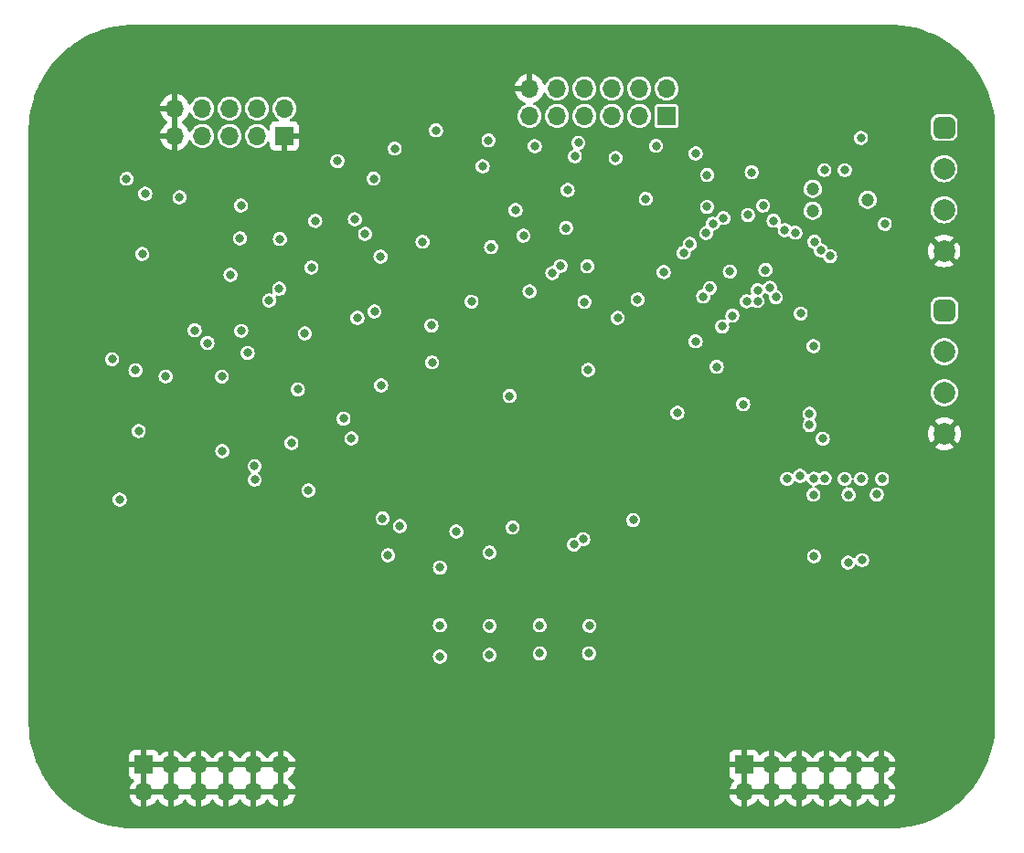
<source format=gbr>
%TF.GenerationSoftware,KiCad,Pcbnew,(6.0.10)*%
%TF.CreationDate,2023-01-06T10:16:33+00:00*%
%TF.ProjectId,test_board_boost,74657374-5f62-46f6-9172-645f626f6f73,rev?*%
%TF.SameCoordinates,Original*%
%TF.FileFunction,Copper,L3,Inr*%
%TF.FilePolarity,Positive*%
%FSLAX46Y46*%
G04 Gerber Fmt 4.6, Leading zero omitted, Abs format (unit mm)*
G04 Created by KiCad (PCBNEW (6.0.10)) date 2023-01-06 10:16:33*
%MOMM*%
%LPD*%
G01*
G04 APERTURE LIST*
G04 Aperture macros list*
%AMRoundRect*
0 Rectangle with rounded corners*
0 $1 Rounding radius*
0 $2 $3 $4 $5 $6 $7 $8 $9 X,Y pos of 4 corners*
0 Add a 4 corners polygon primitive as box body*
4,1,4,$2,$3,$4,$5,$6,$7,$8,$9,$2,$3,0*
0 Add four circle primitives for the rounded corners*
1,1,$1+$1,$2,$3*
1,1,$1+$1,$4,$5*
1,1,$1+$1,$6,$7*
1,1,$1+$1,$8,$9*
0 Add four rect primitives between the rounded corners*
20,1,$1+$1,$2,$3,$4,$5,0*
20,1,$1+$1,$4,$5,$6,$7,0*
20,1,$1+$1,$6,$7,$8,$9,0*
20,1,$1+$1,$8,$9,$2,$3,0*%
G04 Aperture macros list end*
%TA.AperFunction,ComponentPad*%
%ADD10C,2.000000*%
%TD*%
%TA.AperFunction,ComponentPad*%
%ADD11RoundRect,0.500000X-0.500000X0.500000X-0.500000X-0.500000X0.500000X-0.500000X0.500000X0.500000X0*%
%TD*%
%TA.AperFunction,ComponentPad*%
%ADD12C,1.200000*%
%TD*%
%TA.AperFunction,ComponentPad*%
%ADD13O,1.700000X1.700000*%
%TD*%
%TA.AperFunction,ComponentPad*%
%ADD14R,1.700000X1.700000*%
%TD*%
%TA.AperFunction,ViaPad*%
%ADD15C,0.800000*%
%TD*%
%TA.AperFunction,ViaPad*%
%ADD16C,0.600000*%
%TD*%
G04 APERTURE END LIST*
D10*
%TO.N,GND*%
%TO.C,J14*%
X170595000Y-93570000D03*
%TO.N,UART_RX*%
X170595000Y-89760000D03*
%TO.N,UART_TX*%
X170595000Y-85950000D03*
D11*
%TO.N,unconnected-(J14-Pad1)*%
X170595000Y-82140000D03*
%TD*%
D10*
%TO.N,GND*%
%TO.C,J15*%
X170565000Y-76610000D03*
%TO.N,-RS485*%
X170565000Y-72800000D03*
%TO.N,+RS485*%
X170565000Y-68990000D03*
D11*
%TO.N,+5VP*%
X170565000Y-65180000D03*
%TD*%
D12*
%TO.N,*%
%TO.C,J13*%
X158410000Y-70844000D03*
X158410000Y-72876000D03*
X163490000Y-71860000D03*
%TD*%
D13*
%TO.N,GND*%
%TO.C,J11*%
X99320000Y-63415000D03*
X99320000Y-65955000D03*
%TO.N,T-*%
X101860000Y-63415000D03*
%TO.N,T+*%
X101860000Y-65955000D03*
%TO.N,B-*%
X104400000Y-63415000D03*
%TO.N,B+*%
X104400000Y-65955000D03*
%TO.N,VB-*%
X106940000Y-63415000D03*
%TO.N,VB+*%
X106940000Y-65955000D03*
%TO.N,Dout*%
X109480000Y-63415000D03*
D14*
%TO.N,GND*%
X109480000Y-65955000D03*
%TD*%
D13*
%TO.N,GND*%
%TO.C,J10*%
X109165000Y-126795802D03*
X109165000Y-124255802D03*
X106625000Y-126795802D03*
X106625000Y-124255802D03*
X104085000Y-126795802D03*
X104085000Y-124255802D03*
X101545000Y-126795802D03*
X101545000Y-124255802D03*
X99005000Y-126795802D03*
X99005000Y-124255802D03*
X96465000Y-126795802D03*
D14*
X96465000Y-124255802D03*
%TD*%
D13*
%TO.N,GND*%
%TO.C,J9*%
X164740155Y-126795802D03*
X164740155Y-124255802D03*
X162200155Y-126795802D03*
X162200155Y-124255802D03*
X159660155Y-126795802D03*
X159660155Y-124255802D03*
X157120155Y-126795802D03*
X157120155Y-124255802D03*
X154580155Y-126795802D03*
X154580155Y-124255802D03*
X152040155Y-126795802D03*
D14*
X152040155Y-124255802D03*
%TD*%
D13*
%TO.N,GND*%
%TO.C,J12*%
X132175000Y-61565000D03*
%TO.N,BLE_VDD_LPM*%
X132175000Y-64105000D03*
%TO.N,+1.8VIO_LPM*%
X134715000Y-61565000D03*
%TO.N,VPP_2V5_LPM*%
X134715000Y-64105000D03*
%TO.N,+3.0VIO_LPM*%
X137255000Y-61565000D03*
%TO.N,+1.8VDD_LPM*%
X137255000Y-64105000D03*
%TO.N,CORE_VDD_LPM*%
X139795000Y-61565000D03*
%TO.N,VCC_MAIN_LPM*%
X139795000Y-64105000D03*
%TO.N,-RS485*%
X142335000Y-61565000D03*
%TO.N,+RS485*%
X142335000Y-64105000D03*
%TO.N,+BATT*%
X144875000Y-61565000D03*
D14*
%TO.N,+24V*%
X144875000Y-64105000D03*
%TD*%
D15*
%TO.N,GND*%
X92388314Y-62935275D03*
X99795622Y-117346903D03*
X91534783Y-118854974D03*
X112833000Y-111442529D03*
X111550010Y-116307669D03*
X113675450Y-118953813D03*
X116071772Y-123375964D03*
X145082155Y-123831062D03*
X151457113Y-117297803D03*
X156587550Y-117325209D03*
X169699499Y-117639397D03*
X168778919Y-114229897D03*
X163802321Y-115224256D03*
X158716493Y-115125262D03*
X153658201Y-114888453D03*
X149599591Y-113560945D03*
X144696877Y-114823746D03*
X143871227Y-119081914D03*
X140786408Y-123020445D03*
X135788491Y-123542075D03*
X130752370Y-123407263D03*
X125715736Y-123550356D03*
X120720580Y-123005555D03*
X117654600Y-119052597D03*
X117623059Y-113953078D03*
X115601805Y-110025715D03*
X138662722Y-62836092D03*
X105625220Y-64601318D03*
X103085220Y-64601318D03*
X120559083Y-65531020D03*
X126278932Y-65618142D03*
X122272931Y-65531384D03*
X157679506Y-61365989D03*
X152246576Y-61365989D03*
X146813646Y-61365989D03*
X147899777Y-65510598D03*
X152827477Y-66088698D03*
X157242999Y-67248722D03*
X161542234Y-65156799D03*
X168810574Y-66187388D03*
X134465141Y-65792034D03*
X103145054Y-67106594D03*
X146591126Y-68372843D03*
X150451778Y-68973229D03*
X143416260Y-68616073D03*
X154338158Y-69387026D03*
X126111778Y-68453229D03*
X105350500Y-67628267D03*
X109142929Y-69549980D03*
X113379539Y-66951992D03*
X118390240Y-66179500D03*
X158229251Y-69387265D03*
X114613412Y-69532033D03*
X162116057Y-67134556D03*
X171349989Y-71124244D03*
X140146122Y-71193964D03*
X147954501Y-71344500D03*
X137845258Y-71000674D03*
X134078086Y-71005308D03*
X118412239Y-71974500D03*
X119199280Y-68283817D03*
X113905622Y-73274500D03*
X157214246Y-71673893D03*
X109075706Y-73198440D03*
X157895663Y-74234773D03*
X171267427Y-74514255D03*
X137825258Y-74360674D03*
X133933731Y-74352401D03*
X129915000Y-72033177D03*
X127349934Y-75294500D03*
X143961620Y-75915101D03*
X133676267Y-77576614D03*
X140880357Y-76379783D03*
X109057015Y-77953343D03*
X118655030Y-78470698D03*
X94286754Y-79524500D03*
X95339500Y-75174705D03*
X93850503Y-70677272D03*
X97492125Y-76477343D03*
X99745084Y-78979842D03*
X100598344Y-74521926D03*
X123096675Y-76712782D03*
X118857015Y-80323343D03*
X125512836Y-81737402D03*
X134769740Y-82559000D03*
X105623542Y-82008581D03*
X103386228Y-82187714D03*
X113151639Y-83563796D03*
X104833195Y-85094500D03*
X108581712Y-85094500D03*
X109636909Y-82161756D03*
X171302421Y-80302501D03*
X169038459Y-78020649D03*
X169389776Y-74235763D03*
X166631052Y-70245618D03*
X166303658Y-73863845D03*
X161860500Y-75202706D03*
X160516950Y-79279056D03*
X163343976Y-78262001D03*
X166383000Y-80740278D03*
X165200351Y-84974500D03*
X169985100Y-84197641D03*
X142358022Y-84350000D03*
X159277953Y-82931115D03*
X137473922Y-86391513D03*
X149327324Y-84664164D03*
X146646083Y-86333664D03*
X123020470Y-88198573D03*
X126954231Y-85974890D03*
X129637600Y-88434500D03*
X130364501Y-84610104D03*
X157291781Y-88124271D03*
X156726933Y-83539967D03*
X162960588Y-88784500D03*
X168178132Y-88784500D03*
X171204901Y-87702358D03*
X139394500Y-88260935D03*
X112789500Y-89567000D03*
X94441940Y-87819005D03*
X144014043Y-89081936D03*
X114740500Y-88851584D03*
X119320414Y-86978205D03*
X116459501Y-84213624D03*
X103655706Y-90450940D03*
X135787000Y-90369648D03*
X150999500Y-89754065D03*
X103514500Y-91489813D03*
X95930928Y-90533992D03*
X151436576Y-91950632D03*
X161281761Y-92169500D03*
X165598606Y-91912000D03*
X169156936Y-90932481D03*
X116889657Y-93204040D03*
X106840500Y-94522453D03*
X107575706Y-88870940D03*
X163517001Y-95057936D03*
X116793718Y-94583263D03*
X98774500Y-92524731D03*
X165677477Y-96770000D03*
X168732061Y-94564421D03*
X104499500Y-98441179D03*
X142745989Y-92538159D03*
X144359663Y-99005772D03*
X154106067Y-97494500D03*
X150778901Y-95605811D03*
X147040020Y-92107914D03*
X163290924Y-100627989D03*
X167340924Y-100627989D03*
X124071115Y-90385500D03*
X119730724Y-90735195D03*
X119850495Y-94785529D03*
X118893901Y-100196224D03*
X126033007Y-99390493D03*
X130993372Y-100462063D03*
X134734860Y-96765575D03*
X136156337Y-94048178D03*
X131211402Y-94179264D03*
X129190115Y-90597648D03*
X131860329Y-102385106D03*
X116879935Y-102414500D03*
X140568153Y-101222794D03*
X134697319Y-102942964D03*
X138949500Y-100015935D03*
X162701957Y-104001039D03*
X162546536Y-106450444D03*
X160045784Y-105109296D03*
X96529587Y-112534335D03*
X91817001Y-112058124D03*
X107829586Y-112584335D03*
X103117001Y-112108124D03*
X130279332Y-62059811D03*
X133467740Y-60090874D03*
X137958634Y-60014799D03*
X161142683Y-61362400D03*
X164965922Y-64204500D03*
X169601382Y-63410971D03*
X172369667Y-95109898D03*
X169109918Y-98769647D03*
X170775500Y-102632355D03*
X165925499Y-106002571D03*
X165951223Y-109973836D03*
X161432449Y-109927474D03*
X157026959Y-109814123D03*
X154386083Y-107529412D03*
X157363754Y-104455832D03*
X154337001Y-102786290D03*
X154760947Y-99445500D03*
X149760472Y-99445500D03*
X145322078Y-100802487D03*
X147237401Y-108704874D03*
X143049261Y-109350728D03*
X143968873Y-105143439D03*
X140360067Y-105531763D03*
X139045439Y-108576944D03*
X138935862Y-118079469D03*
X136461760Y-116299816D03*
X136488458Y-111565537D03*
X134666944Y-108128631D03*
X131655634Y-116789242D03*
X132084599Y-112013842D03*
X130025500Y-107779429D03*
X127056902Y-117122166D03*
X127499500Y-112349891D03*
X125366316Y-104815020D03*
X125367890Y-108323288D03*
X122558495Y-116568651D03*
X122732521Y-111836896D03*
X122335494Y-107088932D03*
X118936582Y-106068040D03*
X114749969Y-104404534D03*
X111169847Y-100975500D03*
X107575499Y-102381627D03*
X105298122Y-105570500D03*
X103374500Y-102027872D03*
X99813755Y-100018320D03*
X95818867Y-98408000D03*
X96275499Y-102325014D03*
X94004734Y-105520500D03*
X92074500Y-101984481D03*
X92481246Y-98488000D03*
X90644500Y-94954213D03*
X90656824Y-90224193D03*
X90944071Y-85524809D03*
X95539619Y-86157554D03*
X99763652Y-82080500D03*
X95186522Y-81743069D03*
X90761222Y-81254270D03*
X90671104Y-76600662D03*
X90654501Y-71963426D03*
X92291233Y-68229500D03*
X96419899Y-70066609D03*
X99837431Y-69677746D03*
X97395631Y-66322459D03*
X98176871Y-61824730D03*
X102761433Y-61972975D03*
X107090592Y-60915469D03*
X111659554Y-61975338D03*
X116467767Y-62439500D03*
X121315606Y-62829980D03*
X126273567Y-62941222D03*
X129630451Y-66356668D03*
X157014351Y-122340948D03*
X161647074Y-122376567D03*
X166265660Y-123022894D03*
X150197953Y-125608161D03*
X152269353Y-122297802D03*
X101439194Y-122340948D03*
X106071917Y-122376568D03*
X110690503Y-123022893D03*
X94622798Y-125608161D03*
X96694198Y-122297802D03*
X171665665Y-127202538D03*
X174320792Y-122993374D03*
X174699499Y-117989879D03*
X174699499Y-112949175D03*
X174699499Y-107908471D03*
X174699499Y-102867767D03*
X174699499Y-97827063D03*
X174699499Y-92786359D03*
X174699499Y-87745655D03*
X174699499Y-82704951D03*
X174699499Y-77664247D03*
X174699499Y-72623543D03*
X174699499Y-67582839D03*
X174254347Y-62589376D03*
X171493743Y-58448935D03*
X166974562Y-56366452D03*
X161940775Y-56250501D03*
X156900071Y-56250501D03*
X151859367Y-56250501D03*
X146818663Y-56250501D03*
X141777959Y-56250501D03*
X136737255Y-56250501D03*
X131696551Y-56250501D03*
X126655847Y-56250501D03*
X121615143Y-56250501D03*
X116574439Y-56250501D03*
X111533735Y-56250501D03*
X106493031Y-56250501D03*
X101452327Y-56250501D03*
X96411623Y-56250501D03*
X91516581Y-57192404D03*
X87815965Y-60518738D03*
X86404082Y-65290482D03*
X86400499Y-70330443D03*
X86400499Y-75371147D03*
X86400499Y-80411851D03*
X86400499Y-85452555D03*
X86400499Y-90493259D03*
X86400499Y-95533963D03*
X86400499Y-100574667D03*
X86400499Y-105615371D03*
X86400499Y-110656075D03*
X86400499Y-115696779D03*
X86410944Y-120736636D03*
X87939334Y-125472073D03*
X91720875Y-128707067D03*
X96638845Y-129549501D03*
X101679549Y-129549501D03*
X106720253Y-129549501D03*
X111760957Y-129549501D03*
X116801661Y-129549501D03*
X121842365Y-129549501D03*
X126883069Y-129549501D03*
X131923773Y-129549501D03*
X136964477Y-129549501D03*
X142005181Y-129549501D03*
X147045885Y-129549501D03*
X152086589Y-129549501D03*
X157127293Y-129549501D03*
X162167997Y-129549501D03*
X167199198Y-129399359D03*
%TO.N,+5VP*%
X159325000Y-94020000D03*
X165075000Y-74120000D03*
X128475000Y-104564020D03*
X102355000Y-85150000D03*
X122275000Y-75770000D03*
X105362700Y-75447700D03*
X162872701Y-66132299D03*
X123875000Y-105970000D03*
X132175000Y-80370000D03*
X137525000Y-78040000D03*
X106075000Y-86070000D03*
X134291294Y-78666454D03*
X119075000Y-104820000D03*
X116245000Y-82810000D03*
X118575000Y-101405500D03*
X128625000Y-76270000D03*
X117817299Y-82237701D03*
X115685000Y-93990000D03*
D16*
%TO.N,GND*%
X105300000Y-73900000D03*
D15*
X106875000Y-76630000D03*
X137625000Y-90720000D03*
D16*
X151400000Y-73600000D03*
X147400000Y-73100000D03*
D15*
X122225000Y-80070000D03*
D16*
X153500000Y-73550000D03*
D15*
%TO.N,Vdrive*%
X111705000Y-98810000D03*
X103685000Y-88262500D03*
X93525000Y-86652500D03*
X120175000Y-102130000D03*
X106725000Y-97820000D03*
X95985000Y-93322500D03*
X98475000Y-88252500D03*
X95685000Y-87682500D03*
%TO.N,Net-(C4-Pad1)*%
X94855000Y-69930000D03*
X108065000Y-81200000D03*
X105455000Y-72400000D03*
X99765000Y-71640000D03*
X96315000Y-76900000D03*
X96595000Y-71310000D03*
X109055000Y-75510000D03*
%TO.N,+BATT*%
X106715000Y-96552500D03*
X136697846Y-66589891D03*
X110725000Y-89452500D03*
X111375000Y-84270000D03*
%TO.N,+24V*%
X112335000Y-73830000D03*
X136375000Y-67850000D03*
X108995000Y-80120000D03*
X116005000Y-73674500D03*
X105475000Y-84020000D03*
X94225000Y-99670000D03*
X101175000Y-83970000D03*
%TO.N,Net-(C14-Pad2)*%
X123155000Y-86950000D03*
X118375000Y-77140000D03*
%TO.N,Net-(C15-Pad2)*%
X130325000Y-90060000D03*
X118445000Y-89090000D03*
%TO.N,IEXT*%
X149155000Y-74080000D03*
X123095000Y-83534500D03*
%TO.N,IBAT*%
X148535000Y-74960000D03*
X137605000Y-87640000D03*
%TO.N,+3V3*%
X136271126Y-103839520D03*
X157285000Y-82420000D03*
X151975000Y-90820000D03*
X154025000Y-78379989D03*
X145875000Y-91620000D03*
X158475000Y-85450000D03*
X147565000Y-85000000D03*
X141775000Y-101570000D03*
X126805000Y-81320000D03*
X158558074Y-75758324D03*
X137265000Y-81350000D03*
X156799439Y-74922426D03*
X149515000Y-87350000D03*
%TO.N,VB+*%
X123520378Y-65434622D03*
%TO.N,VB-*%
X127845000Y-68770000D03*
%TO.N,B+*%
X119695000Y-67130000D03*
%TO.N,B-*%
X128375000Y-66370000D03*
%TO.N,T+*%
X114385000Y-68280000D03*
%TO.N,T-*%
X117745000Y-69910000D03*
%TO.N,VCC_MAIN_LPM*%
X147565000Y-67580000D03*
%TO.N,CORE_VDD_LPM*%
X148625000Y-69575500D03*
%TO.N,+1.8VDD_LPM*%
X143895000Y-66880000D03*
%TO.N,+3.0VIO_LPM*%
X140145000Y-67990000D03*
%TO.N,VPP_2V5_LPM*%
X132665000Y-66900000D03*
%TO.N,+1.8VIO_LPM*%
X130890500Y-72820000D03*
%TO.N,BLE_VDD_LPM*%
X131615000Y-75210000D03*
%TO.N,PDI_DATA*%
X161375000Y-69120000D03*
X160015000Y-77100000D03*
%TO.N,PDI_CLK*%
X159485000Y-69120000D03*
X159155000Y-76560000D03*
%TO.N,UART_RX*%
X158105000Y-92760000D03*
%TO.N,UART_TX*%
X158105000Y-91710000D03*
%TO.N,Net-(D4-Pad2)*%
X133125000Y-113920000D03*
X133125000Y-111320000D03*
%TO.N,Dout*%
X130615000Y-102260000D03*
X140340000Y-82810000D03*
X142180201Y-81110201D03*
X125395000Y-102620000D03*
%TO.N,IE_RAW*%
X116945000Y-75030000D03*
X111987299Y-78152299D03*
%TO.N,IB_RAW*%
X110130000Y-94427500D03*
X114955000Y-92170000D03*
%TO.N,VCC_MAIN*%
X152745000Y-69320000D03*
X164338124Y-99194500D03*
X162881049Y-97745500D03*
X162975000Y-105270000D03*
X155825000Y-74700000D03*
X154986898Y-80908102D03*
%TO.N,CORE_VDD*%
X154450500Y-80020000D03*
X154775000Y-73820000D03*
X164825000Y-97745500D03*
X153805000Y-72420000D03*
%TO.N,+1.8VDD*%
X152405000Y-73280000D03*
X148615000Y-72530000D03*
X153311898Y-80257700D03*
X161362299Y-97745500D03*
%TO.N,+3.0VIO*%
X161725000Y-99220000D03*
X161675000Y-105520000D03*
X150145000Y-73570000D03*
X153290334Y-81260735D03*
X159511089Y-97694968D03*
X142945000Y-71790000D03*
%TO.N,VPP_2V5*%
X135715000Y-70970000D03*
X158512299Y-97732701D03*
X147019028Y-75964848D03*
X152287299Y-81282299D03*
%TO.N,+1.8VIO*%
X157225000Y-97470000D03*
X135555000Y-74480000D03*
X150962299Y-82607299D03*
X146455000Y-76790000D03*
X158525000Y-104920000D03*
X158475000Y-99220000D03*
%TO.N,BLE_VDD*%
X135045000Y-78010000D03*
X150025000Y-83620000D03*
X156025000Y-97745500D03*
X144605000Y-78570000D03*
%TO.N,BAT_EN*%
X103725000Y-95170000D03*
X148255000Y-80830000D03*
%TO.N,EXT_EN*%
X104485000Y-78830000D03*
X148872514Y-80044073D03*
%TO.N,Net-(D5-Pad2)*%
X137725000Y-111370000D03*
X137675000Y-113920000D03*
%TO.N,Net-(R53-Pad1)*%
X137141290Y-103345500D03*
X150725000Y-78520000D03*
%TO.N,Net-(D16-Pad2)*%
X123875000Y-114220000D03*
X123875000Y-111320000D03*
%TO.N,Net-(D18-Pad2)*%
X128475000Y-111370000D03*
X128475000Y-114070000D03*
%TD*%
%TA.AperFunction,Conductor*%
%TO.N,GND*%
G36*
X165537495Y-55652922D02*
G01*
X165537827Y-55652988D01*
X165537828Y-55652988D01*
X165549999Y-55655409D01*
X165562169Y-55652988D01*
X165568852Y-55652988D01*
X165585747Y-55651581D01*
X165705959Y-55655213D01*
X166134867Y-55668173D01*
X166142451Y-55668633D01*
X166431915Y-55694937D01*
X166721372Y-55721241D01*
X166728928Y-55722158D01*
X167303635Y-55809627D01*
X167311121Y-55810999D01*
X167879493Y-55933007D01*
X167886883Y-55934829D01*
X168446835Y-56090927D01*
X168454101Y-56093191D01*
X169003630Y-56282821D01*
X169010725Y-56285512D01*
X169279269Y-56396746D01*
X169547803Y-56507977D01*
X169554744Y-56511101D01*
X170077396Y-56765581D01*
X170084135Y-56769118D01*
X170590469Y-57054692D01*
X170596982Y-57058629D01*
X170841065Y-57216440D01*
X171085149Y-57374252D01*
X171091412Y-57378575D01*
X171559628Y-57723094D01*
X171559629Y-57723095D01*
X171565614Y-57727784D01*
X171565620Y-57727788D01*
X171565621Y-57727789D01*
X172012188Y-58099957D01*
X172017885Y-58105004D01*
X172218781Y-58294115D01*
X172441175Y-58503463D01*
X172446537Y-58508825D01*
X172655885Y-58731219D01*
X172844996Y-58932115D01*
X172850043Y-58937812D01*
X173222211Y-59384379D01*
X173226905Y-59390371D01*
X173571425Y-59858588D01*
X173575749Y-59864852D01*
X173891371Y-60353018D01*
X173895308Y-60359531D01*
X174180882Y-60865865D01*
X174184419Y-60872604D01*
X174438899Y-61395256D01*
X174442023Y-61402197D01*
X174510993Y-61568704D01*
X174662274Y-61933928D01*
X174664484Y-61939264D01*
X174667179Y-61946370D01*
X174783419Y-62283222D01*
X174856809Y-62495899D01*
X174859073Y-62503165D01*
X175015171Y-63063117D01*
X175016993Y-63070507D01*
X175139001Y-63638879D01*
X175140373Y-63646365D01*
X175227842Y-64221072D01*
X175228759Y-64228628D01*
X175246742Y-64426519D01*
X175278938Y-64780809D01*
X175281367Y-64807542D01*
X175281827Y-64815133D01*
X175290792Y-65111845D01*
X175298419Y-65364253D01*
X175297012Y-65381148D01*
X175297012Y-65387831D01*
X175294591Y-65400001D01*
X175297012Y-65412172D01*
X175297012Y-65412173D01*
X175297078Y-65412505D01*
X175299499Y-65437086D01*
X175299499Y-120362916D01*
X175297078Y-120387497D01*
X175294591Y-120400001D01*
X175297012Y-120412171D01*
X175297012Y-120418854D01*
X175298419Y-120435749D01*
X175281827Y-120984862D01*
X175281367Y-120992453D01*
X175259469Y-121233436D01*
X175228759Y-121571373D01*
X175227842Y-121578929D01*
X175140373Y-122153636D01*
X175139001Y-122161122D01*
X175016993Y-122729495D01*
X175015171Y-122736885D01*
X174859074Y-123296832D01*
X174856810Y-123304098D01*
X174687337Y-123795214D01*
X174678206Y-123821677D01*
X174667181Y-123853625D01*
X174664487Y-123860729D01*
X174591665Y-124036537D01*
X174442022Y-124397804D01*
X174438898Y-124404745D01*
X174184418Y-124927397D01*
X174180881Y-124934136D01*
X173895307Y-125440470D01*
X173891370Y-125446983D01*
X173751043Y-125664024D01*
X173661783Y-125802081D01*
X173575748Y-125935149D01*
X173571424Y-125941413D01*
X173285297Y-126330272D01*
X173226904Y-126409630D01*
X173222216Y-126415615D01*
X173120781Y-126537327D01*
X172850042Y-126862188D01*
X172844995Y-126867885D01*
X172673750Y-127049802D01*
X172446536Y-127291176D01*
X172441174Y-127296538D01*
X172325523Y-127405405D01*
X172017884Y-127694996D01*
X172012187Y-127700043D01*
X171852722Y-127832941D01*
X171565613Y-128072216D01*
X171559635Y-128076900D01*
X171091412Y-128421425D01*
X171085156Y-128425744D01*
X171085146Y-128425750D01*
X170596982Y-128741371D01*
X170590469Y-128745308D01*
X170084134Y-129030882D01*
X170077395Y-129034419D01*
X169554743Y-129288899D01*
X169547802Y-129292023D01*
X169547800Y-129292024D01*
X169010727Y-129514487D01*
X169003637Y-129517176D01*
X168454081Y-129706816D01*
X168446846Y-129709070D01*
X168062010Y-129816352D01*
X167886883Y-129865172D01*
X167879493Y-129866994D01*
X167311120Y-129989001D01*
X167303634Y-129990373D01*
X166728927Y-130077842D01*
X166721371Y-130078759D01*
X166383434Y-130109469D01*
X166142451Y-130131367D01*
X166134867Y-130131827D01*
X165791498Y-130142202D01*
X165585736Y-130148419D01*
X165568865Y-130147014D01*
X165562170Y-130147014D01*
X165549999Y-130144593D01*
X165537828Y-130147014D01*
X165537827Y-130147014D01*
X165537495Y-130147080D01*
X165512914Y-130149501D01*
X95587084Y-130149501D01*
X95562503Y-130147080D01*
X95562171Y-130147014D01*
X95562170Y-130147014D01*
X95549999Y-130144593D01*
X95537829Y-130147014D01*
X95531146Y-130147014D01*
X95514251Y-130148421D01*
X95387563Y-130144593D01*
X94965131Y-130131829D01*
X94957547Y-130131369D01*
X94716564Y-130109471D01*
X94378627Y-130078761D01*
X94371071Y-130077844D01*
X93796364Y-129990375D01*
X93788878Y-129989003D01*
X93220505Y-129866995D01*
X93213115Y-129865173D01*
X92653168Y-129709076D01*
X92645902Y-129706812D01*
X92096375Y-129517183D01*
X92089271Y-129514489D01*
X91797770Y-129393745D01*
X91552196Y-129292024D01*
X91545255Y-129288900D01*
X91022603Y-129034420D01*
X91015864Y-129030883D01*
X90509529Y-128745309D01*
X90503016Y-128741372D01*
X90087479Y-128472708D01*
X90014842Y-128425745D01*
X90008586Y-128421426D01*
X89612792Y-128130195D01*
X89540363Y-128076901D01*
X89534378Y-128072212D01*
X89474226Y-128022081D01*
X89174973Y-127772685D01*
X89087811Y-127700044D01*
X89082114Y-127694997D01*
X88876909Y-127501830D01*
X88658824Y-127296538D01*
X88653462Y-127291176D01*
X88439394Y-127063768D01*
X95133257Y-127063768D01*
X95163565Y-127198248D01*
X95166645Y-127208077D01*
X95246770Y-127405405D01*
X95251413Y-127414596D01*
X95362694Y-127596190D01*
X95368777Y-127604501D01*
X95508213Y-127765469D01*
X95515580Y-127772685D01*
X95679434Y-127908718D01*
X95687881Y-127914633D01*
X95871756Y-128022081D01*
X95881042Y-128026531D01*
X96080001Y-128102505D01*
X96089899Y-128105381D01*
X96193250Y-128126408D01*
X96207299Y-128125212D01*
X96211000Y-128114867D01*
X96211000Y-128114319D01*
X96719000Y-128114319D01*
X96723064Y-128128161D01*
X96736478Y-128130195D01*
X96743184Y-128129336D01*
X96753262Y-128127194D01*
X96957255Y-128065993D01*
X96966842Y-128062235D01*
X97158095Y-127968541D01*
X97166945Y-127963266D01*
X97340328Y-127839594D01*
X97348200Y-127832941D01*
X97499052Y-127682614D01*
X97505730Y-127674767D01*
X97633022Y-127497621D01*
X97634147Y-127498429D01*
X97681669Y-127454678D01*
X97751607Y-127442463D01*
X97817046Y-127469999D01*
X97844870Y-127501830D01*
X97902690Y-127596185D01*
X97908777Y-127604501D01*
X98048213Y-127765469D01*
X98055580Y-127772685D01*
X98219434Y-127908718D01*
X98227881Y-127914633D01*
X98411756Y-128022081D01*
X98421042Y-128026531D01*
X98620001Y-128102505D01*
X98629899Y-128105381D01*
X98733250Y-128126408D01*
X98747299Y-128125212D01*
X98751000Y-128114867D01*
X98751000Y-128114319D01*
X99259000Y-128114319D01*
X99263064Y-128128161D01*
X99276478Y-128130195D01*
X99283184Y-128129336D01*
X99293262Y-128127194D01*
X99497255Y-128065993D01*
X99506842Y-128062235D01*
X99698095Y-127968541D01*
X99706945Y-127963266D01*
X99880328Y-127839594D01*
X99888200Y-127832941D01*
X100039052Y-127682614D01*
X100045730Y-127674767D01*
X100173022Y-127497621D01*
X100174147Y-127498429D01*
X100221669Y-127454678D01*
X100291607Y-127442463D01*
X100357046Y-127469999D01*
X100384870Y-127501830D01*
X100442690Y-127596185D01*
X100448777Y-127604501D01*
X100588213Y-127765469D01*
X100595580Y-127772685D01*
X100759434Y-127908718D01*
X100767881Y-127914633D01*
X100951756Y-128022081D01*
X100961042Y-128026531D01*
X101160001Y-128102505D01*
X101169899Y-128105381D01*
X101273250Y-128126408D01*
X101287299Y-128125212D01*
X101291000Y-128114867D01*
X101291000Y-128114319D01*
X101799000Y-128114319D01*
X101803064Y-128128161D01*
X101816478Y-128130195D01*
X101823184Y-128129336D01*
X101833262Y-128127194D01*
X102037255Y-128065993D01*
X102046842Y-128062235D01*
X102238095Y-127968541D01*
X102246945Y-127963266D01*
X102420328Y-127839594D01*
X102428200Y-127832941D01*
X102579052Y-127682614D01*
X102585730Y-127674767D01*
X102713022Y-127497621D01*
X102714147Y-127498429D01*
X102761669Y-127454678D01*
X102831607Y-127442463D01*
X102897046Y-127469999D01*
X102924870Y-127501830D01*
X102982690Y-127596185D01*
X102988777Y-127604501D01*
X103128213Y-127765469D01*
X103135580Y-127772685D01*
X103299434Y-127908718D01*
X103307881Y-127914633D01*
X103491756Y-128022081D01*
X103501042Y-128026531D01*
X103700001Y-128102505D01*
X103709899Y-128105381D01*
X103813250Y-128126408D01*
X103827299Y-128125212D01*
X103831000Y-128114867D01*
X103831000Y-128114319D01*
X104339000Y-128114319D01*
X104343064Y-128128161D01*
X104356478Y-128130195D01*
X104363184Y-128129336D01*
X104373262Y-128127194D01*
X104577255Y-128065993D01*
X104586842Y-128062235D01*
X104778095Y-127968541D01*
X104786945Y-127963266D01*
X104960328Y-127839594D01*
X104968200Y-127832941D01*
X105119052Y-127682614D01*
X105125730Y-127674767D01*
X105253022Y-127497621D01*
X105254147Y-127498429D01*
X105301669Y-127454678D01*
X105371607Y-127442463D01*
X105437046Y-127469999D01*
X105464870Y-127501830D01*
X105522690Y-127596185D01*
X105528777Y-127604501D01*
X105668213Y-127765469D01*
X105675580Y-127772685D01*
X105839434Y-127908718D01*
X105847881Y-127914633D01*
X106031756Y-128022081D01*
X106041042Y-128026531D01*
X106240001Y-128102505D01*
X106249899Y-128105381D01*
X106353250Y-128126408D01*
X106367299Y-128125212D01*
X106371000Y-128114867D01*
X106371000Y-128114319D01*
X106879000Y-128114319D01*
X106883064Y-128128161D01*
X106896478Y-128130195D01*
X106903184Y-128129336D01*
X106913262Y-128127194D01*
X107117255Y-128065993D01*
X107126842Y-128062235D01*
X107318095Y-127968541D01*
X107326945Y-127963266D01*
X107500328Y-127839594D01*
X107508200Y-127832941D01*
X107659052Y-127682614D01*
X107665730Y-127674767D01*
X107793022Y-127497621D01*
X107794147Y-127498429D01*
X107841669Y-127454678D01*
X107911607Y-127442463D01*
X107977046Y-127469999D01*
X108004870Y-127501830D01*
X108062690Y-127596185D01*
X108068777Y-127604501D01*
X108208213Y-127765469D01*
X108215580Y-127772685D01*
X108379434Y-127908718D01*
X108387881Y-127914633D01*
X108571756Y-128022081D01*
X108581042Y-128026531D01*
X108780001Y-128102505D01*
X108789899Y-128105381D01*
X108893250Y-128126408D01*
X108907299Y-128125212D01*
X108911000Y-128114867D01*
X108911000Y-128114319D01*
X109419000Y-128114319D01*
X109423064Y-128128161D01*
X109436478Y-128130195D01*
X109443184Y-128129336D01*
X109453262Y-128127194D01*
X109657255Y-128065993D01*
X109666842Y-128062235D01*
X109858095Y-127968541D01*
X109866945Y-127963266D01*
X110040328Y-127839594D01*
X110048200Y-127832941D01*
X110199052Y-127682614D01*
X110205730Y-127674767D01*
X110330003Y-127501822D01*
X110335313Y-127492985D01*
X110429670Y-127302069D01*
X110433469Y-127292474D01*
X110495377Y-127088712D01*
X110497555Y-127078639D01*
X110498986Y-127067764D01*
X110498363Y-127063768D01*
X150708412Y-127063768D01*
X150738720Y-127198248D01*
X150741800Y-127208077D01*
X150821925Y-127405405D01*
X150826568Y-127414596D01*
X150937849Y-127596190D01*
X150943932Y-127604501D01*
X151083368Y-127765469D01*
X151090735Y-127772685D01*
X151254589Y-127908718D01*
X151263036Y-127914633D01*
X151446911Y-128022081D01*
X151456197Y-128026531D01*
X151655156Y-128102505D01*
X151665054Y-128105381D01*
X151768405Y-128126408D01*
X151782454Y-128125212D01*
X151786155Y-128114867D01*
X151786155Y-128114319D01*
X152294155Y-128114319D01*
X152298219Y-128128161D01*
X152311633Y-128130195D01*
X152318339Y-128129336D01*
X152328417Y-128127194D01*
X152532410Y-128065993D01*
X152541997Y-128062235D01*
X152733250Y-127968541D01*
X152742100Y-127963266D01*
X152915483Y-127839594D01*
X152923355Y-127832941D01*
X153074207Y-127682614D01*
X153080885Y-127674767D01*
X153208177Y-127497621D01*
X153209302Y-127498429D01*
X153256824Y-127454678D01*
X153326762Y-127442463D01*
X153392201Y-127469999D01*
X153420025Y-127501830D01*
X153477845Y-127596185D01*
X153483932Y-127604501D01*
X153623368Y-127765469D01*
X153630735Y-127772685D01*
X153794589Y-127908718D01*
X153803036Y-127914633D01*
X153986911Y-128022081D01*
X153996197Y-128026531D01*
X154195156Y-128102505D01*
X154205054Y-128105381D01*
X154308405Y-128126408D01*
X154322454Y-128125212D01*
X154326155Y-128114867D01*
X154326155Y-128114319D01*
X154834155Y-128114319D01*
X154838219Y-128128161D01*
X154851633Y-128130195D01*
X154858339Y-128129336D01*
X154868417Y-128127194D01*
X155072410Y-128065993D01*
X155081997Y-128062235D01*
X155273250Y-127968541D01*
X155282100Y-127963266D01*
X155455483Y-127839594D01*
X155463355Y-127832941D01*
X155614207Y-127682614D01*
X155620885Y-127674767D01*
X155748177Y-127497621D01*
X155749302Y-127498429D01*
X155796824Y-127454678D01*
X155866762Y-127442463D01*
X155932201Y-127469999D01*
X155960025Y-127501830D01*
X156017845Y-127596185D01*
X156023932Y-127604501D01*
X156163368Y-127765469D01*
X156170735Y-127772685D01*
X156334589Y-127908718D01*
X156343036Y-127914633D01*
X156526911Y-128022081D01*
X156536197Y-128026531D01*
X156735156Y-128102505D01*
X156745054Y-128105381D01*
X156848405Y-128126408D01*
X156862454Y-128125212D01*
X156866155Y-128114867D01*
X156866155Y-128114319D01*
X157374155Y-128114319D01*
X157378219Y-128128161D01*
X157391633Y-128130195D01*
X157398339Y-128129336D01*
X157408417Y-128127194D01*
X157612410Y-128065993D01*
X157621997Y-128062235D01*
X157813250Y-127968541D01*
X157822100Y-127963266D01*
X157995483Y-127839594D01*
X158003355Y-127832941D01*
X158154207Y-127682614D01*
X158160885Y-127674767D01*
X158288177Y-127497621D01*
X158289302Y-127498429D01*
X158336824Y-127454678D01*
X158406762Y-127442463D01*
X158472201Y-127469999D01*
X158500025Y-127501830D01*
X158557845Y-127596185D01*
X158563932Y-127604501D01*
X158703368Y-127765469D01*
X158710735Y-127772685D01*
X158874589Y-127908718D01*
X158883036Y-127914633D01*
X159066911Y-128022081D01*
X159076197Y-128026531D01*
X159275156Y-128102505D01*
X159285054Y-128105381D01*
X159388405Y-128126408D01*
X159402454Y-128125212D01*
X159406155Y-128114867D01*
X159406155Y-128114319D01*
X159914155Y-128114319D01*
X159918219Y-128128161D01*
X159931633Y-128130195D01*
X159938339Y-128129336D01*
X159948417Y-128127194D01*
X160152410Y-128065993D01*
X160161997Y-128062235D01*
X160353250Y-127968541D01*
X160362100Y-127963266D01*
X160535483Y-127839594D01*
X160543355Y-127832941D01*
X160694207Y-127682614D01*
X160700885Y-127674767D01*
X160828177Y-127497621D01*
X160829302Y-127498429D01*
X160876824Y-127454678D01*
X160946762Y-127442463D01*
X161012201Y-127469999D01*
X161040025Y-127501830D01*
X161097845Y-127596185D01*
X161103932Y-127604501D01*
X161243368Y-127765469D01*
X161250735Y-127772685D01*
X161414589Y-127908718D01*
X161423036Y-127914633D01*
X161606911Y-128022081D01*
X161616197Y-128026531D01*
X161815156Y-128102505D01*
X161825054Y-128105381D01*
X161928405Y-128126408D01*
X161942454Y-128125212D01*
X161946155Y-128114867D01*
X161946155Y-128114319D01*
X162454155Y-128114319D01*
X162458219Y-128128161D01*
X162471633Y-128130195D01*
X162478339Y-128129336D01*
X162488417Y-128127194D01*
X162692410Y-128065993D01*
X162701997Y-128062235D01*
X162893250Y-127968541D01*
X162902100Y-127963266D01*
X163075483Y-127839594D01*
X163083355Y-127832941D01*
X163234207Y-127682614D01*
X163240885Y-127674767D01*
X163368177Y-127497621D01*
X163369302Y-127498429D01*
X163416824Y-127454678D01*
X163486762Y-127442463D01*
X163552201Y-127469999D01*
X163580025Y-127501830D01*
X163637845Y-127596185D01*
X163643932Y-127604501D01*
X163783368Y-127765469D01*
X163790735Y-127772685D01*
X163954589Y-127908718D01*
X163963036Y-127914633D01*
X164146911Y-128022081D01*
X164156197Y-128026531D01*
X164355156Y-128102505D01*
X164365054Y-128105381D01*
X164468405Y-128126408D01*
X164482454Y-128125212D01*
X164486155Y-128114867D01*
X164486155Y-128114319D01*
X164994155Y-128114319D01*
X164998219Y-128128161D01*
X165011633Y-128130195D01*
X165018339Y-128129336D01*
X165028417Y-128127194D01*
X165232410Y-128065993D01*
X165241997Y-128062235D01*
X165433250Y-127968541D01*
X165442100Y-127963266D01*
X165615483Y-127839594D01*
X165623355Y-127832941D01*
X165774207Y-127682614D01*
X165780885Y-127674767D01*
X165905158Y-127501822D01*
X165910468Y-127492985D01*
X166004825Y-127302069D01*
X166008624Y-127292474D01*
X166070532Y-127088712D01*
X166072710Y-127078639D01*
X166074141Y-127067764D01*
X166071930Y-127053580D01*
X166058772Y-127049802D01*
X165012270Y-127049802D01*
X164997031Y-127054277D01*
X164995826Y-127055667D01*
X164994155Y-127063350D01*
X164994155Y-128114319D01*
X164486155Y-128114319D01*
X164486155Y-127067917D01*
X164481680Y-127052678D01*
X164480290Y-127051473D01*
X164472607Y-127049802D01*
X162472270Y-127049802D01*
X162457031Y-127054277D01*
X162455826Y-127055667D01*
X162454155Y-127063350D01*
X162454155Y-128114319D01*
X161946155Y-128114319D01*
X161946155Y-127067917D01*
X161941680Y-127052678D01*
X161940290Y-127051473D01*
X161932607Y-127049802D01*
X159932270Y-127049802D01*
X159917031Y-127054277D01*
X159915826Y-127055667D01*
X159914155Y-127063350D01*
X159914155Y-128114319D01*
X159406155Y-128114319D01*
X159406155Y-127067917D01*
X159401680Y-127052678D01*
X159400290Y-127051473D01*
X159392607Y-127049802D01*
X157392270Y-127049802D01*
X157377031Y-127054277D01*
X157375826Y-127055667D01*
X157374155Y-127063350D01*
X157374155Y-128114319D01*
X156866155Y-128114319D01*
X156866155Y-127067917D01*
X156861680Y-127052678D01*
X156860290Y-127051473D01*
X156852607Y-127049802D01*
X154852270Y-127049802D01*
X154837031Y-127054277D01*
X154835826Y-127055667D01*
X154834155Y-127063350D01*
X154834155Y-128114319D01*
X154326155Y-128114319D01*
X154326155Y-127067917D01*
X154321680Y-127052678D01*
X154320290Y-127051473D01*
X154312607Y-127049802D01*
X152312270Y-127049802D01*
X152297031Y-127054277D01*
X152295826Y-127055667D01*
X152294155Y-127063350D01*
X152294155Y-128114319D01*
X151786155Y-128114319D01*
X151786155Y-127067917D01*
X151781680Y-127052678D01*
X151780290Y-127051473D01*
X151772607Y-127049802D01*
X150723380Y-127049802D01*
X150709849Y-127053775D01*
X150708412Y-127063768D01*
X110498363Y-127063768D01*
X110496775Y-127053580D01*
X110483617Y-127049802D01*
X109437115Y-127049802D01*
X109421876Y-127054277D01*
X109420671Y-127055667D01*
X109419000Y-127063350D01*
X109419000Y-128114319D01*
X108911000Y-128114319D01*
X108911000Y-127067917D01*
X108906525Y-127052678D01*
X108905135Y-127051473D01*
X108897452Y-127049802D01*
X106897115Y-127049802D01*
X106881876Y-127054277D01*
X106880671Y-127055667D01*
X106879000Y-127063350D01*
X106879000Y-128114319D01*
X106371000Y-128114319D01*
X106371000Y-127067917D01*
X106366525Y-127052678D01*
X106365135Y-127051473D01*
X106357452Y-127049802D01*
X104357115Y-127049802D01*
X104341876Y-127054277D01*
X104340671Y-127055667D01*
X104339000Y-127063350D01*
X104339000Y-128114319D01*
X103831000Y-128114319D01*
X103831000Y-127067917D01*
X103826525Y-127052678D01*
X103825135Y-127051473D01*
X103817452Y-127049802D01*
X101817115Y-127049802D01*
X101801876Y-127054277D01*
X101800671Y-127055667D01*
X101799000Y-127063350D01*
X101799000Y-128114319D01*
X101291000Y-128114319D01*
X101291000Y-127067917D01*
X101286525Y-127052678D01*
X101285135Y-127051473D01*
X101277452Y-127049802D01*
X99277115Y-127049802D01*
X99261876Y-127054277D01*
X99260671Y-127055667D01*
X99259000Y-127063350D01*
X99259000Y-128114319D01*
X98751000Y-128114319D01*
X98751000Y-127067917D01*
X98746525Y-127052678D01*
X98745135Y-127051473D01*
X98737452Y-127049802D01*
X96737115Y-127049802D01*
X96721876Y-127054277D01*
X96720671Y-127055667D01*
X96719000Y-127063350D01*
X96719000Y-128114319D01*
X96211000Y-128114319D01*
X96211000Y-127067917D01*
X96206525Y-127052678D01*
X96205135Y-127051473D01*
X96197452Y-127049802D01*
X95148225Y-127049802D01*
X95134694Y-127053775D01*
X95133257Y-127063768D01*
X88439394Y-127063768D01*
X88426247Y-127049802D01*
X88255003Y-126867886D01*
X88249956Y-126862189D01*
X87980549Y-126538926D01*
X87877783Y-126415615D01*
X87873094Y-126409630D01*
X87837810Y-126361677D01*
X87528573Y-125941413D01*
X87524250Y-125935150D01*
X87524250Y-125935149D01*
X87266650Y-125536725D01*
X87208628Y-125446984D01*
X87204691Y-125440471D01*
X87041130Y-125150471D01*
X95107001Y-125150471D01*
X95107371Y-125157292D01*
X95112895Y-125208154D01*
X95116521Y-125223406D01*
X95161676Y-125343856D01*
X95170214Y-125359451D01*
X95246715Y-125461526D01*
X95259276Y-125474087D01*
X95361351Y-125550588D01*
X95376946Y-125559126D01*
X95486337Y-125600135D01*
X95543101Y-125642777D01*
X95567801Y-125709338D01*
X95552594Y-125778687D01*
X95533201Y-125805168D01*
X95409590Y-125934519D01*
X95403104Y-125942529D01*
X95283098Y-126118451D01*
X95278000Y-126127425D01*
X95188338Y-126320585D01*
X95184775Y-126330272D01*
X95129389Y-126529985D01*
X95130912Y-126538409D01*
X95143292Y-126541802D01*
X96192885Y-126541802D01*
X96208124Y-126537327D01*
X96209329Y-126535937D01*
X96211000Y-126528254D01*
X96211000Y-126523687D01*
X96719000Y-126523687D01*
X96723475Y-126538926D01*
X96724865Y-126540131D01*
X96732548Y-126541802D01*
X98732885Y-126541802D01*
X98748124Y-126537327D01*
X98749329Y-126535937D01*
X98751000Y-126528254D01*
X98751000Y-126523687D01*
X99259000Y-126523687D01*
X99263475Y-126538926D01*
X99264865Y-126540131D01*
X99272548Y-126541802D01*
X101272885Y-126541802D01*
X101288124Y-126537327D01*
X101289329Y-126535937D01*
X101291000Y-126528254D01*
X101291000Y-126523687D01*
X101799000Y-126523687D01*
X101803475Y-126538926D01*
X101804865Y-126540131D01*
X101812548Y-126541802D01*
X103812885Y-126541802D01*
X103828124Y-126537327D01*
X103829329Y-126535937D01*
X103831000Y-126528254D01*
X103831000Y-126523687D01*
X104339000Y-126523687D01*
X104343475Y-126538926D01*
X104344865Y-126540131D01*
X104352548Y-126541802D01*
X106352885Y-126541802D01*
X106368124Y-126537327D01*
X106369329Y-126535937D01*
X106371000Y-126528254D01*
X106371000Y-126523687D01*
X106879000Y-126523687D01*
X106883475Y-126538926D01*
X106884865Y-126540131D01*
X106892548Y-126541802D01*
X108892885Y-126541802D01*
X108908124Y-126537327D01*
X108909329Y-126535937D01*
X108911000Y-126528254D01*
X108911000Y-126523687D01*
X109419000Y-126523687D01*
X109423475Y-126538926D01*
X109424865Y-126540131D01*
X109432548Y-126541802D01*
X110483344Y-126541802D01*
X110496875Y-126537829D01*
X110498180Y-126528749D01*
X110456214Y-126361677D01*
X110452894Y-126351926D01*
X110367972Y-126156616D01*
X110363105Y-126147541D01*
X110247426Y-125968728D01*
X110241136Y-125960559D01*
X110097806Y-125803042D01*
X110090273Y-125796017D01*
X109923139Y-125664024D01*
X109914552Y-125658319D01*
X109877116Y-125637653D01*
X109827146Y-125587221D01*
X109812374Y-125517778D01*
X109837490Y-125451373D01*
X109864842Y-125424766D01*
X110040327Y-125299594D01*
X110048200Y-125292941D01*
X110191168Y-125150471D01*
X150682156Y-125150471D01*
X150682526Y-125157292D01*
X150688050Y-125208154D01*
X150691676Y-125223406D01*
X150736831Y-125343856D01*
X150745369Y-125359451D01*
X150821870Y-125461526D01*
X150834431Y-125474087D01*
X150936506Y-125550588D01*
X150952101Y-125559126D01*
X151061492Y-125600135D01*
X151118256Y-125642777D01*
X151142956Y-125709338D01*
X151127749Y-125778687D01*
X151108356Y-125805168D01*
X150984745Y-125934519D01*
X150978259Y-125942529D01*
X150858253Y-126118451D01*
X150853155Y-126127425D01*
X150763493Y-126320585D01*
X150759930Y-126330272D01*
X150704544Y-126529985D01*
X150706067Y-126538409D01*
X150718447Y-126541802D01*
X151768040Y-126541802D01*
X151783279Y-126537327D01*
X151784484Y-126535937D01*
X151786155Y-126528254D01*
X151786155Y-126523687D01*
X152294155Y-126523687D01*
X152298630Y-126538926D01*
X152300020Y-126540131D01*
X152307703Y-126541802D01*
X154308040Y-126541802D01*
X154323279Y-126537327D01*
X154324484Y-126535937D01*
X154326155Y-126528254D01*
X154326155Y-126523687D01*
X154834155Y-126523687D01*
X154838630Y-126538926D01*
X154840020Y-126540131D01*
X154847703Y-126541802D01*
X156848040Y-126541802D01*
X156863279Y-126537327D01*
X156864484Y-126535937D01*
X156866155Y-126528254D01*
X156866155Y-126523687D01*
X157374155Y-126523687D01*
X157378630Y-126538926D01*
X157380020Y-126540131D01*
X157387703Y-126541802D01*
X159388040Y-126541802D01*
X159403279Y-126537327D01*
X159404484Y-126535937D01*
X159406155Y-126528254D01*
X159406155Y-126523687D01*
X159914155Y-126523687D01*
X159918630Y-126538926D01*
X159920020Y-126540131D01*
X159927703Y-126541802D01*
X161928040Y-126541802D01*
X161943279Y-126537327D01*
X161944484Y-126535937D01*
X161946155Y-126528254D01*
X161946155Y-126523687D01*
X162454155Y-126523687D01*
X162458630Y-126538926D01*
X162460020Y-126540131D01*
X162467703Y-126541802D01*
X164468040Y-126541802D01*
X164483279Y-126537327D01*
X164484484Y-126535937D01*
X164486155Y-126528254D01*
X164486155Y-126523687D01*
X164994155Y-126523687D01*
X164998630Y-126538926D01*
X165000020Y-126540131D01*
X165007703Y-126541802D01*
X166058499Y-126541802D01*
X166072030Y-126537829D01*
X166073335Y-126528749D01*
X166031369Y-126361677D01*
X166028049Y-126351926D01*
X165943127Y-126156616D01*
X165938260Y-126147541D01*
X165822581Y-125968728D01*
X165816291Y-125960559D01*
X165672961Y-125803042D01*
X165665428Y-125796017D01*
X165498294Y-125664024D01*
X165489707Y-125658319D01*
X165452271Y-125637653D01*
X165402301Y-125587221D01*
X165387529Y-125517778D01*
X165412645Y-125451373D01*
X165439997Y-125424766D01*
X165615482Y-125299594D01*
X165623355Y-125292941D01*
X165774207Y-125142614D01*
X165780885Y-125134767D01*
X165905158Y-124961822D01*
X165910468Y-124952985D01*
X166004825Y-124762069D01*
X166008624Y-124752474D01*
X166070532Y-124548712D01*
X166072710Y-124538639D01*
X166074141Y-124527764D01*
X166071930Y-124513580D01*
X166058772Y-124509802D01*
X165012270Y-124509802D01*
X164997031Y-124514277D01*
X164995826Y-124515667D01*
X164994155Y-124523350D01*
X164994155Y-126523687D01*
X164486155Y-126523687D01*
X164486155Y-124527917D01*
X164481680Y-124512678D01*
X164480290Y-124511473D01*
X164472607Y-124509802D01*
X162472270Y-124509802D01*
X162457031Y-124514277D01*
X162455826Y-124515667D01*
X162454155Y-124523350D01*
X162454155Y-126523687D01*
X161946155Y-126523687D01*
X161946155Y-124527917D01*
X161941680Y-124512678D01*
X161940290Y-124511473D01*
X161932607Y-124509802D01*
X159932270Y-124509802D01*
X159917031Y-124514277D01*
X159915826Y-124515667D01*
X159914155Y-124523350D01*
X159914155Y-126523687D01*
X159406155Y-126523687D01*
X159406155Y-124527917D01*
X159401680Y-124512678D01*
X159400290Y-124511473D01*
X159392607Y-124509802D01*
X157392270Y-124509802D01*
X157377031Y-124514277D01*
X157375826Y-124515667D01*
X157374155Y-124523350D01*
X157374155Y-126523687D01*
X156866155Y-126523687D01*
X156866155Y-124527917D01*
X156861680Y-124512678D01*
X156860290Y-124511473D01*
X156852607Y-124509802D01*
X154852270Y-124509802D01*
X154837031Y-124514277D01*
X154835826Y-124515667D01*
X154834155Y-124523350D01*
X154834155Y-126523687D01*
X154326155Y-126523687D01*
X154326155Y-124527917D01*
X154321680Y-124512678D01*
X154320290Y-124511473D01*
X154312607Y-124509802D01*
X152312270Y-124509802D01*
X152297031Y-124514277D01*
X152295826Y-124515667D01*
X152294155Y-124523350D01*
X152294155Y-126523687D01*
X151786155Y-126523687D01*
X151786155Y-124527917D01*
X151781680Y-124512678D01*
X151780290Y-124511473D01*
X151772607Y-124509802D01*
X150700271Y-124509802D01*
X150685032Y-124514277D01*
X150683827Y-124515667D01*
X150682156Y-124523350D01*
X150682156Y-125150471D01*
X110191168Y-125150471D01*
X110199052Y-125142614D01*
X110205730Y-125134767D01*
X110330003Y-124961822D01*
X110335313Y-124952985D01*
X110429670Y-124762069D01*
X110433469Y-124752474D01*
X110495377Y-124548712D01*
X110497555Y-124538639D01*
X110498986Y-124527764D01*
X110496775Y-124513580D01*
X110483617Y-124509802D01*
X109437115Y-124509802D01*
X109421876Y-124514277D01*
X109420671Y-124515667D01*
X109419000Y-124523350D01*
X109419000Y-126523687D01*
X108911000Y-126523687D01*
X108911000Y-124527917D01*
X108906525Y-124512678D01*
X108905135Y-124511473D01*
X108897452Y-124509802D01*
X106897115Y-124509802D01*
X106881876Y-124514277D01*
X106880671Y-124515667D01*
X106879000Y-124523350D01*
X106879000Y-126523687D01*
X106371000Y-126523687D01*
X106371000Y-124527917D01*
X106366525Y-124512678D01*
X106365135Y-124511473D01*
X106357452Y-124509802D01*
X104357115Y-124509802D01*
X104341876Y-124514277D01*
X104340671Y-124515667D01*
X104339000Y-124523350D01*
X104339000Y-126523687D01*
X103831000Y-126523687D01*
X103831000Y-124527917D01*
X103826525Y-124512678D01*
X103825135Y-124511473D01*
X103817452Y-124509802D01*
X101817115Y-124509802D01*
X101801876Y-124514277D01*
X101800671Y-124515667D01*
X101799000Y-124523350D01*
X101799000Y-126523687D01*
X101291000Y-126523687D01*
X101291000Y-124527917D01*
X101286525Y-124512678D01*
X101285135Y-124511473D01*
X101277452Y-124509802D01*
X99277115Y-124509802D01*
X99261876Y-124514277D01*
X99260671Y-124515667D01*
X99259000Y-124523350D01*
X99259000Y-126523687D01*
X98751000Y-126523687D01*
X98751000Y-124527917D01*
X98746525Y-124512678D01*
X98745135Y-124511473D01*
X98737452Y-124509802D01*
X96737115Y-124509802D01*
X96721876Y-124514277D01*
X96720671Y-124515667D01*
X96719000Y-124523350D01*
X96719000Y-126523687D01*
X96211000Y-126523687D01*
X96211000Y-124527917D01*
X96206525Y-124512678D01*
X96205135Y-124511473D01*
X96197452Y-124509802D01*
X95125116Y-124509802D01*
X95109877Y-124514277D01*
X95108672Y-124515667D01*
X95107001Y-124523350D01*
X95107001Y-125150471D01*
X87041130Y-125150471D01*
X86919117Y-124934136D01*
X86915580Y-124927397D01*
X86661100Y-124404745D01*
X86657976Y-124397804D01*
X86508333Y-124036537D01*
X86486442Y-123983687D01*
X95107000Y-123983687D01*
X95111475Y-123998926D01*
X95112865Y-124000131D01*
X95120548Y-124001802D01*
X96192885Y-124001802D01*
X96208124Y-123997327D01*
X96209329Y-123995937D01*
X96211000Y-123988254D01*
X96211000Y-123983687D01*
X96719000Y-123983687D01*
X96723475Y-123998926D01*
X96724865Y-124000131D01*
X96732548Y-124001802D01*
X98732885Y-124001802D01*
X98748124Y-123997327D01*
X98749329Y-123995937D01*
X98751000Y-123988254D01*
X98751000Y-123983687D01*
X99259000Y-123983687D01*
X99263475Y-123998926D01*
X99264865Y-124000131D01*
X99272548Y-124001802D01*
X101272885Y-124001802D01*
X101288124Y-123997327D01*
X101289329Y-123995937D01*
X101291000Y-123988254D01*
X101291000Y-123983687D01*
X101799000Y-123983687D01*
X101803475Y-123998926D01*
X101804865Y-124000131D01*
X101812548Y-124001802D01*
X103812885Y-124001802D01*
X103828124Y-123997327D01*
X103829329Y-123995937D01*
X103831000Y-123988254D01*
X103831000Y-123983687D01*
X104339000Y-123983687D01*
X104343475Y-123998926D01*
X104344865Y-124000131D01*
X104352548Y-124001802D01*
X106352885Y-124001802D01*
X106368124Y-123997327D01*
X106369329Y-123995937D01*
X106371000Y-123988254D01*
X106371000Y-123983687D01*
X106879000Y-123983687D01*
X106883475Y-123998926D01*
X106884865Y-124000131D01*
X106892548Y-124001802D01*
X108892885Y-124001802D01*
X108908124Y-123997327D01*
X108909329Y-123995937D01*
X108911000Y-123988254D01*
X108911000Y-123983687D01*
X109419000Y-123983687D01*
X109423475Y-123998926D01*
X109424865Y-124000131D01*
X109432548Y-124001802D01*
X110483344Y-124001802D01*
X110496875Y-123997829D01*
X110498180Y-123988749D01*
X110496909Y-123983687D01*
X150682155Y-123983687D01*
X150686630Y-123998926D01*
X150688020Y-124000131D01*
X150695703Y-124001802D01*
X151768040Y-124001802D01*
X151783279Y-123997327D01*
X151784484Y-123995937D01*
X151786155Y-123988254D01*
X151786155Y-123983687D01*
X152294155Y-123983687D01*
X152298630Y-123998926D01*
X152300020Y-124000131D01*
X152307703Y-124001802D01*
X154308040Y-124001802D01*
X154323279Y-123997327D01*
X154324484Y-123995937D01*
X154326155Y-123988254D01*
X154326155Y-123983687D01*
X154834155Y-123983687D01*
X154838630Y-123998926D01*
X154840020Y-124000131D01*
X154847703Y-124001802D01*
X156848040Y-124001802D01*
X156863279Y-123997327D01*
X156864484Y-123995937D01*
X156866155Y-123988254D01*
X156866155Y-123983687D01*
X157374155Y-123983687D01*
X157378630Y-123998926D01*
X157380020Y-124000131D01*
X157387703Y-124001802D01*
X159388040Y-124001802D01*
X159403279Y-123997327D01*
X159404484Y-123995937D01*
X159406155Y-123988254D01*
X159406155Y-123983687D01*
X159914155Y-123983687D01*
X159918630Y-123998926D01*
X159920020Y-124000131D01*
X159927703Y-124001802D01*
X161928040Y-124001802D01*
X161943279Y-123997327D01*
X161944484Y-123995937D01*
X161946155Y-123988254D01*
X161946155Y-123983687D01*
X162454155Y-123983687D01*
X162458630Y-123998926D01*
X162460020Y-124000131D01*
X162467703Y-124001802D01*
X164468040Y-124001802D01*
X164483279Y-123997327D01*
X164484484Y-123995937D01*
X164486155Y-123988254D01*
X164486155Y-123983687D01*
X164994155Y-123983687D01*
X164998630Y-123998926D01*
X165000020Y-124000131D01*
X165007703Y-124001802D01*
X166058499Y-124001802D01*
X166072030Y-123997829D01*
X166073335Y-123988749D01*
X166031369Y-123821677D01*
X166028049Y-123811926D01*
X165943127Y-123616616D01*
X165938260Y-123607541D01*
X165822581Y-123428728D01*
X165816291Y-123420559D01*
X165672961Y-123263042D01*
X165665428Y-123256017D01*
X165498294Y-123124024D01*
X165489707Y-123118319D01*
X165303272Y-123015401D01*
X165293860Y-123011171D01*
X165093114Y-122940082D01*
X165083143Y-122937448D01*
X165011992Y-122924774D01*
X164998695Y-122926234D01*
X164994155Y-122940791D01*
X164994155Y-123983687D01*
X164486155Y-123983687D01*
X164486155Y-122938904D01*
X164482237Y-122925560D01*
X164467961Y-122923573D01*
X164429479Y-122929462D01*
X164419443Y-122931853D01*
X164217023Y-122998014D01*
X164207514Y-123002011D01*
X164018618Y-123100344D01*
X164009893Y-123105838D01*
X163839588Y-123233707D01*
X163831881Y-123240550D01*
X163684745Y-123394519D01*
X163678259Y-123402529D01*
X163573348Y-123556323D01*
X163518437Y-123601326D01*
X163447912Y-123609497D01*
X163384165Y-123578243D01*
X163363468Y-123553759D01*
X163282582Y-123428728D01*
X163276291Y-123420559D01*
X163132961Y-123263042D01*
X163125428Y-123256017D01*
X162958294Y-123124024D01*
X162949707Y-123118319D01*
X162763272Y-123015401D01*
X162753860Y-123011171D01*
X162553114Y-122940082D01*
X162543143Y-122937448D01*
X162471992Y-122924774D01*
X162458695Y-122926234D01*
X162454155Y-122940791D01*
X162454155Y-123983687D01*
X161946155Y-123983687D01*
X161946155Y-122938904D01*
X161942237Y-122925560D01*
X161927961Y-122923573D01*
X161889479Y-122929462D01*
X161879443Y-122931853D01*
X161677023Y-122998014D01*
X161667514Y-123002011D01*
X161478618Y-123100344D01*
X161469893Y-123105838D01*
X161299588Y-123233707D01*
X161291881Y-123240550D01*
X161144745Y-123394519D01*
X161138259Y-123402529D01*
X161033348Y-123556323D01*
X160978437Y-123601326D01*
X160907912Y-123609497D01*
X160844165Y-123578243D01*
X160823468Y-123553759D01*
X160742582Y-123428728D01*
X160736291Y-123420559D01*
X160592961Y-123263042D01*
X160585428Y-123256017D01*
X160418294Y-123124024D01*
X160409707Y-123118319D01*
X160223272Y-123015401D01*
X160213860Y-123011171D01*
X160013114Y-122940082D01*
X160003143Y-122937448D01*
X159931992Y-122924774D01*
X159918695Y-122926234D01*
X159914155Y-122940791D01*
X159914155Y-123983687D01*
X159406155Y-123983687D01*
X159406155Y-122938904D01*
X159402237Y-122925560D01*
X159387961Y-122923573D01*
X159349479Y-122929462D01*
X159339443Y-122931853D01*
X159137023Y-122998014D01*
X159127514Y-123002011D01*
X158938618Y-123100344D01*
X158929893Y-123105838D01*
X158759588Y-123233707D01*
X158751881Y-123240550D01*
X158604745Y-123394519D01*
X158598259Y-123402529D01*
X158493348Y-123556323D01*
X158438437Y-123601326D01*
X158367912Y-123609497D01*
X158304165Y-123578243D01*
X158283468Y-123553759D01*
X158202582Y-123428728D01*
X158196291Y-123420559D01*
X158052961Y-123263042D01*
X158045428Y-123256017D01*
X157878294Y-123124024D01*
X157869707Y-123118319D01*
X157683272Y-123015401D01*
X157673860Y-123011171D01*
X157473114Y-122940082D01*
X157463143Y-122937448D01*
X157391992Y-122924774D01*
X157378695Y-122926234D01*
X157374155Y-122940791D01*
X157374155Y-123983687D01*
X156866155Y-123983687D01*
X156866155Y-122938904D01*
X156862237Y-122925560D01*
X156847961Y-122923573D01*
X156809479Y-122929462D01*
X156799443Y-122931853D01*
X156597023Y-122998014D01*
X156587514Y-123002011D01*
X156398618Y-123100344D01*
X156389893Y-123105838D01*
X156219588Y-123233707D01*
X156211881Y-123240550D01*
X156064745Y-123394519D01*
X156058259Y-123402529D01*
X155953348Y-123556323D01*
X155898437Y-123601326D01*
X155827912Y-123609497D01*
X155764165Y-123578243D01*
X155743468Y-123553759D01*
X155662582Y-123428728D01*
X155656291Y-123420559D01*
X155512961Y-123263042D01*
X155505428Y-123256017D01*
X155338294Y-123124024D01*
X155329707Y-123118319D01*
X155143272Y-123015401D01*
X155133860Y-123011171D01*
X154933114Y-122940082D01*
X154923143Y-122937448D01*
X154851992Y-122924774D01*
X154838695Y-122926234D01*
X154834155Y-122940791D01*
X154834155Y-123983687D01*
X154326155Y-123983687D01*
X154326155Y-122938904D01*
X154322237Y-122925560D01*
X154307961Y-122923573D01*
X154269479Y-122929462D01*
X154259443Y-122931853D01*
X154057023Y-122998014D01*
X154047514Y-123002011D01*
X153858618Y-123100344D01*
X153849893Y-123105838D01*
X153679588Y-123233707D01*
X153671881Y-123240550D01*
X153594249Y-123321787D01*
X153532725Y-123357217D01*
X153461812Y-123353760D01*
X153404026Y-123312514D01*
X153385173Y-123278966D01*
X153343479Y-123167748D01*
X153334941Y-123152153D01*
X153258440Y-123050078D01*
X153245879Y-123037517D01*
X153143804Y-122961016D01*
X153128209Y-122952478D01*
X153007761Y-122907324D01*
X152992506Y-122903697D01*
X152941641Y-122898171D01*
X152934827Y-122897802D01*
X152312270Y-122897802D01*
X152297031Y-122902277D01*
X152295826Y-122903667D01*
X152294155Y-122911350D01*
X152294155Y-123983687D01*
X151786155Y-123983687D01*
X151786155Y-122915918D01*
X151781680Y-122900679D01*
X151780290Y-122899474D01*
X151772607Y-122897803D01*
X151145486Y-122897803D01*
X151138665Y-122898173D01*
X151087803Y-122903697D01*
X151072551Y-122907323D01*
X150952101Y-122952478D01*
X150936506Y-122961016D01*
X150834431Y-123037517D01*
X150821870Y-123050078D01*
X150745369Y-123152153D01*
X150736831Y-123167748D01*
X150691677Y-123288196D01*
X150688050Y-123303451D01*
X150682524Y-123354316D01*
X150682155Y-123361130D01*
X150682155Y-123983687D01*
X110496909Y-123983687D01*
X110456214Y-123821677D01*
X110452894Y-123811926D01*
X110367972Y-123616616D01*
X110363105Y-123607541D01*
X110247426Y-123428728D01*
X110241136Y-123420559D01*
X110097806Y-123263042D01*
X110090273Y-123256017D01*
X109923139Y-123124024D01*
X109914552Y-123118319D01*
X109728117Y-123015401D01*
X109718705Y-123011171D01*
X109517959Y-122940082D01*
X109507988Y-122937448D01*
X109436837Y-122924774D01*
X109423540Y-122926234D01*
X109419000Y-122940791D01*
X109419000Y-123983687D01*
X108911000Y-123983687D01*
X108911000Y-122938904D01*
X108907082Y-122925560D01*
X108892806Y-122923573D01*
X108854324Y-122929462D01*
X108844288Y-122931853D01*
X108641868Y-122998014D01*
X108632359Y-123002011D01*
X108443463Y-123100344D01*
X108434738Y-123105838D01*
X108264433Y-123233707D01*
X108256726Y-123240550D01*
X108109590Y-123394519D01*
X108103104Y-123402529D01*
X107998193Y-123556323D01*
X107943282Y-123601326D01*
X107872757Y-123609497D01*
X107809010Y-123578243D01*
X107788313Y-123553759D01*
X107707427Y-123428728D01*
X107701136Y-123420559D01*
X107557806Y-123263042D01*
X107550273Y-123256017D01*
X107383139Y-123124024D01*
X107374552Y-123118319D01*
X107188117Y-123015401D01*
X107178705Y-123011171D01*
X106977959Y-122940082D01*
X106967988Y-122937448D01*
X106896837Y-122924774D01*
X106883540Y-122926234D01*
X106879000Y-122940791D01*
X106879000Y-123983687D01*
X106371000Y-123983687D01*
X106371000Y-122938904D01*
X106367082Y-122925560D01*
X106352806Y-122923573D01*
X106314324Y-122929462D01*
X106304288Y-122931853D01*
X106101868Y-122998014D01*
X106092359Y-123002011D01*
X105903463Y-123100344D01*
X105894738Y-123105838D01*
X105724433Y-123233707D01*
X105716726Y-123240550D01*
X105569590Y-123394519D01*
X105563104Y-123402529D01*
X105458193Y-123556323D01*
X105403282Y-123601326D01*
X105332757Y-123609497D01*
X105269010Y-123578243D01*
X105248313Y-123553759D01*
X105167427Y-123428728D01*
X105161136Y-123420559D01*
X105017806Y-123263042D01*
X105010273Y-123256017D01*
X104843139Y-123124024D01*
X104834552Y-123118319D01*
X104648117Y-123015401D01*
X104638705Y-123011171D01*
X104437959Y-122940082D01*
X104427988Y-122937448D01*
X104356837Y-122924774D01*
X104343540Y-122926234D01*
X104339000Y-122940791D01*
X104339000Y-123983687D01*
X103831000Y-123983687D01*
X103831000Y-122938904D01*
X103827082Y-122925560D01*
X103812806Y-122923573D01*
X103774324Y-122929462D01*
X103764288Y-122931853D01*
X103561868Y-122998014D01*
X103552359Y-123002011D01*
X103363463Y-123100344D01*
X103354738Y-123105838D01*
X103184433Y-123233707D01*
X103176726Y-123240550D01*
X103029590Y-123394519D01*
X103023104Y-123402529D01*
X102918193Y-123556323D01*
X102863282Y-123601326D01*
X102792757Y-123609497D01*
X102729010Y-123578243D01*
X102708313Y-123553759D01*
X102627427Y-123428728D01*
X102621136Y-123420559D01*
X102477806Y-123263042D01*
X102470273Y-123256017D01*
X102303139Y-123124024D01*
X102294552Y-123118319D01*
X102108117Y-123015401D01*
X102098705Y-123011171D01*
X101897959Y-122940082D01*
X101887988Y-122937448D01*
X101816837Y-122924774D01*
X101803540Y-122926234D01*
X101799000Y-122940791D01*
X101799000Y-123983687D01*
X101291000Y-123983687D01*
X101291000Y-122938904D01*
X101287082Y-122925560D01*
X101272806Y-122923573D01*
X101234324Y-122929462D01*
X101224288Y-122931853D01*
X101021868Y-122998014D01*
X101012359Y-123002011D01*
X100823463Y-123100344D01*
X100814738Y-123105838D01*
X100644433Y-123233707D01*
X100636726Y-123240550D01*
X100489590Y-123394519D01*
X100483104Y-123402529D01*
X100378193Y-123556323D01*
X100323282Y-123601326D01*
X100252757Y-123609497D01*
X100189010Y-123578243D01*
X100168313Y-123553759D01*
X100087427Y-123428728D01*
X100081136Y-123420559D01*
X99937806Y-123263042D01*
X99930273Y-123256017D01*
X99763139Y-123124024D01*
X99754552Y-123118319D01*
X99568117Y-123015401D01*
X99558705Y-123011171D01*
X99357959Y-122940082D01*
X99347988Y-122937448D01*
X99276837Y-122924774D01*
X99263540Y-122926234D01*
X99259000Y-122940791D01*
X99259000Y-123983687D01*
X98751000Y-123983687D01*
X98751000Y-122938904D01*
X98747082Y-122925560D01*
X98732806Y-122923573D01*
X98694324Y-122929462D01*
X98684288Y-122931853D01*
X98481868Y-122998014D01*
X98472359Y-123002011D01*
X98283463Y-123100344D01*
X98274738Y-123105838D01*
X98104433Y-123233707D01*
X98096726Y-123240550D01*
X98019094Y-123321787D01*
X97957570Y-123357217D01*
X97886657Y-123353760D01*
X97828871Y-123312514D01*
X97810018Y-123278966D01*
X97768324Y-123167748D01*
X97759786Y-123152153D01*
X97683285Y-123050078D01*
X97670724Y-123037517D01*
X97568649Y-122961016D01*
X97553054Y-122952478D01*
X97432606Y-122907324D01*
X97417351Y-122903697D01*
X97366486Y-122898171D01*
X97359672Y-122897802D01*
X96737115Y-122897802D01*
X96721876Y-122902277D01*
X96720671Y-122903667D01*
X96719000Y-122911350D01*
X96719000Y-123983687D01*
X96211000Y-123983687D01*
X96211000Y-122915918D01*
X96206525Y-122900679D01*
X96205135Y-122899474D01*
X96197452Y-122897803D01*
X95570331Y-122897803D01*
X95563510Y-122898173D01*
X95512648Y-122903697D01*
X95497396Y-122907323D01*
X95376946Y-122952478D01*
X95361351Y-122961016D01*
X95259276Y-123037517D01*
X95246715Y-123050078D01*
X95170214Y-123152153D01*
X95161676Y-123167748D01*
X95116522Y-123288196D01*
X95112895Y-123303451D01*
X95107369Y-123354316D01*
X95107000Y-123361130D01*
X95107000Y-123983687D01*
X86486442Y-123983687D01*
X86435511Y-123860729D01*
X86432817Y-123853625D01*
X86421793Y-123821677D01*
X86412661Y-123795214D01*
X86243188Y-123304098D01*
X86240924Y-123296832D01*
X86084827Y-122736885D01*
X86083005Y-122729495D01*
X85960997Y-122161122D01*
X85959625Y-122153636D01*
X85872156Y-121578929D01*
X85871239Y-121571373D01*
X85840529Y-121233436D01*
X85818631Y-120992453D01*
X85818171Y-120984862D01*
X85801579Y-120435749D01*
X85802986Y-120418854D01*
X85802986Y-120412171D01*
X85805407Y-120400001D01*
X85802920Y-120387497D01*
X85800499Y-120362916D01*
X85800499Y-114213138D01*
X123219758Y-114213138D01*
X123237035Y-114369633D01*
X123291143Y-114517490D01*
X123295380Y-114523796D01*
X123295382Y-114523799D01*
X123324605Y-114567287D01*
X123378958Y-114648172D01*
X123401270Y-114668474D01*
X123454915Y-114717287D01*
X123495410Y-114754135D01*
X123502085Y-114757759D01*
X123627099Y-114825637D01*
X123627101Y-114825638D01*
X123633776Y-114829262D01*
X123641125Y-114831190D01*
X123778719Y-114867287D01*
X123778721Y-114867287D01*
X123786069Y-114869215D01*
X123869380Y-114870524D01*
X123935898Y-114871569D01*
X123935901Y-114871569D01*
X123943495Y-114871688D01*
X124096968Y-114836538D01*
X124237625Y-114765795D01*
X124289407Y-114721569D01*
X124351574Y-114668474D01*
X124351576Y-114668471D01*
X124357348Y-114663542D01*
X124449224Y-114535683D01*
X124453263Y-114525637D01*
X124505114Y-114396652D01*
X124507950Y-114389598D01*
X124530134Y-114233723D01*
X124530278Y-114220000D01*
X124511363Y-114063694D01*
X124511153Y-114063138D01*
X127819758Y-114063138D01*
X127837035Y-114219633D01*
X127891143Y-114367490D01*
X127895380Y-114373796D01*
X127895382Y-114373799D01*
X127910739Y-114396652D01*
X127978958Y-114498172D01*
X128037184Y-114551153D01*
X128054915Y-114567287D01*
X128095410Y-114604135D01*
X128102085Y-114607759D01*
X128227099Y-114675637D01*
X128227101Y-114675638D01*
X128233776Y-114679262D01*
X128241125Y-114681190D01*
X128378719Y-114717287D01*
X128378721Y-114717287D01*
X128386069Y-114719215D01*
X128469380Y-114720524D01*
X128535898Y-114721569D01*
X128535901Y-114721569D01*
X128543495Y-114721688D01*
X128696968Y-114686538D01*
X128837625Y-114615795D01*
X128889407Y-114571569D01*
X128951574Y-114518474D01*
X128951576Y-114518471D01*
X128957348Y-114513542D01*
X129049224Y-114385683D01*
X129107950Y-114239598D01*
X129130134Y-114083723D01*
X129130278Y-114070000D01*
X129111363Y-113913694D01*
X129111153Y-113913138D01*
X132469758Y-113913138D01*
X132487035Y-114069633D01*
X132541143Y-114217490D01*
X132545380Y-114223796D01*
X132545382Y-114223799D01*
X132560739Y-114246652D01*
X132628958Y-114348172D01*
X132745410Y-114454135D01*
X132752085Y-114457759D01*
X132877099Y-114525637D01*
X132877101Y-114525638D01*
X132883776Y-114529262D01*
X132891125Y-114531190D01*
X133028719Y-114567287D01*
X133028721Y-114567287D01*
X133036069Y-114569215D01*
X133119380Y-114570524D01*
X133185898Y-114571569D01*
X133185901Y-114571569D01*
X133193495Y-114571688D01*
X133346968Y-114536538D01*
X133487625Y-114465795D01*
X133513869Y-114443381D01*
X133601574Y-114368474D01*
X133601576Y-114368471D01*
X133607348Y-114363542D01*
X133699224Y-114235683D01*
X133757950Y-114089598D01*
X133780134Y-113933723D01*
X133780278Y-113920000D01*
X133779448Y-113913138D01*
X137019758Y-113913138D01*
X137037035Y-114069633D01*
X137091143Y-114217490D01*
X137095380Y-114223796D01*
X137095382Y-114223799D01*
X137110739Y-114246652D01*
X137178958Y-114348172D01*
X137295410Y-114454135D01*
X137302085Y-114457759D01*
X137427099Y-114525637D01*
X137427101Y-114525638D01*
X137433776Y-114529262D01*
X137441125Y-114531190D01*
X137578719Y-114567287D01*
X137578721Y-114567287D01*
X137586069Y-114569215D01*
X137669380Y-114570524D01*
X137735898Y-114571569D01*
X137735901Y-114571569D01*
X137743495Y-114571688D01*
X137896968Y-114536538D01*
X138037625Y-114465795D01*
X138063869Y-114443381D01*
X138151574Y-114368474D01*
X138151576Y-114368471D01*
X138157348Y-114363542D01*
X138249224Y-114235683D01*
X138307950Y-114089598D01*
X138330134Y-113933723D01*
X138330278Y-113920000D01*
X138311363Y-113763694D01*
X138277678Y-113674549D01*
X138258394Y-113623514D01*
X138258393Y-113623511D01*
X138255710Y-113616412D01*
X138166531Y-113486657D01*
X138093670Y-113421740D01*
X138054648Y-113386972D01*
X138054645Y-113386970D01*
X138048976Y-113381919D01*
X137909831Y-113308245D01*
X137893122Y-113304048D01*
X137764498Y-113271740D01*
X137764496Y-113271740D01*
X137757128Y-113269889D01*
X137749530Y-113269849D01*
X137749528Y-113269849D01*
X137682319Y-113269497D01*
X137599684Y-113269065D01*
X137592305Y-113270837D01*
X137592301Y-113270837D01*
X137453967Y-113304048D01*
X137453963Y-113304049D01*
X137446588Y-113305820D01*
X137306679Y-113378032D01*
X137300957Y-113383024D01*
X137300955Y-113383025D01*
X137193759Y-113476538D01*
X137193756Y-113476541D01*
X137188034Y-113481533D01*
X137183667Y-113487747D01*
X137101929Y-113604048D01*
X137097501Y-113610348D01*
X137040309Y-113757039D01*
X137039318Y-113764568D01*
X137020944Y-113904131D01*
X137019758Y-113913138D01*
X133779448Y-113913138D01*
X133761363Y-113763694D01*
X133727678Y-113674549D01*
X133708394Y-113623514D01*
X133708393Y-113623511D01*
X133705710Y-113616412D01*
X133616531Y-113486657D01*
X133543670Y-113421740D01*
X133504648Y-113386972D01*
X133504645Y-113386970D01*
X133498976Y-113381919D01*
X133359831Y-113308245D01*
X133343122Y-113304048D01*
X133214498Y-113271740D01*
X133214496Y-113271740D01*
X133207128Y-113269889D01*
X133199530Y-113269849D01*
X133199528Y-113269849D01*
X133132319Y-113269497D01*
X133049684Y-113269065D01*
X133042305Y-113270837D01*
X133042301Y-113270837D01*
X132903967Y-113304048D01*
X132903963Y-113304049D01*
X132896588Y-113305820D01*
X132756679Y-113378032D01*
X132750957Y-113383024D01*
X132750955Y-113383025D01*
X132643759Y-113476538D01*
X132643756Y-113476541D01*
X132638034Y-113481533D01*
X132633667Y-113487747D01*
X132551929Y-113604048D01*
X132547501Y-113610348D01*
X132490309Y-113757039D01*
X132489318Y-113764568D01*
X132470944Y-113904131D01*
X132469758Y-113913138D01*
X129111153Y-113913138D01*
X129106175Y-113899963D01*
X129058394Y-113773514D01*
X129058393Y-113773511D01*
X129055710Y-113766412D01*
X128966531Y-113636657D01*
X128893670Y-113571740D01*
X128854648Y-113536972D01*
X128854645Y-113536970D01*
X128848976Y-113531919D01*
X128709831Y-113458245D01*
X128693122Y-113454048D01*
X128564498Y-113421740D01*
X128564496Y-113421740D01*
X128557128Y-113419889D01*
X128549530Y-113419849D01*
X128549528Y-113419849D01*
X128482319Y-113419497D01*
X128399684Y-113419065D01*
X128392305Y-113420837D01*
X128392301Y-113420837D01*
X128253967Y-113454048D01*
X128253963Y-113454049D01*
X128246588Y-113455820D01*
X128106679Y-113528032D01*
X128100957Y-113533024D01*
X128100955Y-113533025D01*
X127993759Y-113626538D01*
X127993756Y-113626541D01*
X127988034Y-113631533D01*
X127983667Y-113637747D01*
X127904800Y-113749963D01*
X127897501Y-113760348D01*
X127840309Y-113907039D01*
X127837339Y-113929598D01*
X127821493Y-114049963D01*
X127819758Y-114063138D01*
X124511153Y-114063138D01*
X124506175Y-114049963D01*
X124458394Y-113923514D01*
X124458393Y-113923511D01*
X124455710Y-113916412D01*
X124366531Y-113786657D01*
X124319971Y-113745174D01*
X124254648Y-113686972D01*
X124254645Y-113686970D01*
X124248976Y-113681919D01*
X124109831Y-113608245D01*
X124100177Y-113605820D01*
X123964498Y-113571740D01*
X123964496Y-113571740D01*
X123957128Y-113569889D01*
X123949530Y-113569849D01*
X123949528Y-113569849D01*
X123882319Y-113569497D01*
X123799684Y-113569065D01*
X123792305Y-113570837D01*
X123792301Y-113570837D01*
X123653967Y-113604048D01*
X123653963Y-113604049D01*
X123646588Y-113605820D01*
X123506679Y-113678032D01*
X123500957Y-113683024D01*
X123500955Y-113683025D01*
X123393759Y-113776538D01*
X123393756Y-113776541D01*
X123388034Y-113781533D01*
X123383667Y-113787747D01*
X123304800Y-113899963D01*
X123297501Y-113910348D01*
X123240309Y-114057039D01*
X123219758Y-114213138D01*
X85800499Y-114213138D01*
X85800499Y-111313138D01*
X123219758Y-111313138D01*
X123237035Y-111469633D01*
X123291143Y-111617490D01*
X123295380Y-111623796D01*
X123295382Y-111623799D01*
X123324742Y-111667490D01*
X123378958Y-111748172D01*
X123495410Y-111854135D01*
X123502085Y-111857759D01*
X123627099Y-111925637D01*
X123627101Y-111925638D01*
X123633776Y-111929262D01*
X123641125Y-111931190D01*
X123778719Y-111967287D01*
X123778721Y-111967287D01*
X123786069Y-111969215D01*
X123869380Y-111970524D01*
X123935898Y-111971569D01*
X123935901Y-111971569D01*
X123943495Y-111971688D01*
X124096968Y-111936538D01*
X124237625Y-111865795D01*
X124293031Y-111818474D01*
X124351574Y-111768474D01*
X124351576Y-111768471D01*
X124357348Y-111763542D01*
X124449224Y-111635683D01*
X124507950Y-111489598D01*
X124525948Y-111363138D01*
X127819758Y-111363138D01*
X127837035Y-111519633D01*
X127891143Y-111667490D01*
X127895380Y-111673796D01*
X127895382Y-111673799D01*
X127935709Y-111733811D01*
X127978958Y-111798172D01*
X128095410Y-111904135D01*
X128102085Y-111907759D01*
X128227099Y-111975637D01*
X128227101Y-111975638D01*
X128233776Y-111979262D01*
X128241125Y-111981190D01*
X128378719Y-112017287D01*
X128378721Y-112017287D01*
X128386069Y-112019215D01*
X128469380Y-112020524D01*
X128535898Y-112021569D01*
X128535901Y-112021569D01*
X128543495Y-112021688D01*
X128696968Y-111986538D01*
X128837625Y-111915795D01*
X128863869Y-111893381D01*
X128951574Y-111818474D01*
X128951576Y-111818471D01*
X128957348Y-111813542D01*
X129049224Y-111685683D01*
X129107950Y-111539598D01*
X129130134Y-111383723D01*
X129130278Y-111370000D01*
X129123397Y-111313138D01*
X132469758Y-111313138D01*
X132487035Y-111469633D01*
X132541143Y-111617490D01*
X132545380Y-111623796D01*
X132545382Y-111623799D01*
X132574742Y-111667490D01*
X132628958Y-111748172D01*
X132745410Y-111854135D01*
X132752085Y-111857759D01*
X132877099Y-111925637D01*
X132877101Y-111925638D01*
X132883776Y-111929262D01*
X132891125Y-111931190D01*
X133028719Y-111967287D01*
X133028721Y-111967287D01*
X133036069Y-111969215D01*
X133119380Y-111970524D01*
X133185898Y-111971569D01*
X133185901Y-111971569D01*
X133193495Y-111971688D01*
X133346968Y-111936538D01*
X133487625Y-111865795D01*
X133543031Y-111818474D01*
X133601574Y-111768474D01*
X133601576Y-111768471D01*
X133607348Y-111763542D01*
X133699224Y-111635683D01*
X133757950Y-111489598D01*
X133775948Y-111363138D01*
X137069758Y-111363138D01*
X137087035Y-111519633D01*
X137141143Y-111667490D01*
X137145380Y-111673796D01*
X137145382Y-111673799D01*
X137185709Y-111733811D01*
X137228958Y-111798172D01*
X137345410Y-111904135D01*
X137352085Y-111907759D01*
X137477099Y-111975637D01*
X137477101Y-111975638D01*
X137483776Y-111979262D01*
X137491125Y-111981190D01*
X137628719Y-112017287D01*
X137628721Y-112017287D01*
X137636069Y-112019215D01*
X137719380Y-112020524D01*
X137785898Y-112021569D01*
X137785901Y-112021569D01*
X137793495Y-112021688D01*
X137946968Y-111986538D01*
X138087625Y-111915795D01*
X138113869Y-111893381D01*
X138201574Y-111818474D01*
X138201576Y-111818471D01*
X138207348Y-111813542D01*
X138299224Y-111685683D01*
X138357950Y-111539598D01*
X138380134Y-111383723D01*
X138380278Y-111370000D01*
X138361363Y-111213694D01*
X138305710Y-111066412D01*
X138216531Y-110936657D01*
X138154739Y-110881602D01*
X138104648Y-110836972D01*
X138104645Y-110836970D01*
X138098976Y-110831919D01*
X137959831Y-110758245D01*
X137943122Y-110754048D01*
X137814498Y-110721740D01*
X137814496Y-110721740D01*
X137807128Y-110719889D01*
X137799530Y-110719849D01*
X137799528Y-110719849D01*
X137732319Y-110719497D01*
X137649684Y-110719065D01*
X137642305Y-110720837D01*
X137642301Y-110720837D01*
X137503967Y-110754048D01*
X137503963Y-110754049D01*
X137496588Y-110755820D01*
X137356679Y-110828032D01*
X137350957Y-110833024D01*
X137350955Y-110833025D01*
X137243759Y-110926538D01*
X137243756Y-110926541D01*
X137238034Y-110931533D01*
X137147501Y-111060348D01*
X137090309Y-111207039D01*
X137089318Y-111214568D01*
X137073631Y-111333723D01*
X137069758Y-111363138D01*
X133775948Y-111363138D01*
X133779553Y-111337807D01*
X133779553Y-111337804D01*
X133780134Y-111333723D01*
X133780278Y-111320000D01*
X133761363Y-111163694D01*
X133724988Y-111067430D01*
X133708394Y-111023514D01*
X133708393Y-111023511D01*
X133705710Y-111016412D01*
X133616531Y-110886657D01*
X133546823Y-110824549D01*
X133504648Y-110786972D01*
X133504645Y-110786970D01*
X133498976Y-110781919D01*
X133359831Y-110708245D01*
X133343122Y-110704048D01*
X133214498Y-110671740D01*
X133214496Y-110671740D01*
X133207128Y-110669889D01*
X133199530Y-110669849D01*
X133199528Y-110669849D01*
X133132319Y-110669497D01*
X133049684Y-110669065D01*
X133042305Y-110670837D01*
X133042301Y-110670837D01*
X132903967Y-110704048D01*
X132903963Y-110704049D01*
X132896588Y-110705820D01*
X132756679Y-110778032D01*
X132750957Y-110783024D01*
X132750955Y-110783025D01*
X132643759Y-110876538D01*
X132643756Y-110876541D01*
X132638034Y-110881533D01*
X132547501Y-111010348D01*
X132490309Y-111157039D01*
X132469758Y-111313138D01*
X129123397Y-111313138D01*
X129111363Y-111213694D01*
X129055710Y-111066412D01*
X128966531Y-110936657D01*
X128904739Y-110881602D01*
X128854648Y-110836972D01*
X128854645Y-110836970D01*
X128848976Y-110831919D01*
X128709831Y-110758245D01*
X128693122Y-110754048D01*
X128564498Y-110721740D01*
X128564496Y-110721740D01*
X128557128Y-110719889D01*
X128549530Y-110719849D01*
X128549528Y-110719849D01*
X128482319Y-110719497D01*
X128399684Y-110719065D01*
X128392305Y-110720837D01*
X128392301Y-110720837D01*
X128253967Y-110754048D01*
X128253963Y-110754049D01*
X128246588Y-110755820D01*
X128106679Y-110828032D01*
X128100957Y-110833024D01*
X128100955Y-110833025D01*
X127993759Y-110926538D01*
X127993756Y-110926541D01*
X127988034Y-110931533D01*
X127897501Y-111060348D01*
X127840309Y-111207039D01*
X127839318Y-111214568D01*
X127823631Y-111333723D01*
X127819758Y-111363138D01*
X124525948Y-111363138D01*
X124529553Y-111337807D01*
X124529553Y-111337804D01*
X124530134Y-111333723D01*
X124530278Y-111320000D01*
X124511363Y-111163694D01*
X124474988Y-111067430D01*
X124458394Y-111023514D01*
X124458393Y-111023511D01*
X124455710Y-111016412D01*
X124366531Y-110886657D01*
X124296823Y-110824549D01*
X124254648Y-110786972D01*
X124254645Y-110786970D01*
X124248976Y-110781919D01*
X124109831Y-110708245D01*
X124093122Y-110704048D01*
X123964498Y-110671740D01*
X123964496Y-110671740D01*
X123957128Y-110669889D01*
X123949530Y-110669849D01*
X123949528Y-110669849D01*
X123882319Y-110669497D01*
X123799684Y-110669065D01*
X123792305Y-110670837D01*
X123792301Y-110670837D01*
X123653967Y-110704048D01*
X123653963Y-110704049D01*
X123646588Y-110705820D01*
X123506679Y-110778032D01*
X123500957Y-110783024D01*
X123500955Y-110783025D01*
X123393759Y-110876538D01*
X123393756Y-110876541D01*
X123388034Y-110881533D01*
X123297501Y-111010348D01*
X123240309Y-111157039D01*
X123219758Y-111313138D01*
X85800499Y-111313138D01*
X85800499Y-105963138D01*
X123219758Y-105963138D01*
X123237035Y-106119633D01*
X123291143Y-106267490D01*
X123295380Y-106273796D01*
X123295382Y-106273799D01*
X123335709Y-106333811D01*
X123378958Y-106398172D01*
X123495410Y-106504135D01*
X123502085Y-106507759D01*
X123627099Y-106575637D01*
X123627101Y-106575638D01*
X123633776Y-106579262D01*
X123641125Y-106581190D01*
X123778719Y-106617287D01*
X123778721Y-106617287D01*
X123786069Y-106619215D01*
X123869380Y-106620524D01*
X123935898Y-106621569D01*
X123935901Y-106621569D01*
X123943495Y-106621688D01*
X124096968Y-106586538D01*
X124237625Y-106515795D01*
X124263869Y-106493381D01*
X124351574Y-106418474D01*
X124351576Y-106418471D01*
X124357348Y-106413542D01*
X124449224Y-106285683D01*
X124507950Y-106139598D01*
X124530134Y-105983723D01*
X124530278Y-105970000D01*
X124528751Y-105957377D01*
X124519531Y-105881190D01*
X124511363Y-105813694D01*
X124473519Y-105713542D01*
X124458394Y-105673514D01*
X124458393Y-105673511D01*
X124455710Y-105666412D01*
X124366531Y-105536657D01*
X124288672Y-105467287D01*
X124254648Y-105436972D01*
X124254645Y-105436970D01*
X124248976Y-105431919D01*
X124237112Y-105425637D01*
X124116543Y-105361799D01*
X124116544Y-105361799D01*
X124109831Y-105358245D01*
X124100177Y-105355820D01*
X123964498Y-105321740D01*
X123964496Y-105321740D01*
X123957128Y-105319889D01*
X123949530Y-105319849D01*
X123949528Y-105319849D01*
X123882319Y-105319497D01*
X123799684Y-105319065D01*
X123792305Y-105320837D01*
X123792301Y-105320837D01*
X123653967Y-105354048D01*
X123653963Y-105354049D01*
X123646588Y-105355820D01*
X123506679Y-105428032D01*
X123500957Y-105433024D01*
X123500955Y-105433025D01*
X123393759Y-105526538D01*
X123393756Y-105526541D01*
X123388034Y-105531533D01*
X123297501Y-105660348D01*
X123240309Y-105807039D01*
X123237466Y-105828636D01*
X123221056Y-105953282D01*
X123219758Y-105963138D01*
X85800499Y-105963138D01*
X85800499Y-104813138D01*
X118419758Y-104813138D01*
X118437035Y-104969633D01*
X118491143Y-105117490D01*
X118495380Y-105123796D01*
X118495382Y-105123799D01*
X118526198Y-105169657D01*
X118578958Y-105248172D01*
X118598432Y-105265892D01*
X118681927Y-105341866D01*
X118695410Y-105354135D01*
X118714625Y-105364568D01*
X118827099Y-105425637D01*
X118827101Y-105425638D01*
X118833776Y-105429262D01*
X118841125Y-105431190D01*
X118978719Y-105467287D01*
X118978721Y-105467287D01*
X118986069Y-105469215D01*
X119069380Y-105470524D01*
X119135898Y-105471569D01*
X119135901Y-105471569D01*
X119143495Y-105471688D01*
X119296968Y-105436538D01*
X119437625Y-105365795D01*
X119492339Y-105319065D01*
X119551574Y-105268474D01*
X119551576Y-105268471D01*
X119557348Y-105263542D01*
X119649224Y-105135683D01*
X119655033Y-105121234D01*
X119705114Y-104996652D01*
X119707950Y-104989598D01*
X119724593Y-104872656D01*
X119729553Y-104837807D01*
X119729553Y-104837804D01*
X119730134Y-104833723D01*
X119730278Y-104820000D01*
X119711363Y-104663694D01*
X119694811Y-104619889D01*
X119671107Y-104557158D01*
X127819758Y-104557158D01*
X127837035Y-104713653D01*
X127891143Y-104861510D01*
X127895380Y-104867816D01*
X127895382Y-104867819D01*
X127922548Y-104908245D01*
X127978958Y-104992192D01*
X128001270Y-105012494D01*
X128077143Y-105081533D01*
X128095410Y-105098155D01*
X128131862Y-105117947D01*
X128227099Y-105169657D01*
X128227101Y-105169658D01*
X128233776Y-105173282D01*
X128241125Y-105175210D01*
X128378719Y-105211307D01*
X128378721Y-105211307D01*
X128386069Y-105213235D01*
X128469380Y-105214544D01*
X128535898Y-105215589D01*
X128535901Y-105215589D01*
X128543495Y-105215708D01*
X128696968Y-105180558D01*
X128837625Y-105109815D01*
X128921806Y-105037918D01*
X128951574Y-105012494D01*
X128951576Y-105012491D01*
X128957348Y-105007562D01*
X129025199Y-104913138D01*
X157869758Y-104913138D01*
X157887035Y-105069633D01*
X157889645Y-105076765D01*
X157925671Y-105175210D01*
X157941143Y-105217490D01*
X157945380Y-105223796D01*
X157945382Y-105223799D01*
X157965194Y-105253282D01*
X158028958Y-105348172D01*
X158145410Y-105454135D01*
X158205369Y-105486690D01*
X158277099Y-105525637D01*
X158277101Y-105525638D01*
X158283776Y-105529262D01*
X158291125Y-105531190D01*
X158428719Y-105567287D01*
X158428721Y-105567287D01*
X158436069Y-105569215D01*
X158519380Y-105570524D01*
X158585898Y-105571569D01*
X158585901Y-105571569D01*
X158593495Y-105571688D01*
X158746968Y-105536538D01*
X158793494Y-105513138D01*
X161019758Y-105513138D01*
X161037035Y-105669633D01*
X161091143Y-105817490D01*
X161095380Y-105823796D01*
X161095382Y-105823799D01*
X161130216Y-105875637D01*
X161178958Y-105948172D01*
X161295410Y-106054135D01*
X161302085Y-106057759D01*
X161427099Y-106125637D01*
X161427101Y-106125638D01*
X161433776Y-106129262D01*
X161441125Y-106131190D01*
X161578719Y-106167287D01*
X161578721Y-106167287D01*
X161586069Y-106169215D01*
X161669380Y-106170524D01*
X161735898Y-106171569D01*
X161735901Y-106171569D01*
X161743495Y-106171688D01*
X161896968Y-106136538D01*
X162037625Y-106065795D01*
X162063869Y-106043381D01*
X162151574Y-105968474D01*
X162151576Y-105968471D01*
X162157348Y-105963542D01*
X162249224Y-105835683D01*
X162255033Y-105821234D01*
X162283607Y-105750153D01*
X162327574Y-105694409D01*
X162394699Y-105671284D01*
X162463670Y-105688121D01*
X162485313Y-105703956D01*
X162589789Y-105799021D01*
X162589793Y-105799024D01*
X162595410Y-105804135D01*
X162640535Y-105828636D01*
X162727099Y-105875637D01*
X162727101Y-105875638D01*
X162733776Y-105879262D01*
X162741125Y-105881190D01*
X162878719Y-105917287D01*
X162878721Y-105917287D01*
X162886069Y-105919215D01*
X162969380Y-105920524D01*
X163035898Y-105921569D01*
X163035901Y-105921569D01*
X163043495Y-105921688D01*
X163196968Y-105886538D01*
X163337625Y-105815795D01*
X163414482Y-105750153D01*
X163451574Y-105718474D01*
X163451576Y-105718471D01*
X163457348Y-105713542D01*
X163549224Y-105585683D01*
X163607950Y-105439598D01*
X163620125Y-105354048D01*
X163629553Y-105287807D01*
X163629553Y-105287804D01*
X163630134Y-105283723D01*
X163630278Y-105270000D01*
X163628751Y-105257377D01*
X163622307Y-105204131D01*
X163611363Y-105113694D01*
X163607289Y-105102911D01*
X163558394Y-104973514D01*
X163558393Y-104973511D01*
X163555710Y-104966412D01*
X163466531Y-104836657D01*
X163393102Y-104771234D01*
X163354648Y-104736972D01*
X163354645Y-104736970D01*
X163348976Y-104731919D01*
X163209831Y-104658245D01*
X163176859Y-104649963D01*
X163064498Y-104621740D01*
X163064496Y-104621740D01*
X163057128Y-104619889D01*
X163049530Y-104619849D01*
X163049528Y-104619849D01*
X162982319Y-104619497D01*
X162899684Y-104619065D01*
X162892305Y-104620837D01*
X162892301Y-104620837D01*
X162753967Y-104654048D01*
X162753963Y-104654049D01*
X162746588Y-104655820D01*
X162606679Y-104728032D01*
X162600957Y-104733024D01*
X162600955Y-104733025D01*
X162493759Y-104826538D01*
X162493756Y-104826541D01*
X162488034Y-104831533D01*
X162483667Y-104837747D01*
X162419113Y-104929598D01*
X162397501Y-104960348D01*
X162394740Y-104967430D01*
X162367258Y-105037918D01*
X162323878Y-105094120D01*
X162256999Y-105117947D01*
X162187855Y-105101834D01*
X162166046Y-105086225D01*
X162054648Y-104986972D01*
X162054645Y-104986970D01*
X162048976Y-104981919D01*
X162011515Y-104962084D01*
X161994270Y-104952954D01*
X161909831Y-104908245D01*
X161796200Y-104879703D01*
X161764498Y-104871740D01*
X161764496Y-104871740D01*
X161757128Y-104869889D01*
X161749530Y-104869849D01*
X161749528Y-104869849D01*
X161682319Y-104869497D01*
X161599684Y-104869065D01*
X161592305Y-104870837D01*
X161592301Y-104870837D01*
X161453967Y-104904048D01*
X161453963Y-104904049D01*
X161446588Y-104905820D01*
X161439843Y-104909301D01*
X161439844Y-104909301D01*
X161315433Y-104973514D01*
X161306679Y-104978032D01*
X161300957Y-104983024D01*
X161300955Y-104983025D01*
X161193759Y-105076538D01*
X161193756Y-105076541D01*
X161188034Y-105081533D01*
X161170423Y-105106591D01*
X161117247Y-105182253D01*
X161097501Y-105210348D01*
X161040309Y-105357039D01*
X161039318Y-105364568D01*
X161025231Y-105471569D01*
X161019758Y-105513138D01*
X158793494Y-105513138D01*
X158887625Y-105465795D01*
X158941674Y-105419633D01*
X159001574Y-105368474D01*
X159001576Y-105368471D01*
X159007348Y-105363542D01*
X159099224Y-105235683D01*
X159157950Y-105089598D01*
X159170503Y-105001397D01*
X159179553Y-104937807D01*
X159179553Y-104937804D01*
X159180134Y-104933723D01*
X159180278Y-104920000D01*
X159178856Y-104908245D01*
X159170950Y-104842917D01*
X159161363Y-104763694D01*
X159147888Y-104728032D01*
X159108394Y-104623514D01*
X159108393Y-104623511D01*
X159105710Y-104616412D01*
X159016531Y-104486657D01*
X158969953Y-104445157D01*
X158904648Y-104386972D01*
X158904645Y-104386970D01*
X158898976Y-104381919D01*
X158759831Y-104308245D01*
X158675139Y-104286972D01*
X158614498Y-104271740D01*
X158614496Y-104271740D01*
X158607128Y-104269889D01*
X158599530Y-104269849D01*
X158599528Y-104269849D01*
X158532319Y-104269497D01*
X158449684Y-104269065D01*
X158442305Y-104270837D01*
X158442301Y-104270837D01*
X158303967Y-104304048D01*
X158303963Y-104304049D01*
X158296588Y-104305820D01*
X158156679Y-104378032D01*
X158150957Y-104383024D01*
X158150955Y-104383025D01*
X158043759Y-104476538D01*
X158043756Y-104476541D01*
X158038034Y-104481533D01*
X158013521Y-104516412D01*
X157977156Y-104568154D01*
X157947501Y-104610348D01*
X157890309Y-104757039D01*
X157889318Y-104764568D01*
X157870955Y-104904048D01*
X157869758Y-104913138D01*
X129025199Y-104913138D01*
X129049224Y-104879703D01*
X129053501Y-104869065D01*
X129072948Y-104820688D01*
X129107950Y-104733618D01*
X129123620Y-104623514D01*
X129129553Y-104581827D01*
X129129553Y-104581824D01*
X129130134Y-104577743D01*
X129130278Y-104564020D01*
X129111363Y-104407714D01*
X129064247Y-104283025D01*
X129058394Y-104267534D01*
X129058393Y-104267531D01*
X129055710Y-104260432D01*
X128966531Y-104130677D01*
X128891658Y-104063967D01*
X128854648Y-104030992D01*
X128854645Y-104030990D01*
X128848976Y-104025939D01*
X128709831Y-103952265D01*
X128693122Y-103948068D01*
X128564498Y-103915760D01*
X128564496Y-103915760D01*
X128557128Y-103913909D01*
X128549530Y-103913869D01*
X128549528Y-103913869D01*
X128482319Y-103913517D01*
X128399684Y-103913085D01*
X128392305Y-103914857D01*
X128392301Y-103914857D01*
X128253967Y-103948068D01*
X128253963Y-103948069D01*
X128246588Y-103949840D01*
X128106679Y-104022052D01*
X128100957Y-104027044D01*
X128100955Y-104027045D01*
X127993759Y-104120558D01*
X127993756Y-104120561D01*
X127988034Y-104125553D01*
X127983667Y-104131767D01*
X127932867Y-104204048D01*
X127897501Y-104254368D01*
X127840309Y-104401059D01*
X127839318Y-104408588D01*
X127825921Y-104510348D01*
X127819758Y-104557158D01*
X119671107Y-104557158D01*
X119658394Y-104523514D01*
X119658393Y-104523511D01*
X119655710Y-104516412D01*
X119566531Y-104386657D01*
X119519971Y-104345174D01*
X119454648Y-104286972D01*
X119454645Y-104286970D01*
X119448976Y-104281919D01*
X119426256Y-104269889D01*
X119316543Y-104211799D01*
X119316544Y-104211799D01*
X119309831Y-104208245D01*
X119293122Y-104204048D01*
X119164498Y-104171740D01*
X119164496Y-104171740D01*
X119157128Y-104169889D01*
X119149530Y-104169849D01*
X119149528Y-104169849D01*
X119082319Y-104169497D01*
X118999684Y-104169065D01*
X118992305Y-104170837D01*
X118992301Y-104170837D01*
X118853967Y-104204048D01*
X118853963Y-104204049D01*
X118846588Y-104205820D01*
X118839843Y-104209301D01*
X118839844Y-104209301D01*
X118718870Y-104271740D01*
X118706679Y-104278032D01*
X118700957Y-104283024D01*
X118700955Y-104283025D01*
X118593759Y-104376538D01*
X118593756Y-104376541D01*
X118588034Y-104381533D01*
X118549269Y-104436689D01*
X118509752Y-104492917D01*
X118497501Y-104510348D01*
X118440309Y-104657039D01*
X118439318Y-104664568D01*
X118427144Y-104757039D01*
X118419758Y-104813138D01*
X85800499Y-104813138D01*
X85800499Y-103832658D01*
X135615884Y-103832658D01*
X135633161Y-103989153D01*
X135687269Y-104137010D01*
X135691506Y-104143316D01*
X135691508Y-104143319D01*
X135731835Y-104203331D01*
X135775084Y-104267692D01*
X135891536Y-104373655D01*
X135941183Y-104400611D01*
X136023225Y-104445157D01*
X136023227Y-104445158D01*
X136029902Y-104448782D01*
X136037251Y-104450710D01*
X136174845Y-104486807D01*
X136174847Y-104486807D01*
X136182195Y-104488735D01*
X136265506Y-104490044D01*
X136332024Y-104491089D01*
X136332027Y-104491089D01*
X136339621Y-104491208D01*
X136493094Y-104456058D01*
X136633751Y-104385315D01*
X136659995Y-104362901D01*
X136747700Y-104287994D01*
X136747702Y-104287991D01*
X136753474Y-104283062D01*
X136845350Y-104155203D01*
X136850128Y-104143319D01*
X136882027Y-104063967D01*
X136925993Y-104008222D01*
X136993118Y-103985097D01*
X137030908Y-103989088D01*
X137045004Y-103992786D01*
X137045008Y-103992787D01*
X137052359Y-103994715D01*
X137135670Y-103996024D01*
X137202188Y-103997069D01*
X137202191Y-103997069D01*
X137209785Y-103997188D01*
X137363258Y-103962038D01*
X137503915Y-103891295D01*
X137581388Y-103825127D01*
X137617864Y-103793974D01*
X137617866Y-103793971D01*
X137623638Y-103789042D01*
X137715514Y-103661183D01*
X137774240Y-103515098D01*
X137781243Y-103465893D01*
X137795843Y-103363307D01*
X137795843Y-103363304D01*
X137796424Y-103359223D01*
X137796568Y-103345500D01*
X137777653Y-103189194D01*
X137764405Y-103154135D01*
X137724684Y-103049014D01*
X137724683Y-103049011D01*
X137722000Y-103041912D01*
X137632821Y-102912157D01*
X137580608Y-102865637D01*
X137520938Y-102812472D01*
X137520935Y-102812470D01*
X137515266Y-102807419D01*
X137376121Y-102733745D01*
X137359412Y-102729548D01*
X137230788Y-102697240D01*
X137230786Y-102697240D01*
X137223418Y-102695389D01*
X137215820Y-102695349D01*
X137215818Y-102695349D01*
X137148609Y-102694997D01*
X137065974Y-102694565D01*
X137058595Y-102696337D01*
X137058591Y-102696337D01*
X136920257Y-102729548D01*
X136920253Y-102729549D01*
X136912878Y-102731320D01*
X136772969Y-102803532D01*
X136767247Y-102808524D01*
X136767245Y-102808525D01*
X136660049Y-102902038D01*
X136660046Y-102902041D01*
X136654324Y-102907033D01*
X136563791Y-103035848D01*
X136552994Y-103063542D01*
X136530833Y-103120382D01*
X136487452Y-103176583D01*
X136420573Y-103200410D01*
X136382747Y-103196816D01*
X136360629Y-103191261D01*
X136360626Y-103191261D01*
X136353254Y-103189409D01*
X136345656Y-103189369D01*
X136345654Y-103189369D01*
X136278445Y-103189017D01*
X136195810Y-103188585D01*
X136188431Y-103190357D01*
X136188427Y-103190357D01*
X136050093Y-103223568D01*
X136050089Y-103223569D01*
X136042714Y-103225340D01*
X135902805Y-103297552D01*
X135897083Y-103302544D01*
X135897081Y-103302545D01*
X135789885Y-103396058D01*
X135789882Y-103396061D01*
X135784160Y-103401053D01*
X135779793Y-103407267D01*
X135704008Y-103515098D01*
X135693627Y-103529868D01*
X135636435Y-103676559D01*
X135615884Y-103832658D01*
X85800499Y-103832658D01*
X85800499Y-102123138D01*
X119519758Y-102123138D01*
X119537035Y-102279633D01*
X119591143Y-102427490D01*
X119595380Y-102433796D01*
X119595382Y-102433799D01*
X119610698Y-102456591D01*
X119678958Y-102558172D01*
X119795410Y-102664135D01*
X119849092Y-102693282D01*
X119927099Y-102735637D01*
X119927101Y-102735638D01*
X119933776Y-102739262D01*
X119941125Y-102741190D01*
X120078719Y-102777287D01*
X120078721Y-102777287D01*
X120086069Y-102779215D01*
X120169380Y-102780524D01*
X120235898Y-102781569D01*
X120235901Y-102781569D01*
X120243495Y-102781688D01*
X120396968Y-102746538D01*
X120537625Y-102675795D01*
X120591715Y-102629598D01*
X120610987Y-102613138D01*
X124739758Y-102613138D01*
X124757035Y-102769633D01*
X124811143Y-102917490D01*
X124815380Y-102923796D01*
X124815382Y-102923799D01*
X124855709Y-102983811D01*
X124898958Y-103048172D01*
X125015410Y-103154135D01*
X125022085Y-103157759D01*
X125147099Y-103225637D01*
X125147101Y-103225638D01*
X125153776Y-103229262D01*
X125161125Y-103231190D01*
X125298719Y-103267287D01*
X125298721Y-103267287D01*
X125306069Y-103269215D01*
X125389380Y-103270524D01*
X125455898Y-103271569D01*
X125455901Y-103271569D01*
X125463495Y-103271688D01*
X125616968Y-103236538D01*
X125757625Y-103165795D01*
X125810797Y-103120382D01*
X125871574Y-103068474D01*
X125871576Y-103068471D01*
X125877348Y-103063542D01*
X125969224Y-102935683D01*
X126027950Y-102789598D01*
X126039496Y-102708474D01*
X126049553Y-102637807D01*
X126049553Y-102637804D01*
X126050134Y-102633723D01*
X126050278Y-102620000D01*
X126031363Y-102463694D01*
X126017683Y-102427490D01*
X125978394Y-102323514D01*
X125978393Y-102323511D01*
X125975710Y-102316412D01*
X125932223Y-102253138D01*
X129959758Y-102253138D01*
X129977035Y-102409633D01*
X130031143Y-102557490D01*
X130035380Y-102563796D01*
X130035382Y-102563799D01*
X130063476Y-102605607D01*
X130118958Y-102688172D01*
X130141270Y-102708474D01*
X130216321Y-102776765D01*
X130235410Y-102794135D01*
X130295369Y-102826690D01*
X130367099Y-102865637D01*
X130367101Y-102865638D01*
X130373776Y-102869262D01*
X130381125Y-102871190D01*
X130518719Y-102907287D01*
X130518721Y-102907287D01*
X130526069Y-102909215D01*
X130609380Y-102910524D01*
X130675898Y-102911569D01*
X130675901Y-102911569D01*
X130683495Y-102911688D01*
X130836968Y-102876538D01*
X130977625Y-102805795D01*
X131047006Y-102746538D01*
X131091574Y-102708474D01*
X131091576Y-102708471D01*
X131097348Y-102703542D01*
X131189224Y-102575683D01*
X131247950Y-102429598D01*
X131265448Y-102306652D01*
X131269553Y-102277807D01*
X131269553Y-102277804D01*
X131270134Y-102273723D01*
X131270278Y-102260000D01*
X131251363Y-102103694D01*
X131233149Y-102055492D01*
X131198394Y-101963514D01*
X131198393Y-101963511D01*
X131195710Y-101956412D01*
X131106531Y-101826657D01*
X131016736Y-101746652D01*
X130994648Y-101726972D01*
X130994645Y-101726970D01*
X130988976Y-101721919D01*
X130849831Y-101648245D01*
X130833122Y-101644048D01*
X130704498Y-101611740D01*
X130704496Y-101611740D01*
X130697128Y-101609889D01*
X130689530Y-101609849D01*
X130689528Y-101609849D01*
X130622319Y-101609497D01*
X130539684Y-101609065D01*
X130532305Y-101610837D01*
X130532301Y-101610837D01*
X130393967Y-101644048D01*
X130393963Y-101644049D01*
X130386588Y-101645820D01*
X130379843Y-101649301D01*
X130379844Y-101649301D01*
X130275823Y-101702990D01*
X130246679Y-101718032D01*
X130240957Y-101723024D01*
X130240955Y-101723025D01*
X130133759Y-101816538D01*
X130133756Y-101816541D01*
X130128034Y-101821533D01*
X130123667Y-101827747D01*
X130048622Y-101934525D01*
X130037501Y-101950348D01*
X129980309Y-102097039D01*
X129975970Y-102130000D01*
X129963899Y-102221688D01*
X129959758Y-102253138D01*
X125932223Y-102253138D01*
X125886531Y-102186657D01*
X125810828Y-102119208D01*
X125774648Y-102086972D01*
X125774645Y-102086970D01*
X125768976Y-102081919D01*
X125629831Y-102008245D01*
X125613122Y-102004048D01*
X125484498Y-101971740D01*
X125484496Y-101971740D01*
X125477128Y-101969889D01*
X125469530Y-101969849D01*
X125469528Y-101969849D01*
X125402319Y-101969497D01*
X125319684Y-101969065D01*
X125312305Y-101970837D01*
X125312301Y-101970837D01*
X125173967Y-102004048D01*
X125173963Y-102004049D01*
X125166588Y-102005820D01*
X125026679Y-102078032D01*
X125020957Y-102083024D01*
X125020955Y-102083025D01*
X124913759Y-102176538D01*
X124913756Y-102176541D01*
X124908034Y-102181533D01*
X124869269Y-102236689D01*
X124830346Y-102292072D01*
X124817501Y-102310348D01*
X124760309Y-102457039D01*
X124759318Y-102464568D01*
X124744322Y-102578474D01*
X124739758Y-102613138D01*
X120610987Y-102613138D01*
X120651574Y-102578474D01*
X120651576Y-102578471D01*
X120657348Y-102573542D01*
X120749224Y-102445683D01*
X120752855Y-102436652D01*
X120798336Y-102323514D01*
X120807950Y-102299598D01*
X120819055Y-102221569D01*
X120829553Y-102147807D01*
X120829553Y-102147804D01*
X120830134Y-102143723D01*
X120830278Y-102130000D01*
X120811363Y-101973694D01*
X120796562Y-101934525D01*
X120758394Y-101833514D01*
X120758393Y-101833511D01*
X120755710Y-101826412D01*
X120666531Y-101696657D01*
X120571223Y-101611740D01*
X120554648Y-101596972D01*
X120554645Y-101596970D01*
X120548976Y-101591919D01*
X120530530Y-101582152D01*
X120494619Y-101563138D01*
X141119758Y-101563138D01*
X141137035Y-101719633D01*
X141191143Y-101867490D01*
X141195380Y-101873796D01*
X141195382Y-101873799D01*
X141235709Y-101933811D01*
X141278958Y-101998172D01*
X141307049Y-102023733D01*
X141387612Y-102097039D01*
X141395410Y-102104135D01*
X141402085Y-102107759D01*
X141527099Y-102175637D01*
X141527101Y-102175638D01*
X141533776Y-102179262D01*
X141541125Y-102181190D01*
X141678719Y-102217287D01*
X141678721Y-102217287D01*
X141686069Y-102219215D01*
X141769380Y-102220524D01*
X141835898Y-102221569D01*
X141835901Y-102221569D01*
X141843495Y-102221688D01*
X141996968Y-102186538D01*
X142137625Y-102115795D01*
X142206245Y-102057188D01*
X142251574Y-102018474D01*
X142251576Y-102018471D01*
X142257348Y-102013542D01*
X142349224Y-101885683D01*
X142407950Y-101739598D01*
X142415501Y-101686538D01*
X142429553Y-101587807D01*
X142429553Y-101587804D01*
X142430134Y-101583723D01*
X142430278Y-101570000D01*
X142411363Y-101413694D01*
X142355710Y-101266412D01*
X142266531Y-101136657D01*
X142213750Y-101089631D01*
X142154648Y-101036972D01*
X142154645Y-101036970D01*
X142148976Y-101031919D01*
X142009831Y-100958245D01*
X141993122Y-100954048D01*
X141864498Y-100921740D01*
X141864496Y-100921740D01*
X141857128Y-100919889D01*
X141849530Y-100919849D01*
X141849528Y-100919849D01*
X141782319Y-100919497D01*
X141699684Y-100919065D01*
X141692305Y-100920837D01*
X141692301Y-100920837D01*
X141553967Y-100954048D01*
X141553963Y-100954049D01*
X141546588Y-100955820D01*
X141406679Y-101028032D01*
X141400957Y-101033024D01*
X141400955Y-101033025D01*
X141293759Y-101126538D01*
X141293756Y-101126541D01*
X141288034Y-101131533D01*
X141283667Y-101137747D01*
X141214991Y-101235463D01*
X141197501Y-101260348D01*
X141140309Y-101407039D01*
X141139318Y-101414568D01*
X141120812Y-101555133D01*
X141119758Y-101563138D01*
X120494619Y-101563138D01*
X120416543Y-101521799D01*
X120416544Y-101521799D01*
X120409831Y-101518245D01*
X120393122Y-101514048D01*
X120264498Y-101481740D01*
X120264496Y-101481740D01*
X120257128Y-101479889D01*
X120249530Y-101479849D01*
X120249528Y-101479849D01*
X120182319Y-101479497D01*
X120099684Y-101479065D01*
X120092305Y-101480837D01*
X120092301Y-101480837D01*
X119953967Y-101514048D01*
X119953963Y-101514049D01*
X119946588Y-101515820D01*
X119939843Y-101519301D01*
X119939844Y-101519301D01*
X119815028Y-101583723D01*
X119806679Y-101588032D01*
X119800957Y-101593024D01*
X119800955Y-101593025D01*
X119693759Y-101686538D01*
X119693756Y-101686541D01*
X119688034Y-101691533D01*
X119597501Y-101820348D01*
X119540309Y-101967039D01*
X119535437Y-102004048D01*
X119521783Y-102107759D01*
X119519758Y-102123138D01*
X85800499Y-102123138D01*
X85800499Y-101398638D01*
X117919758Y-101398638D01*
X117937035Y-101555133D01*
X117991143Y-101702990D01*
X117995380Y-101709296D01*
X117995382Y-101709299D01*
X118020483Y-101746652D01*
X118078958Y-101833672D01*
X118195410Y-101939635D01*
X118245057Y-101966591D01*
X118327099Y-102011137D01*
X118327101Y-102011138D01*
X118333776Y-102014762D01*
X118341125Y-102016690D01*
X118478719Y-102052787D01*
X118478721Y-102052787D01*
X118486069Y-102054715D01*
X118569380Y-102056024D01*
X118635898Y-102057069D01*
X118635901Y-102057069D01*
X118643495Y-102057188D01*
X118796968Y-102022038D01*
X118937625Y-101951295D01*
X118963869Y-101928881D01*
X119051574Y-101853974D01*
X119051576Y-101853971D01*
X119057348Y-101849042D01*
X119149224Y-101721183D01*
X119207950Y-101575098D01*
X119230134Y-101419223D01*
X119230278Y-101405500D01*
X119211363Y-101249194D01*
X119206175Y-101235463D01*
X119158394Y-101109014D01*
X119158393Y-101109011D01*
X119155710Y-101101912D01*
X119066531Y-100972157D01*
X119006942Y-100919065D01*
X118954648Y-100872472D01*
X118954645Y-100872470D01*
X118948976Y-100867419D01*
X118809831Y-100793745D01*
X118793122Y-100789548D01*
X118664498Y-100757240D01*
X118664496Y-100757240D01*
X118657128Y-100755389D01*
X118649530Y-100755349D01*
X118649528Y-100755349D01*
X118582319Y-100754997D01*
X118499684Y-100754565D01*
X118492305Y-100756337D01*
X118492301Y-100756337D01*
X118353967Y-100789548D01*
X118353963Y-100789549D01*
X118346588Y-100791320D01*
X118206679Y-100863532D01*
X118200957Y-100868524D01*
X118200955Y-100868525D01*
X118093759Y-100962038D01*
X118093756Y-100962041D01*
X118088034Y-100967033D01*
X117997501Y-101095848D01*
X117940309Y-101242539D01*
X117919758Y-101398638D01*
X85800499Y-101398638D01*
X85800499Y-99663138D01*
X93569758Y-99663138D01*
X93587035Y-99819633D01*
X93641143Y-99967490D01*
X93645380Y-99973796D01*
X93645382Y-99973799D01*
X93685709Y-100033811D01*
X93728958Y-100098172D01*
X93845410Y-100204135D01*
X93852085Y-100207759D01*
X93977099Y-100275637D01*
X93977101Y-100275638D01*
X93983776Y-100279262D01*
X93991125Y-100281190D01*
X94128719Y-100317287D01*
X94128721Y-100317287D01*
X94136069Y-100319215D01*
X94219380Y-100320524D01*
X94285898Y-100321569D01*
X94285901Y-100321569D01*
X94293495Y-100321688D01*
X94446968Y-100286538D01*
X94587625Y-100215795D01*
X94613869Y-100193381D01*
X94701574Y-100118474D01*
X94701576Y-100118471D01*
X94707348Y-100113542D01*
X94799224Y-99985683D01*
X94857950Y-99839598D01*
X94872785Y-99735360D01*
X94879553Y-99687807D01*
X94879553Y-99687804D01*
X94880134Y-99683723D01*
X94880278Y-99670000D01*
X94878751Y-99657377D01*
X94863171Y-99528636D01*
X94861363Y-99513694D01*
X94826409Y-99421190D01*
X94808394Y-99373514D01*
X94808393Y-99373511D01*
X94805710Y-99366412D01*
X94716531Y-99236657D01*
X94669215Y-99194500D01*
X94604648Y-99136972D01*
X94604645Y-99136970D01*
X94598976Y-99131919D01*
X94459831Y-99058245D01*
X94426859Y-99049963D01*
X94314498Y-99021740D01*
X94314496Y-99021740D01*
X94307128Y-99019889D01*
X94299530Y-99019849D01*
X94299528Y-99019849D01*
X94232319Y-99019497D01*
X94149684Y-99019065D01*
X94142305Y-99020837D01*
X94142301Y-99020837D01*
X94003967Y-99054048D01*
X94003963Y-99054049D01*
X93996588Y-99055820D01*
X93979639Y-99064568D01*
X93874884Y-99118636D01*
X93856679Y-99128032D01*
X93850957Y-99133024D01*
X93850955Y-99133025D01*
X93743759Y-99226538D01*
X93743756Y-99226541D01*
X93738034Y-99231533D01*
X93699269Y-99286689D01*
X93653885Y-99351265D01*
X93647501Y-99360348D01*
X93590309Y-99507039D01*
X93587466Y-99528636D01*
X93571056Y-99653282D01*
X93569758Y-99663138D01*
X85800499Y-99663138D01*
X85800499Y-98803138D01*
X111049758Y-98803138D01*
X111067035Y-98959633D01*
X111121143Y-99107490D01*
X111125380Y-99113796D01*
X111125382Y-99113799D01*
X111138302Y-99133025D01*
X111208958Y-99238172D01*
X111231270Y-99258474D01*
X111317112Y-99336584D01*
X111325410Y-99344135D01*
X111358468Y-99362084D01*
X111457099Y-99415637D01*
X111457101Y-99415638D01*
X111463776Y-99419262D01*
X111471125Y-99421190D01*
X111608719Y-99457287D01*
X111608721Y-99457287D01*
X111616069Y-99459215D01*
X111699380Y-99460524D01*
X111765898Y-99461569D01*
X111765901Y-99461569D01*
X111773495Y-99461688D01*
X111926968Y-99426538D01*
X112067625Y-99355795D01*
X112093869Y-99333381D01*
X112181574Y-99258474D01*
X112181576Y-99258471D01*
X112187348Y-99253542D01*
X112279224Y-99125683D01*
X112337950Y-98979598D01*
X112360134Y-98823723D01*
X112360278Y-98810000D01*
X112356842Y-98781602D01*
X112344912Y-98683025D01*
X112341363Y-98653694D01*
X112314554Y-98582745D01*
X112288394Y-98513514D01*
X112288393Y-98513511D01*
X112285710Y-98506412D01*
X112196531Y-98376657D01*
X112125310Y-98313201D01*
X112084648Y-98276972D01*
X112084645Y-98276970D01*
X112078976Y-98271919D01*
X111939831Y-98198245D01*
X111923122Y-98194048D01*
X111794498Y-98161740D01*
X111794496Y-98161740D01*
X111787128Y-98159889D01*
X111779530Y-98159849D01*
X111779528Y-98159849D01*
X111712319Y-98159497D01*
X111629684Y-98159065D01*
X111622305Y-98160837D01*
X111622301Y-98160837D01*
X111483967Y-98194048D01*
X111483963Y-98194049D01*
X111476588Y-98195820D01*
X111336679Y-98268032D01*
X111330957Y-98273024D01*
X111330955Y-98273025D01*
X111223759Y-98366538D01*
X111223756Y-98366541D01*
X111218034Y-98371533D01*
X111201658Y-98394834D01*
X111147644Y-98471688D01*
X111127501Y-98500348D01*
X111070309Y-98647039D01*
X111068440Y-98661234D01*
X111051104Y-98792917D01*
X111049758Y-98803138D01*
X85800499Y-98803138D01*
X85800499Y-96545638D01*
X106059758Y-96545638D01*
X106077035Y-96702133D01*
X106131143Y-96849990D01*
X106135380Y-96856296D01*
X106135382Y-96856299D01*
X106175709Y-96916311D01*
X106218958Y-96980672D01*
X106335410Y-97086635D01*
X106339297Y-97088746D01*
X106382401Y-97143447D01*
X106389219Y-97214116D01*
X106356748Y-97277252D01*
X106348305Y-97285337D01*
X106238034Y-97381533D01*
X106147501Y-97510348D01*
X106090309Y-97657039D01*
X106089318Y-97664568D01*
X106073373Y-97785683D01*
X106069758Y-97813138D01*
X106087035Y-97969633D01*
X106141143Y-98117490D01*
X106145380Y-98123796D01*
X106145382Y-98123799D01*
X106182330Y-98178782D01*
X106228958Y-98248172D01*
X106286581Y-98300605D01*
X106336279Y-98345826D01*
X106345410Y-98354135D01*
X106373171Y-98369208D01*
X106477099Y-98425637D01*
X106477101Y-98425638D01*
X106483776Y-98429262D01*
X106491125Y-98431190D01*
X106628719Y-98467287D01*
X106628721Y-98467287D01*
X106636069Y-98469215D01*
X106719380Y-98470524D01*
X106785898Y-98471569D01*
X106785901Y-98471569D01*
X106793495Y-98471688D01*
X106946968Y-98436538D01*
X107087625Y-98365795D01*
X107149205Y-98313201D01*
X107201574Y-98268474D01*
X107201576Y-98268471D01*
X107207348Y-98263542D01*
X107299224Y-98135683D01*
X107357950Y-97989598D01*
X107370638Y-97900444D01*
X107379553Y-97837807D01*
X107379553Y-97837804D01*
X107380134Y-97833723D01*
X107380278Y-97820000D01*
X107370432Y-97738638D01*
X155369758Y-97738638D01*
X155387035Y-97895133D01*
X155441143Y-98042990D01*
X155445380Y-98049296D01*
X155445382Y-98049299D01*
X155470406Y-98086538D01*
X155528958Y-98173672D01*
X155557124Y-98199301D01*
X155610833Y-98248172D01*
X155645410Y-98279635D01*
X155652085Y-98283259D01*
X155777099Y-98351137D01*
X155777101Y-98351138D01*
X155783776Y-98354762D01*
X155791125Y-98356690D01*
X155928719Y-98392787D01*
X155928721Y-98392787D01*
X155936069Y-98394715D01*
X156019380Y-98396024D01*
X156085898Y-98397069D01*
X156085901Y-98397069D01*
X156093495Y-98397188D01*
X156246968Y-98362038D01*
X156387625Y-98291295D01*
X156438116Y-98248172D01*
X156501574Y-98193974D01*
X156501576Y-98193971D01*
X156507348Y-98189042D01*
X156599224Y-98061183D01*
X156614331Y-98023604D01*
X156658296Y-97967862D01*
X156725421Y-97944736D01*
X156794392Y-97961572D01*
X156816036Y-97977408D01*
X156839789Y-97999021D01*
X156839793Y-97999024D01*
X156845410Y-98004135D01*
X156873171Y-98019208D01*
X156977099Y-98075637D01*
X156977101Y-98075638D01*
X156983776Y-98079262D01*
X156991125Y-98081190D01*
X157128719Y-98117287D01*
X157128721Y-98117287D01*
X157136069Y-98119215D01*
X157219380Y-98120524D01*
X157285898Y-98121569D01*
X157285901Y-98121569D01*
X157293495Y-98121688D01*
X157446968Y-98086538D01*
X157587625Y-98015795D01*
X157627110Y-97982072D01*
X157705418Y-97915191D01*
X157770208Y-97886160D01*
X157840408Y-97896765D01*
X157893730Y-97943640D01*
X157905574Y-97967700D01*
X157928442Y-98030191D01*
X157932679Y-98036497D01*
X157932681Y-98036500D01*
X157961416Y-98079262D01*
X158016257Y-98160873D01*
X158132709Y-98266836D01*
X158168668Y-98286360D01*
X158264398Y-98338338D01*
X158264400Y-98338339D01*
X158271075Y-98341963D01*
X158278419Y-98343890D01*
X158278425Y-98343892D01*
X158299332Y-98349376D01*
X158360148Y-98386009D01*
X158391504Y-98449706D01*
X158383445Y-98520243D01*
X158338531Y-98575227D01*
X158296775Y-98593770D01*
X158253974Y-98604046D01*
X158253968Y-98604048D01*
X158246588Y-98605820D01*
X158180437Y-98639963D01*
X158138764Y-98661472D01*
X158106679Y-98678032D01*
X158100957Y-98683024D01*
X158100955Y-98683025D01*
X157993759Y-98776538D01*
X157993756Y-98776541D01*
X157988034Y-98781533D01*
X157965122Y-98814134D01*
X157906170Y-98898014D01*
X157897501Y-98910348D01*
X157840309Y-99057039D01*
X157839318Y-99064568D01*
X157821668Y-99198634D01*
X157819758Y-99213138D01*
X157837035Y-99369633D01*
X157891143Y-99517490D01*
X157895380Y-99523796D01*
X157895382Y-99523799D01*
X157935709Y-99583811D01*
X157978958Y-99648172D01*
X157998432Y-99665892D01*
X158074777Y-99735360D01*
X158095410Y-99754135D01*
X158102085Y-99757759D01*
X158227099Y-99825637D01*
X158227101Y-99825638D01*
X158233776Y-99829262D01*
X158241125Y-99831190D01*
X158378719Y-99867287D01*
X158378721Y-99867287D01*
X158386069Y-99869215D01*
X158469380Y-99870524D01*
X158535898Y-99871569D01*
X158535901Y-99871569D01*
X158543495Y-99871688D01*
X158696968Y-99836538D01*
X158837625Y-99765795D01*
X158887117Y-99723525D01*
X158951574Y-99668474D01*
X158951576Y-99668471D01*
X158957348Y-99663542D01*
X159049224Y-99535683D01*
X159055033Y-99521234D01*
X159105114Y-99396652D01*
X159107950Y-99389598D01*
X159115495Y-99336584D01*
X159129553Y-99237807D01*
X159129553Y-99237804D01*
X159130134Y-99233723D01*
X159130278Y-99220000D01*
X159111363Y-99063694D01*
X159094811Y-99019889D01*
X159058394Y-98923514D01*
X159058393Y-98923511D01*
X159055710Y-98916412D01*
X158966531Y-98786657D01*
X158919971Y-98745174D01*
X158854648Y-98686972D01*
X158854645Y-98686970D01*
X158848976Y-98681919D01*
X158709831Y-98608245D01*
X158702465Y-98606395D01*
X158702463Y-98606394D01*
X158691148Y-98603552D01*
X158629951Y-98567559D01*
X158597929Y-98504194D01*
X158605249Y-98433576D01*
X158649585Y-98378125D01*
X158693710Y-98358528D01*
X158712890Y-98354135D01*
X158734267Y-98349239D01*
X158874924Y-98278496D01*
X158924882Y-98235828D01*
X158950805Y-98213688D01*
X159015595Y-98184657D01*
X159085795Y-98195262D01*
X159117434Y-98216305D01*
X159125878Y-98223989D01*
X159125882Y-98223992D01*
X159131499Y-98229103D01*
X159138176Y-98232728D01*
X159138177Y-98232729D01*
X159263188Y-98300605D01*
X159263190Y-98300606D01*
X159269865Y-98304230D01*
X159277214Y-98306158D01*
X159414808Y-98342255D01*
X159414810Y-98342255D01*
X159422158Y-98344183D01*
X159505469Y-98345492D01*
X159571987Y-98346537D01*
X159571990Y-98346537D01*
X159579584Y-98346656D01*
X159733057Y-98311506D01*
X159873714Y-98240763D01*
X159941490Y-98182877D01*
X159987663Y-98143442D01*
X159987665Y-98143439D01*
X159993437Y-98138510D01*
X160085313Y-98010651D01*
X160144039Y-97864566D01*
X160159031Y-97759223D01*
X160161961Y-97738638D01*
X160707057Y-97738638D01*
X160724334Y-97895133D01*
X160778442Y-98042990D01*
X160782679Y-98049296D01*
X160782681Y-98049299D01*
X160807705Y-98086538D01*
X160866257Y-98173672D01*
X160894423Y-98199301D01*
X160948132Y-98248172D01*
X160982709Y-98279635D01*
X160989384Y-98283259D01*
X161114398Y-98351137D01*
X161114400Y-98351138D01*
X161121075Y-98354762D01*
X161128424Y-98356690D01*
X161266018Y-98392787D01*
X161266020Y-98392787D01*
X161273368Y-98394715D01*
X161385358Y-98396474D01*
X161453155Y-98417543D01*
X161498800Y-98471922D01*
X161507799Y-98542346D01*
X161477295Y-98606456D01*
X161441168Y-98634424D01*
X161363427Y-98674549D01*
X161356679Y-98678032D01*
X161350957Y-98683024D01*
X161350955Y-98683025D01*
X161243759Y-98776538D01*
X161243756Y-98776541D01*
X161238034Y-98781533D01*
X161215122Y-98814134D01*
X161156170Y-98898014D01*
X161147501Y-98910348D01*
X161090309Y-99057039D01*
X161089318Y-99064568D01*
X161071668Y-99198634D01*
X161069758Y-99213138D01*
X161087035Y-99369633D01*
X161141143Y-99517490D01*
X161145380Y-99523796D01*
X161145382Y-99523799D01*
X161185709Y-99583811D01*
X161228958Y-99648172D01*
X161248432Y-99665892D01*
X161324777Y-99735360D01*
X161345410Y-99754135D01*
X161352085Y-99757759D01*
X161477099Y-99825637D01*
X161477101Y-99825638D01*
X161483776Y-99829262D01*
X161491125Y-99831190D01*
X161628719Y-99867287D01*
X161628721Y-99867287D01*
X161636069Y-99869215D01*
X161719380Y-99870524D01*
X161785898Y-99871569D01*
X161785901Y-99871569D01*
X161793495Y-99871688D01*
X161946968Y-99836538D01*
X162087625Y-99765795D01*
X162137117Y-99723525D01*
X162201574Y-99668474D01*
X162201576Y-99668471D01*
X162207348Y-99663542D01*
X162299224Y-99535683D01*
X162305033Y-99521234D01*
X162355114Y-99396652D01*
X162357950Y-99389598D01*
X162365495Y-99336584D01*
X162379553Y-99237807D01*
X162379553Y-99237804D01*
X162380134Y-99233723D01*
X162380278Y-99220000D01*
X162376362Y-99187638D01*
X163682882Y-99187638D01*
X163700159Y-99344133D01*
X163754267Y-99491990D01*
X163758504Y-99498296D01*
X163758506Y-99498299D01*
X163787771Y-99541849D01*
X163842082Y-99622672D01*
X163863176Y-99641866D01*
X163913665Y-99687807D01*
X163958534Y-99728635D01*
X164017885Y-99760860D01*
X164090223Y-99800137D01*
X164090225Y-99800138D01*
X164096900Y-99803762D01*
X164104249Y-99805690D01*
X164241843Y-99841787D01*
X164241845Y-99841787D01*
X164249193Y-99843715D01*
X164332504Y-99845024D01*
X164399022Y-99846069D01*
X164399025Y-99846069D01*
X164406619Y-99846188D01*
X164560092Y-99811038D01*
X164700749Y-99740295D01*
X164762205Y-99687807D01*
X164814698Y-99642974D01*
X164814700Y-99642971D01*
X164820472Y-99638042D01*
X164912348Y-99510183D01*
X164916457Y-99499963D01*
X164965982Y-99376765D01*
X164971074Y-99364098D01*
X164987686Y-99247377D01*
X164992677Y-99212307D01*
X164992677Y-99212304D01*
X164993258Y-99208223D01*
X164993402Y-99194500D01*
X164974487Y-99038194D01*
X164949502Y-98972072D01*
X164921518Y-98898014D01*
X164921517Y-98898011D01*
X164918834Y-98890912D01*
X164829655Y-98761157D01*
X164741962Y-98683025D01*
X164717772Y-98661472D01*
X164717769Y-98661470D01*
X164712100Y-98656419D01*
X164662923Y-98630381D01*
X164612080Y-98580828D01*
X164596098Y-98511654D01*
X164620052Y-98444820D01*
X164676336Y-98401547D01*
X164735591Y-98394590D01*
X164736069Y-98394715D01*
X164819380Y-98396024D01*
X164885898Y-98397069D01*
X164885901Y-98397069D01*
X164893495Y-98397188D01*
X165046968Y-98362038D01*
X165187625Y-98291295D01*
X165238116Y-98248172D01*
X165301574Y-98193974D01*
X165301576Y-98193971D01*
X165307348Y-98189042D01*
X165399224Y-98061183D01*
X165457950Y-97915098D01*
X165472069Y-97815892D01*
X165479553Y-97763307D01*
X165479553Y-97763304D01*
X165480134Y-97759223D01*
X165480278Y-97745500D01*
X165461363Y-97589194D01*
X165405710Y-97441912D01*
X165316531Y-97312157D01*
X165228206Y-97233462D01*
X165204648Y-97212472D01*
X165204644Y-97212469D01*
X165198976Y-97207419D01*
X165059831Y-97133745D01*
X165008876Y-97120946D01*
X164914498Y-97097240D01*
X164914496Y-97097240D01*
X164907128Y-97095389D01*
X164899530Y-97095349D01*
X164899528Y-97095349D01*
X164832319Y-97094997D01*
X164749684Y-97094565D01*
X164742305Y-97096337D01*
X164742301Y-97096337D01*
X164603967Y-97129548D01*
X164603963Y-97129549D01*
X164596588Y-97131320D01*
X164523510Y-97169038D01*
X164464162Y-97199670D01*
X164456679Y-97203532D01*
X164450957Y-97208524D01*
X164450955Y-97208525D01*
X164343759Y-97302038D01*
X164343756Y-97302041D01*
X164338034Y-97307033D01*
X164330033Y-97318417D01*
X164271695Y-97401424D01*
X164247501Y-97435848D01*
X164190309Y-97582539D01*
X164188442Y-97596720D01*
X164173701Y-97708691D01*
X164169758Y-97738638D01*
X164187035Y-97895133D01*
X164241143Y-98042990D01*
X164245380Y-98049296D01*
X164245382Y-98049299D01*
X164270406Y-98086538D01*
X164328958Y-98173672D01*
X164357124Y-98199301D01*
X164410833Y-98248172D01*
X164445410Y-98279635D01*
X164494259Y-98306158D01*
X164501875Y-98310293D01*
X164552196Y-98360376D01*
X164567452Y-98429715D01*
X164542799Y-98496293D01*
X164486064Y-98538975D01*
X164426522Y-98545964D01*
X164420252Y-98544389D01*
X164412657Y-98544349D01*
X164412655Y-98544349D01*
X164343045Y-98543985D01*
X164262808Y-98543565D01*
X164255429Y-98545337D01*
X164255425Y-98545337D01*
X164117091Y-98578548D01*
X164117087Y-98578549D01*
X164109712Y-98580320D01*
X164059194Y-98606394D01*
X163980446Y-98647039D01*
X163969803Y-98652532D01*
X163964081Y-98657524D01*
X163964079Y-98657525D01*
X163856883Y-98751038D01*
X163856880Y-98751041D01*
X163851158Y-98756033D01*
X163823345Y-98795607D01*
X163803585Y-98823723D01*
X163760625Y-98884848D01*
X163703433Y-99031539D01*
X163700470Y-99054048D01*
X163690218Y-99131919D01*
X163682882Y-99187638D01*
X162376362Y-99187638D01*
X162361363Y-99063694D01*
X162344811Y-99019889D01*
X162308394Y-98923514D01*
X162308393Y-98923511D01*
X162305710Y-98916412D01*
X162216531Y-98786657D01*
X162169971Y-98745174D01*
X162104648Y-98686972D01*
X162104645Y-98686970D01*
X162098976Y-98681919D01*
X161959831Y-98608245D01*
X161941147Y-98603552D01*
X161814498Y-98571740D01*
X161814496Y-98571740D01*
X161807128Y-98569889D01*
X161799530Y-98569849D01*
X161799528Y-98569849D01*
X161751613Y-98569598D01*
X161702375Y-98569341D01*
X161634361Y-98548983D01*
X161588149Y-98495085D01*
X161578413Y-98424759D01*
X161608244Y-98360334D01*
X161646421Y-98330778D01*
X161663850Y-98322012D01*
X161724924Y-98291295D01*
X161775415Y-98248172D01*
X161838873Y-98193974D01*
X161838875Y-98193971D01*
X161844647Y-98189042D01*
X161936523Y-98061183D01*
X161995249Y-97915098D01*
X161996554Y-97905927D01*
X161997057Y-97904822D01*
X161998285Y-97900239D01*
X161999049Y-97900444D01*
X162025952Y-97841306D01*
X162085621Y-97802835D01*
X162156618Y-97802731D01*
X162216400Y-97841027D01*
X162242809Y-97892642D01*
X162243084Y-97895133D01*
X162245691Y-97902257D01*
X162245692Y-97902261D01*
X162260835Y-97943640D01*
X162297192Y-98042990D01*
X162301429Y-98049296D01*
X162301431Y-98049299D01*
X162326455Y-98086538D01*
X162385007Y-98173672D01*
X162413173Y-98199301D01*
X162466882Y-98248172D01*
X162501459Y-98279635D01*
X162508134Y-98283259D01*
X162633148Y-98351137D01*
X162633150Y-98351138D01*
X162639825Y-98354762D01*
X162647174Y-98356690D01*
X162784768Y-98392787D01*
X162784770Y-98392787D01*
X162792118Y-98394715D01*
X162875429Y-98396024D01*
X162941947Y-98397069D01*
X162941950Y-98397069D01*
X162949544Y-98397188D01*
X163103017Y-98362038D01*
X163243674Y-98291295D01*
X163294165Y-98248172D01*
X163357623Y-98193974D01*
X163357625Y-98193971D01*
X163363397Y-98189042D01*
X163455273Y-98061183D01*
X163513999Y-97915098D01*
X163528118Y-97815892D01*
X163535602Y-97763307D01*
X163535602Y-97763304D01*
X163536183Y-97759223D01*
X163536327Y-97745500D01*
X163517412Y-97589194D01*
X163461759Y-97441912D01*
X163372580Y-97312157D01*
X163284255Y-97233462D01*
X163260697Y-97212472D01*
X163260693Y-97212469D01*
X163255025Y-97207419D01*
X163115880Y-97133745D01*
X163064925Y-97120946D01*
X162970547Y-97097240D01*
X162970545Y-97097240D01*
X162963177Y-97095389D01*
X162955579Y-97095349D01*
X162955577Y-97095349D01*
X162888368Y-97094997D01*
X162805733Y-97094565D01*
X162798354Y-97096337D01*
X162798350Y-97096337D01*
X162660016Y-97129548D01*
X162660012Y-97129549D01*
X162652637Y-97131320D01*
X162579559Y-97169038D01*
X162520211Y-97199670D01*
X162512728Y-97203532D01*
X162507006Y-97208524D01*
X162507004Y-97208525D01*
X162399808Y-97302038D01*
X162399805Y-97302041D01*
X162394083Y-97307033D01*
X162386082Y-97318417D01*
X162327744Y-97401424D01*
X162303550Y-97435848D01*
X162246358Y-97582539D01*
X162245367Y-97590068D01*
X162243659Y-97596720D01*
X162207343Y-97657725D01*
X162143810Y-97689412D01*
X162073231Y-97681721D01*
X162018015Y-97637092D01*
X161999477Y-97595928D01*
X161998662Y-97589194D01*
X161943009Y-97441912D01*
X161853830Y-97312157D01*
X161765505Y-97233462D01*
X161741947Y-97212472D01*
X161741943Y-97212469D01*
X161736275Y-97207419D01*
X161597130Y-97133745D01*
X161546175Y-97120946D01*
X161451797Y-97097240D01*
X161451795Y-97097240D01*
X161444427Y-97095389D01*
X161436829Y-97095349D01*
X161436827Y-97095349D01*
X161369618Y-97094997D01*
X161286983Y-97094565D01*
X161279604Y-97096337D01*
X161279600Y-97096337D01*
X161141266Y-97129548D01*
X161141262Y-97129549D01*
X161133887Y-97131320D01*
X161060809Y-97169038D01*
X161001461Y-97199670D01*
X160993978Y-97203532D01*
X160988256Y-97208524D01*
X160988254Y-97208525D01*
X160881058Y-97302038D01*
X160881055Y-97302041D01*
X160875333Y-97307033D01*
X160867332Y-97318417D01*
X160808994Y-97401424D01*
X160784800Y-97435848D01*
X160727608Y-97582539D01*
X160725741Y-97596720D01*
X160711000Y-97708691D01*
X160707057Y-97738638D01*
X160161961Y-97738638D01*
X160165642Y-97712775D01*
X160165642Y-97712772D01*
X160166223Y-97708691D01*
X160166367Y-97694968D01*
X160147452Y-97538662D01*
X160134404Y-97504131D01*
X160094483Y-97398482D01*
X160094482Y-97398479D01*
X160091799Y-97391380D01*
X160002620Y-97261625D01*
X159933509Y-97200049D01*
X159890737Y-97161940D01*
X159890734Y-97161938D01*
X159885065Y-97156887D01*
X159859682Y-97143447D01*
X159768841Y-97095349D01*
X159745920Y-97083213D01*
X159729211Y-97079016D01*
X159600587Y-97046708D01*
X159600585Y-97046708D01*
X159593217Y-97044857D01*
X159585619Y-97044817D01*
X159585617Y-97044817D01*
X159518408Y-97044465D01*
X159435773Y-97044033D01*
X159428394Y-97045805D01*
X159428390Y-97045805D01*
X159290056Y-97079016D01*
X159290052Y-97079017D01*
X159282677Y-97080788D01*
X159142768Y-97153000D01*
X159137046Y-97157992D01*
X159137044Y-97157993D01*
X159073273Y-97213624D01*
X159008791Y-97243332D01*
X158938484Y-97233462D01*
X158906628Y-97212754D01*
X158886275Y-97194620D01*
X158747130Y-97120946D01*
X158647031Y-97095803D01*
X158601797Y-97084441D01*
X158601795Y-97084441D01*
X158594427Y-97082590D01*
X158586829Y-97082550D01*
X158586827Y-97082550D01*
X158519618Y-97082198D01*
X158436983Y-97081766D01*
X158429604Y-97083538D01*
X158429600Y-97083538D01*
X158291266Y-97116749D01*
X158291262Y-97116750D01*
X158283887Y-97118521D01*
X158209554Y-97156887D01*
X158186012Y-97169038D01*
X158143978Y-97190733D01*
X158138256Y-97195725D01*
X158138254Y-97195726D01*
X158033097Y-97287461D01*
X157968615Y-97317169D01*
X157898308Y-97307299D01*
X157844498Y-97260986D01*
X157832402Y-97237050D01*
X157808394Y-97173514D01*
X157808393Y-97173511D01*
X157805710Y-97166412D01*
X157716531Y-97036657D01*
X157653695Y-96980672D01*
X157604648Y-96936972D01*
X157604645Y-96936970D01*
X157598976Y-96931919D01*
X157459831Y-96858245D01*
X157443122Y-96854048D01*
X157314498Y-96821740D01*
X157314496Y-96821740D01*
X157307128Y-96819889D01*
X157299530Y-96819849D01*
X157299528Y-96819849D01*
X157232319Y-96819497D01*
X157149684Y-96819065D01*
X157142305Y-96820837D01*
X157142301Y-96820837D01*
X157003967Y-96854048D01*
X157003963Y-96854049D01*
X156996588Y-96855820D01*
X156856679Y-96928032D01*
X156850957Y-96933024D01*
X156850955Y-96933025D01*
X156743759Y-97026538D01*
X156743756Y-97026541D01*
X156738034Y-97031533D01*
X156727369Y-97046708D01*
X156669148Y-97129548D01*
X156647501Y-97160348D01*
X156635660Y-97190718D01*
X156592282Y-97246919D01*
X156525403Y-97270746D01*
X156456259Y-97254633D01*
X156434453Y-97239028D01*
X156398976Y-97207419D01*
X156259831Y-97133745D01*
X156208876Y-97120946D01*
X156114498Y-97097240D01*
X156114496Y-97097240D01*
X156107128Y-97095389D01*
X156099530Y-97095349D01*
X156099528Y-97095349D01*
X156032319Y-97094997D01*
X155949684Y-97094565D01*
X155942305Y-97096337D01*
X155942301Y-97096337D01*
X155803967Y-97129548D01*
X155803963Y-97129549D01*
X155796588Y-97131320D01*
X155723510Y-97169038D01*
X155664162Y-97199670D01*
X155656679Y-97203532D01*
X155650957Y-97208524D01*
X155650955Y-97208525D01*
X155543759Y-97302038D01*
X155543756Y-97302041D01*
X155538034Y-97307033D01*
X155530033Y-97318417D01*
X155471695Y-97401424D01*
X155447501Y-97435848D01*
X155390309Y-97582539D01*
X155388442Y-97596720D01*
X155373701Y-97708691D01*
X155369758Y-97738638D01*
X107370432Y-97738638D01*
X107361363Y-97663694D01*
X107336056Y-97596720D01*
X107308394Y-97523514D01*
X107308393Y-97523511D01*
X107305710Y-97516412D01*
X107216531Y-97386657D01*
X107098976Y-97281919D01*
X107099219Y-97281647D01*
X107057537Y-97229868D01*
X107049983Y-97159274D01*
X107081795Y-97095803D01*
X107092140Y-97085898D01*
X107191574Y-97000974D01*
X107191576Y-97000971D01*
X107197348Y-96996042D01*
X107289224Y-96868183D01*
X107347950Y-96722098D01*
X107370134Y-96566223D01*
X107370278Y-96552500D01*
X107351363Y-96396194D01*
X107295710Y-96248912D01*
X107206531Y-96119157D01*
X107159971Y-96077674D01*
X107094648Y-96019472D01*
X107094645Y-96019470D01*
X107088976Y-96014419D01*
X106949831Y-95940745D01*
X106933122Y-95936548D01*
X106804498Y-95904240D01*
X106804496Y-95904240D01*
X106797128Y-95902389D01*
X106789530Y-95902349D01*
X106789528Y-95902349D01*
X106722319Y-95901997D01*
X106639684Y-95901565D01*
X106632305Y-95903337D01*
X106632301Y-95903337D01*
X106493967Y-95936548D01*
X106493963Y-95936549D01*
X106486588Y-95938320D01*
X106346679Y-96010532D01*
X106340957Y-96015524D01*
X106340955Y-96015525D01*
X106233759Y-96109038D01*
X106233756Y-96109041D01*
X106228034Y-96114033D01*
X106137501Y-96242848D01*
X106080309Y-96389539D01*
X106059758Y-96545638D01*
X85800499Y-96545638D01*
X85800499Y-95163138D01*
X103069758Y-95163138D01*
X103087035Y-95319633D01*
X103141143Y-95467490D01*
X103145380Y-95473796D01*
X103145382Y-95473799D01*
X103185709Y-95533811D01*
X103228958Y-95598172D01*
X103345410Y-95704135D01*
X103352085Y-95707759D01*
X103477099Y-95775637D01*
X103477101Y-95775638D01*
X103483776Y-95779262D01*
X103491125Y-95781190D01*
X103628719Y-95817287D01*
X103628721Y-95817287D01*
X103636069Y-95819215D01*
X103719380Y-95820524D01*
X103785898Y-95821569D01*
X103785901Y-95821569D01*
X103793495Y-95821688D01*
X103946968Y-95786538D01*
X104087625Y-95715795D01*
X104113869Y-95693381D01*
X104201574Y-95618474D01*
X104201576Y-95618471D01*
X104207348Y-95613542D01*
X104299224Y-95485683D01*
X104357950Y-95339598D01*
X104380134Y-95183723D01*
X104380278Y-95170000D01*
X104361363Y-95013694D01*
X104325841Y-94919687D01*
X104308394Y-94873514D01*
X104308393Y-94873511D01*
X104305710Y-94866412D01*
X104216531Y-94736657D01*
X104138672Y-94667287D01*
X104104648Y-94636972D01*
X104104645Y-94636970D01*
X104098976Y-94631919D01*
X104087112Y-94625637D01*
X103966543Y-94561799D01*
X103966544Y-94561799D01*
X103959831Y-94558245D01*
X103950177Y-94555820D01*
X103814498Y-94521740D01*
X103814496Y-94521740D01*
X103807128Y-94519889D01*
X103799530Y-94519849D01*
X103799528Y-94519849D01*
X103732319Y-94519497D01*
X103649684Y-94519065D01*
X103642305Y-94520837D01*
X103642301Y-94520837D01*
X103503967Y-94554048D01*
X103503963Y-94554049D01*
X103496588Y-94555820D01*
X103356679Y-94628032D01*
X103350957Y-94633024D01*
X103350955Y-94633025D01*
X103243759Y-94726538D01*
X103243756Y-94726541D01*
X103238034Y-94731533D01*
X103147501Y-94860348D01*
X103090309Y-95007039D01*
X103069758Y-95163138D01*
X85800499Y-95163138D01*
X85800499Y-94420638D01*
X109474758Y-94420638D01*
X109492035Y-94577133D01*
X109546143Y-94724990D01*
X109550380Y-94731296D01*
X109550382Y-94731299D01*
X109590023Y-94790290D01*
X109633958Y-94855672D01*
X109750410Y-94961635D01*
X109757085Y-94965259D01*
X109882099Y-95033137D01*
X109882101Y-95033138D01*
X109888776Y-95036762D01*
X109896125Y-95038690D01*
X110033719Y-95074787D01*
X110033721Y-95074787D01*
X110041069Y-95076715D01*
X110124380Y-95078024D01*
X110190898Y-95079069D01*
X110190901Y-95079069D01*
X110198495Y-95079188D01*
X110351968Y-95044038D01*
X110492625Y-94973295D01*
X110560640Y-94915205D01*
X110606574Y-94875974D01*
X110606576Y-94875971D01*
X110612348Y-94871042D01*
X110661478Y-94802670D01*
X169727160Y-94802670D01*
X169732887Y-94810320D01*
X169904042Y-94915205D01*
X169912837Y-94919687D01*
X170122988Y-95006734D01*
X170132373Y-95009783D01*
X170353554Y-95062885D01*
X170363301Y-95064428D01*
X170590070Y-95082275D01*
X170599930Y-95082275D01*
X170826699Y-95064428D01*
X170836446Y-95062885D01*
X171057627Y-95009783D01*
X171067012Y-95006734D01*
X171277163Y-94919687D01*
X171285958Y-94915205D01*
X171453445Y-94812568D01*
X171462907Y-94802110D01*
X171459124Y-94793334D01*
X170607812Y-93942022D01*
X170593868Y-93934408D01*
X170592035Y-93934539D01*
X170585420Y-93938790D01*
X169733920Y-94790290D01*
X169727160Y-94802670D01*
X110661478Y-94802670D01*
X110704224Y-94743183D01*
X110762950Y-94597098D01*
X110785134Y-94441223D01*
X110785202Y-94434754D01*
X110785235Y-94431634D01*
X110785235Y-94431628D01*
X110785278Y-94427500D01*
X110766363Y-94271194D01*
X110732687Y-94182072D01*
X110713394Y-94131014D01*
X110713393Y-94131011D01*
X110710710Y-94123912D01*
X110621531Y-93994157D01*
X110609164Y-93983138D01*
X115029758Y-93983138D01*
X115047035Y-94139633D01*
X115101143Y-94287490D01*
X115105380Y-94293796D01*
X115105382Y-94293799D01*
X115128792Y-94328636D01*
X115188958Y-94418172D01*
X115305410Y-94524135D01*
X115360503Y-94554048D01*
X115437099Y-94595637D01*
X115437101Y-94595638D01*
X115443776Y-94599262D01*
X115451125Y-94601190D01*
X115588719Y-94637287D01*
X115588721Y-94637287D01*
X115596069Y-94639215D01*
X115679380Y-94640524D01*
X115745898Y-94641569D01*
X115745901Y-94641569D01*
X115753495Y-94641688D01*
X115906968Y-94606538D01*
X116047625Y-94535795D01*
X116126448Y-94468474D01*
X116161574Y-94438474D01*
X116161576Y-94438471D01*
X116167348Y-94433542D01*
X116259224Y-94305683D01*
X116270058Y-94278734D01*
X116315114Y-94166652D01*
X116317950Y-94159598D01*
X116335283Y-94037807D01*
X116338794Y-94013138D01*
X158669758Y-94013138D01*
X158687035Y-94169633D01*
X158741143Y-94317490D01*
X158745380Y-94323796D01*
X158745382Y-94323799D01*
X158785709Y-94383811D01*
X158828958Y-94448172D01*
X158851270Y-94468474D01*
X158925255Y-94535795D01*
X158945410Y-94554135D01*
X158987767Y-94577133D01*
X159077099Y-94625637D01*
X159077101Y-94625638D01*
X159083776Y-94629262D01*
X159091125Y-94631190D01*
X159228719Y-94667287D01*
X159228721Y-94667287D01*
X159236069Y-94669215D01*
X159319380Y-94670524D01*
X159385898Y-94671569D01*
X159385901Y-94671569D01*
X159393495Y-94671688D01*
X159546968Y-94636538D01*
X159687625Y-94565795D01*
X159728529Y-94530860D01*
X159801574Y-94468474D01*
X159801576Y-94468471D01*
X159807348Y-94463542D01*
X159899224Y-94335683D01*
X159957950Y-94189598D01*
X159966288Y-94131014D01*
X159979553Y-94037807D01*
X159979553Y-94037804D01*
X159980134Y-94033723D01*
X159980278Y-94020000D01*
X159978803Y-94007807D01*
X159970686Y-93940733D01*
X159961363Y-93863694D01*
X159929451Y-93779240D01*
X159908394Y-93723514D01*
X159908393Y-93723511D01*
X159905710Y-93716412D01*
X159816531Y-93586657D01*
X159803369Y-93574930D01*
X169082725Y-93574930D01*
X169100572Y-93801699D01*
X169102115Y-93811446D01*
X169155217Y-94032627D01*
X169158266Y-94042012D01*
X169245313Y-94252163D01*
X169249795Y-94260958D01*
X169352432Y-94428445D01*
X169362890Y-94437907D01*
X169371666Y-94434124D01*
X170222978Y-93582812D01*
X170229356Y-93571132D01*
X170959408Y-93571132D01*
X170959539Y-93572965D01*
X170963790Y-93579580D01*
X171815290Y-94431080D01*
X171827670Y-94437840D01*
X171835320Y-94432113D01*
X171940205Y-94260958D01*
X171944687Y-94252163D01*
X172031734Y-94042012D01*
X172034783Y-94032627D01*
X172087885Y-93811446D01*
X172089428Y-93801699D01*
X172107275Y-93574930D01*
X172107275Y-93565070D01*
X172089428Y-93338301D01*
X172087885Y-93328554D01*
X172034783Y-93107373D01*
X172031734Y-93097988D01*
X171944687Y-92887837D01*
X171940205Y-92879042D01*
X171837568Y-92711555D01*
X171827110Y-92702093D01*
X171818334Y-92705876D01*
X170967022Y-93557188D01*
X170959408Y-93571132D01*
X170229356Y-93571132D01*
X170230592Y-93568868D01*
X170230461Y-93567035D01*
X170226210Y-93560420D01*
X169374710Y-92708920D01*
X169362330Y-92702160D01*
X169354680Y-92707887D01*
X169249795Y-92879042D01*
X169245313Y-92887837D01*
X169158266Y-93097988D01*
X169155217Y-93107373D01*
X169102115Y-93328554D01*
X169100572Y-93338301D01*
X169082725Y-93565070D01*
X169082725Y-93574930D01*
X159803369Y-93574930D01*
X159710401Y-93492098D01*
X159704648Y-93486972D01*
X159704645Y-93486970D01*
X159698976Y-93481919D01*
X159559831Y-93408245D01*
X159543122Y-93404048D01*
X159414498Y-93371740D01*
X159414496Y-93371740D01*
X159407128Y-93369889D01*
X159399530Y-93369849D01*
X159399528Y-93369849D01*
X159332319Y-93369497D01*
X159249684Y-93369065D01*
X159242305Y-93370837D01*
X159242301Y-93370837D01*
X159103967Y-93404048D01*
X159103963Y-93404049D01*
X159096588Y-93405820D01*
X158956679Y-93478032D01*
X158950957Y-93483024D01*
X158950955Y-93483025D01*
X158843759Y-93576538D01*
X158843756Y-93576541D01*
X158838034Y-93581533D01*
X158833667Y-93587747D01*
X158764324Y-93686412D01*
X158747501Y-93710348D01*
X158690309Y-93857039D01*
X158685381Y-93894472D01*
X158670998Y-94003723D01*
X158669758Y-94013138D01*
X116338794Y-94013138D01*
X116339553Y-94007807D01*
X116339553Y-94007804D01*
X116340134Y-94003723D01*
X116340223Y-93995247D01*
X116340235Y-93994134D01*
X116340235Y-93994128D01*
X116340278Y-93990000D01*
X116321363Y-93833694D01*
X116300787Y-93779240D01*
X116268394Y-93693514D01*
X116268393Y-93693511D01*
X116265710Y-93686412D01*
X116176531Y-93556657D01*
X116093889Y-93483025D01*
X116064648Y-93456972D01*
X116064645Y-93456970D01*
X116058976Y-93451919D01*
X115919831Y-93378245D01*
X115903122Y-93374048D01*
X115774498Y-93341740D01*
X115774496Y-93341740D01*
X115767128Y-93339889D01*
X115759530Y-93339849D01*
X115759528Y-93339849D01*
X115692319Y-93339497D01*
X115609684Y-93339065D01*
X115602305Y-93340837D01*
X115602301Y-93340837D01*
X115463967Y-93374048D01*
X115463963Y-93374049D01*
X115456588Y-93375820D01*
X115316679Y-93448032D01*
X115310957Y-93453024D01*
X115310955Y-93453025D01*
X115203759Y-93546538D01*
X115203756Y-93546541D01*
X115198034Y-93551533D01*
X115193667Y-93557747D01*
X115132802Y-93644349D01*
X115107501Y-93680348D01*
X115050309Y-93827039D01*
X115044491Y-93871234D01*
X115030952Y-93974069D01*
X115029758Y-93983138D01*
X110609164Y-93983138D01*
X110563016Y-93942022D01*
X110509648Y-93894472D01*
X110509645Y-93894470D01*
X110503976Y-93889419D01*
X110364831Y-93815745D01*
X110308911Y-93801699D01*
X110219498Y-93779240D01*
X110219496Y-93779240D01*
X110212128Y-93777389D01*
X110204530Y-93777349D01*
X110204528Y-93777349D01*
X110137319Y-93776997D01*
X110054684Y-93776565D01*
X110047305Y-93778337D01*
X110047301Y-93778337D01*
X109908967Y-93811548D01*
X109908963Y-93811549D01*
X109901588Y-93813320D01*
X109761679Y-93885532D01*
X109755957Y-93890524D01*
X109755955Y-93890525D01*
X109648759Y-93984038D01*
X109648756Y-93984041D01*
X109643034Y-93989033D01*
X109552501Y-94117848D01*
X109495309Y-94264539D01*
X109491457Y-94293799D01*
X109475913Y-94411866D01*
X109474758Y-94420638D01*
X85800499Y-94420638D01*
X85800499Y-93315638D01*
X95329758Y-93315638D01*
X95347035Y-93472133D01*
X95401143Y-93619990D01*
X95405380Y-93626296D01*
X95405382Y-93626299D01*
X95437524Y-93674131D01*
X95488958Y-93750672D01*
X95520354Y-93779240D01*
X95598078Y-93849963D01*
X95605410Y-93856635D01*
X95612085Y-93860259D01*
X95737099Y-93928137D01*
X95737101Y-93928138D01*
X95743776Y-93931762D01*
X95751125Y-93933690D01*
X95888719Y-93969787D01*
X95888721Y-93969787D01*
X95896069Y-93971715D01*
X95979380Y-93973024D01*
X96045898Y-93974069D01*
X96045901Y-93974069D01*
X96053495Y-93974188D01*
X96206968Y-93939038D01*
X96347625Y-93868295D01*
X96409153Y-93815745D01*
X96461574Y-93770974D01*
X96461576Y-93770971D01*
X96467348Y-93766042D01*
X96559224Y-93638183D01*
X96617950Y-93492098D01*
X96634003Y-93379301D01*
X96639553Y-93340307D01*
X96639553Y-93340304D01*
X96640134Y-93336223D01*
X96640202Y-93329754D01*
X96640235Y-93326634D01*
X96640235Y-93326628D01*
X96640278Y-93322500D01*
X96638257Y-93305795D01*
X96626479Y-93208474D01*
X96621363Y-93166194D01*
X96616175Y-93152463D01*
X96568394Y-93026014D01*
X96568393Y-93026011D01*
X96565710Y-93018912D01*
X96476531Y-92889157D01*
X96395866Y-92817287D01*
X96364648Y-92789472D01*
X96364645Y-92789470D01*
X96358976Y-92784419D01*
X96219831Y-92710745D01*
X96200447Y-92705876D01*
X96074498Y-92674240D01*
X96074496Y-92674240D01*
X96067128Y-92672389D01*
X96059530Y-92672349D01*
X96059528Y-92672349D01*
X95992319Y-92671997D01*
X95909684Y-92671565D01*
X95902305Y-92673337D01*
X95902301Y-92673337D01*
X95763967Y-92706548D01*
X95763963Y-92706549D01*
X95756588Y-92708320D01*
X95616679Y-92780532D01*
X95610957Y-92785524D01*
X95610955Y-92785525D01*
X95503759Y-92879038D01*
X95503756Y-92879041D01*
X95498034Y-92884033D01*
X95407501Y-93012848D01*
X95350309Y-93159539D01*
X95345248Y-93197978D01*
X95331054Y-93305795D01*
X95329758Y-93315638D01*
X85800499Y-93315638D01*
X85800499Y-92163138D01*
X114299758Y-92163138D01*
X114317035Y-92319633D01*
X114371143Y-92467490D01*
X114375380Y-92473796D01*
X114375382Y-92473799D01*
X114415709Y-92533811D01*
X114458958Y-92598172D01*
X114481270Y-92618474D01*
X114540522Y-92672389D01*
X114575410Y-92704135D01*
X114583118Y-92708320D01*
X114707099Y-92775637D01*
X114707101Y-92775638D01*
X114713776Y-92779262D01*
X114721125Y-92781190D01*
X114858719Y-92817287D01*
X114858721Y-92817287D01*
X114866069Y-92819215D01*
X114949380Y-92820524D01*
X115015898Y-92821569D01*
X115015901Y-92821569D01*
X115023495Y-92821688D01*
X115176968Y-92786538D01*
X115243377Y-92753138D01*
X157449758Y-92753138D01*
X157467035Y-92909633D01*
X157521143Y-93057490D01*
X157525380Y-93063796D01*
X157525382Y-93063799D01*
X157554663Y-93107373D01*
X157608958Y-93188172D01*
X157725410Y-93294135D01*
X157770086Y-93318392D01*
X157857099Y-93365637D01*
X157857101Y-93365638D01*
X157863776Y-93369262D01*
X157871125Y-93371190D01*
X158008719Y-93407287D01*
X158008721Y-93407287D01*
X158016069Y-93409215D01*
X158099380Y-93410524D01*
X158165898Y-93411569D01*
X158165901Y-93411569D01*
X158173495Y-93411688D01*
X158326968Y-93376538D01*
X158467625Y-93305795D01*
X158493869Y-93283381D01*
X158581574Y-93208474D01*
X158581576Y-93208471D01*
X158587348Y-93203542D01*
X158679224Y-93075683D01*
X158737950Y-92929598D01*
X158758310Y-92786538D01*
X158759553Y-92777807D01*
X158759553Y-92777804D01*
X158760134Y-92773723D01*
X158760278Y-92760000D01*
X158741363Y-92603694D01*
X158736175Y-92589963D01*
X158688394Y-92463514D01*
X158688393Y-92463511D01*
X158685710Y-92456412D01*
X158604251Y-92337890D01*
X169727093Y-92337890D01*
X169730876Y-92346666D01*
X170582188Y-93197978D01*
X170596132Y-93205592D01*
X170597965Y-93205461D01*
X170604580Y-93201210D01*
X171456080Y-92349710D01*
X171462840Y-92337330D01*
X171457113Y-92329680D01*
X171285958Y-92224795D01*
X171277163Y-92220313D01*
X171067012Y-92133266D01*
X171057627Y-92130217D01*
X170836446Y-92077115D01*
X170826699Y-92075572D01*
X170599930Y-92057725D01*
X170590070Y-92057725D01*
X170363301Y-92075572D01*
X170353554Y-92077115D01*
X170132373Y-92130217D01*
X170122988Y-92133266D01*
X169912837Y-92220313D01*
X169904042Y-92224795D01*
X169736555Y-92327432D01*
X169727093Y-92337890D01*
X158604251Y-92337890D01*
X158596531Y-92326657D01*
X158590862Y-92321606D01*
X158587919Y-92318268D01*
X158557872Y-92253943D01*
X158567372Y-92183585D01*
X158586844Y-92153972D01*
X158587348Y-92153542D01*
X158679224Y-92025683D01*
X158737950Y-91879598D01*
X158753600Y-91769633D01*
X158759553Y-91727807D01*
X158759553Y-91727804D01*
X158760134Y-91723723D01*
X158760278Y-91710000D01*
X158741363Y-91553694D01*
X158707355Y-91463694D01*
X158688394Y-91413514D01*
X158688393Y-91413511D01*
X158685710Y-91406412D01*
X158596531Y-91276657D01*
X158495518Y-91186657D01*
X158484648Y-91176972D01*
X158484645Y-91176970D01*
X158478976Y-91171919D01*
X158339831Y-91098245D01*
X158294951Y-91086972D01*
X158194498Y-91061740D01*
X158194496Y-91061740D01*
X158187128Y-91059889D01*
X158179530Y-91059849D01*
X158179528Y-91059849D01*
X158112319Y-91059497D01*
X158029684Y-91059065D01*
X158022305Y-91060837D01*
X158022301Y-91060837D01*
X157883967Y-91094048D01*
X157883963Y-91094049D01*
X157876588Y-91095820D01*
X157736679Y-91168032D01*
X157730957Y-91173024D01*
X157730955Y-91173025D01*
X157623759Y-91266538D01*
X157623756Y-91266541D01*
X157618034Y-91271533D01*
X157613667Y-91277747D01*
X157549387Y-91369208D01*
X157527501Y-91400348D01*
X157470309Y-91547039D01*
X157469318Y-91554568D01*
X157458989Y-91633025D01*
X157449758Y-91703138D01*
X157467035Y-91859633D01*
X157521143Y-92007490D01*
X157525380Y-92013796D01*
X157525382Y-92013799D01*
X157562123Y-92068474D01*
X157608958Y-92138172D01*
X157614577Y-92143285D01*
X157619541Y-92149036D01*
X157618024Y-92150345D01*
X157649588Y-92202195D01*
X157647858Y-92273170D01*
X157622118Y-92317970D01*
X157618034Y-92321533D01*
X157613671Y-92327741D01*
X157613670Y-92327742D01*
X157605338Y-92339598D01*
X157527501Y-92450348D01*
X157470309Y-92597039D01*
X157469318Y-92604568D01*
X157455233Y-92711555D01*
X157449758Y-92753138D01*
X115243377Y-92753138D01*
X115317625Y-92715795D01*
X115369412Y-92671565D01*
X115431574Y-92618474D01*
X115431576Y-92618471D01*
X115437348Y-92613542D01*
X115529224Y-92485683D01*
X115587950Y-92339598D01*
X115602376Y-92238233D01*
X115609553Y-92187807D01*
X115609553Y-92187804D01*
X115610134Y-92183723D01*
X115610278Y-92170000D01*
X115607900Y-92150345D01*
X115596649Y-92057377D01*
X115591363Y-92013694D01*
X115561885Y-91935683D01*
X115538394Y-91873514D01*
X115538393Y-91873511D01*
X115535710Y-91866412D01*
X115446531Y-91736657D01*
X115335585Y-91637807D01*
X115334648Y-91636972D01*
X115334645Y-91636970D01*
X115328976Y-91631919D01*
X115307765Y-91620688D01*
X115293506Y-91613138D01*
X145219758Y-91613138D01*
X145237035Y-91769633D01*
X145291143Y-91917490D01*
X145295380Y-91923796D01*
X145295382Y-91923799D01*
X145335709Y-91983811D01*
X145378958Y-92048172D01*
X145401270Y-92068474D01*
X145487978Y-92147372D01*
X145495410Y-92154135D01*
X145542307Y-92179598D01*
X145627099Y-92225637D01*
X145627101Y-92225638D01*
X145633776Y-92229262D01*
X145641125Y-92231190D01*
X145778719Y-92267287D01*
X145778721Y-92267287D01*
X145786069Y-92269215D01*
X145869380Y-92270524D01*
X145935898Y-92271569D01*
X145935901Y-92271569D01*
X145943495Y-92271688D01*
X146096968Y-92236538D01*
X146237625Y-92165795D01*
X146279282Y-92130217D01*
X146351574Y-92068474D01*
X146351576Y-92068471D01*
X146357348Y-92063542D01*
X146449224Y-91935683D01*
X146507950Y-91789598D01*
X146530134Y-91633723D01*
X146530202Y-91627254D01*
X146530235Y-91624134D01*
X146530235Y-91624128D01*
X146530278Y-91620000D01*
X146511363Y-91463694D01*
X146487427Y-91400348D01*
X146458394Y-91323514D01*
X146458393Y-91323511D01*
X146455710Y-91316412D01*
X146366531Y-91186657D01*
X146271289Y-91101799D01*
X146254648Y-91086972D01*
X146254645Y-91086970D01*
X146248976Y-91081919D01*
X146109831Y-91008245D01*
X146093122Y-91004048D01*
X145964498Y-90971740D01*
X145964496Y-90971740D01*
X145957128Y-90969889D01*
X145949530Y-90969849D01*
X145949528Y-90969849D01*
X145882319Y-90969497D01*
X145799684Y-90969065D01*
X145792305Y-90970837D01*
X145792301Y-90970837D01*
X145653967Y-91004048D01*
X145653963Y-91004049D01*
X145646588Y-91005820D01*
X145506679Y-91078032D01*
X145500957Y-91083024D01*
X145500955Y-91083025D01*
X145393759Y-91176538D01*
X145393756Y-91176541D01*
X145388034Y-91181533D01*
X145383667Y-91187747D01*
X145321180Y-91276657D01*
X145297501Y-91310348D01*
X145240309Y-91457039D01*
X145219758Y-91613138D01*
X115293506Y-91613138D01*
X115196543Y-91561799D01*
X115196544Y-91561799D01*
X115189831Y-91558245D01*
X115117047Y-91539963D01*
X115044498Y-91521740D01*
X115044496Y-91521740D01*
X115037128Y-91519889D01*
X115029530Y-91519849D01*
X115029528Y-91519849D01*
X114962319Y-91519497D01*
X114879684Y-91519065D01*
X114872305Y-91520837D01*
X114872301Y-91520837D01*
X114733967Y-91554048D01*
X114733963Y-91554049D01*
X114726588Y-91555820D01*
X114586679Y-91628032D01*
X114580957Y-91633024D01*
X114580955Y-91633025D01*
X114473759Y-91726538D01*
X114473756Y-91726541D01*
X114468034Y-91731533D01*
X114377501Y-91860348D01*
X114320309Y-92007039D01*
X114317043Y-92031849D01*
X114301615Y-92149036D01*
X114299758Y-92163138D01*
X85800499Y-92163138D01*
X85800499Y-90813138D01*
X151319758Y-90813138D01*
X151337035Y-90969633D01*
X151391143Y-91117490D01*
X151395380Y-91123796D01*
X151395382Y-91123799D01*
X151422765Y-91164549D01*
X151478958Y-91248172D01*
X151595410Y-91354135D01*
X151602085Y-91357759D01*
X151727099Y-91425637D01*
X151727101Y-91425638D01*
X151733776Y-91429262D01*
X151741125Y-91431190D01*
X151878719Y-91467287D01*
X151878721Y-91467287D01*
X151886069Y-91469215D01*
X151969380Y-91470524D01*
X152035898Y-91471569D01*
X152035901Y-91471569D01*
X152043495Y-91471688D01*
X152196968Y-91436538D01*
X152337625Y-91365795D01*
X152402769Y-91310157D01*
X152451574Y-91268474D01*
X152451576Y-91268471D01*
X152457348Y-91263542D01*
X152549224Y-91135683D01*
X152607950Y-90989598D01*
X152630134Y-90833723D01*
X152630278Y-90820000D01*
X152611363Y-90663694D01*
X152587620Y-90600860D01*
X152558394Y-90523514D01*
X152558393Y-90523511D01*
X152555710Y-90516412D01*
X152466531Y-90386657D01*
X152419971Y-90345174D01*
X152354648Y-90286972D01*
X152354645Y-90286970D01*
X152348976Y-90281919D01*
X152209831Y-90208245D01*
X152134527Y-90189330D01*
X152064498Y-90171740D01*
X152064496Y-90171740D01*
X152057128Y-90169889D01*
X152049530Y-90169849D01*
X152049528Y-90169849D01*
X151982319Y-90169497D01*
X151899684Y-90169065D01*
X151892305Y-90170837D01*
X151892301Y-90170837D01*
X151753967Y-90204048D01*
X151753963Y-90204049D01*
X151746588Y-90205820D01*
X151606679Y-90278032D01*
X151600957Y-90283024D01*
X151600955Y-90283025D01*
X151493759Y-90376538D01*
X151493756Y-90376541D01*
X151488034Y-90381533D01*
X151483667Y-90387747D01*
X151413087Y-90488172D01*
X151397501Y-90510348D01*
X151340309Y-90657039D01*
X151319758Y-90813138D01*
X85800499Y-90813138D01*
X85800499Y-89445638D01*
X110069758Y-89445638D01*
X110087035Y-89602133D01*
X110141143Y-89749990D01*
X110145380Y-89756296D01*
X110145382Y-89756299D01*
X110185709Y-89816311D01*
X110228958Y-89880672D01*
X110262545Y-89911234D01*
X110329874Y-89972498D01*
X110345410Y-89986635D01*
X110352085Y-89990259D01*
X110477099Y-90058137D01*
X110477101Y-90058138D01*
X110483776Y-90061762D01*
X110491125Y-90063690D01*
X110628719Y-90099787D01*
X110628721Y-90099787D01*
X110636069Y-90101715D01*
X110719380Y-90103024D01*
X110785898Y-90104069D01*
X110785901Y-90104069D01*
X110793495Y-90104188D01*
X110946968Y-90069038D01*
X110978582Y-90053138D01*
X129669758Y-90053138D01*
X129687035Y-90209633D01*
X129741143Y-90357490D01*
X129745380Y-90363796D01*
X129745382Y-90363799D01*
X129761475Y-90387747D01*
X129828958Y-90488172D01*
X129945410Y-90594135D01*
X129952085Y-90597759D01*
X130077099Y-90665637D01*
X130077101Y-90665638D01*
X130083776Y-90669262D01*
X130091125Y-90671190D01*
X130228719Y-90707287D01*
X130228721Y-90707287D01*
X130236069Y-90709215D01*
X130319380Y-90710524D01*
X130385898Y-90711569D01*
X130385901Y-90711569D01*
X130393495Y-90711688D01*
X130546968Y-90676538D01*
X130687625Y-90605795D01*
X130783964Y-90523514D01*
X130801574Y-90508474D01*
X130801576Y-90508471D01*
X130807348Y-90503542D01*
X130899224Y-90375683D01*
X130957950Y-90229598D01*
X130980134Y-90073723D01*
X130980278Y-90060000D01*
X130961363Y-89903694D01*
X130907066Y-89760000D01*
X169339723Y-89760000D01*
X169358793Y-89977977D01*
X169415425Y-90189330D01*
X169417747Y-90194310D01*
X169417748Y-90194312D01*
X169505199Y-90381849D01*
X169507898Y-90387638D01*
X169633402Y-90566877D01*
X169788123Y-90721598D01*
X169792631Y-90724755D01*
X169792634Y-90724757D01*
X169954086Y-90837807D01*
X169967361Y-90847102D01*
X169972343Y-90849425D01*
X169972348Y-90849428D01*
X170160688Y-90937252D01*
X170165670Y-90939575D01*
X170170978Y-90940997D01*
X170170980Y-90940998D01*
X170236745Y-90958620D01*
X170377023Y-90996207D01*
X170595000Y-91015277D01*
X170812977Y-90996207D01*
X170953255Y-90958620D01*
X171019020Y-90940998D01*
X171019022Y-90940997D01*
X171024330Y-90939575D01*
X171029312Y-90937252D01*
X171217652Y-90849428D01*
X171217657Y-90849425D01*
X171222639Y-90847102D01*
X171235914Y-90837807D01*
X171397366Y-90724757D01*
X171397369Y-90724755D01*
X171401877Y-90721598D01*
X171556598Y-90566877D01*
X171682102Y-90387638D01*
X171684802Y-90381849D01*
X171772252Y-90194312D01*
X171772253Y-90194310D01*
X171774575Y-90189330D01*
X171831207Y-89977977D01*
X171850277Y-89760000D01*
X171831207Y-89542023D01*
X171774575Y-89330670D01*
X171772252Y-89325688D01*
X171684425Y-89137343D01*
X171684423Y-89137340D01*
X171682102Y-89132362D01*
X171556598Y-88953123D01*
X171401877Y-88798402D01*
X171397369Y-88795245D01*
X171397366Y-88795243D01*
X171227148Y-88676055D01*
X171227145Y-88676053D01*
X171222639Y-88672898D01*
X171217657Y-88670575D01*
X171217652Y-88670572D01*
X171029312Y-88582748D01*
X171029311Y-88582747D01*
X171024330Y-88580425D01*
X171019022Y-88579003D01*
X171019020Y-88579002D01*
X170910745Y-88549990D01*
X170812977Y-88523793D01*
X170595000Y-88504723D01*
X170377023Y-88523793D01*
X170279255Y-88549990D01*
X170170980Y-88579002D01*
X170170978Y-88579003D01*
X170165670Y-88580425D01*
X170160690Y-88582747D01*
X170160688Y-88582748D01*
X169972343Y-88670575D01*
X169972340Y-88670577D01*
X169967362Y-88672898D01*
X169788123Y-88798402D01*
X169633402Y-88953123D01*
X169507898Y-89132362D01*
X169505577Y-89137340D01*
X169505575Y-89137343D01*
X169417748Y-89325688D01*
X169415425Y-89330670D01*
X169358793Y-89542023D01*
X169339723Y-89760000D01*
X130907066Y-89760000D01*
X130905710Y-89756412D01*
X130816531Y-89626657D01*
X130727690Y-89547502D01*
X130704648Y-89526972D01*
X130704645Y-89526970D01*
X130698976Y-89521919D01*
X130559831Y-89448245D01*
X130519470Y-89438107D01*
X130414498Y-89411740D01*
X130414496Y-89411740D01*
X130407128Y-89409889D01*
X130399530Y-89409849D01*
X130399528Y-89409849D01*
X130332319Y-89409497D01*
X130249684Y-89409065D01*
X130242305Y-89410837D01*
X130242301Y-89410837D01*
X130103967Y-89444048D01*
X130103963Y-89444049D01*
X130096588Y-89445820D01*
X129956679Y-89518032D01*
X129950957Y-89523024D01*
X129950955Y-89523025D01*
X129843759Y-89616538D01*
X129843756Y-89616541D01*
X129838034Y-89621533D01*
X129825612Y-89639208D01*
X129755242Y-89739334D01*
X129747501Y-89750348D01*
X129690309Y-89897039D01*
X129689318Y-89904568D01*
X129680375Y-89972498D01*
X129669758Y-90053138D01*
X110978582Y-90053138D01*
X111087625Y-89998295D01*
X111117829Y-89972498D01*
X111201574Y-89900974D01*
X111201576Y-89900971D01*
X111207348Y-89896042D01*
X111299224Y-89768183D01*
X111306471Y-89750157D01*
X111352444Y-89635795D01*
X111357950Y-89622098D01*
X111371488Y-89526972D01*
X111379553Y-89470307D01*
X111379553Y-89470304D01*
X111380134Y-89466223D01*
X111380278Y-89452500D01*
X111361363Y-89296194D01*
X111344691Y-89252072D01*
X111308394Y-89156014D01*
X111308393Y-89156011D01*
X111305710Y-89148912D01*
X111260504Y-89083138D01*
X117789758Y-89083138D01*
X117807035Y-89239633D01*
X117861143Y-89387490D01*
X117865380Y-89393796D01*
X117865382Y-89393799D01*
X117900217Y-89445638D01*
X117948958Y-89518172D01*
X118065410Y-89624135D01*
X118086885Y-89635795D01*
X118197099Y-89695637D01*
X118197101Y-89695638D01*
X118203776Y-89699262D01*
X118211125Y-89701190D01*
X118348719Y-89737287D01*
X118348721Y-89737287D01*
X118356069Y-89739215D01*
X118439380Y-89740524D01*
X118505898Y-89741569D01*
X118505901Y-89741569D01*
X118513495Y-89741688D01*
X118666968Y-89706538D01*
X118807625Y-89635795D01*
X118911003Y-89547502D01*
X118921574Y-89538474D01*
X118921576Y-89538471D01*
X118927348Y-89533542D01*
X119019224Y-89405683D01*
X119077950Y-89259598D01*
X119100134Y-89103723D01*
X119100278Y-89090000D01*
X119081363Y-88933694D01*
X119059421Y-88875625D01*
X119028394Y-88793514D01*
X119028393Y-88793511D01*
X119025710Y-88786412D01*
X118936531Y-88656657D01*
X118853578Y-88582748D01*
X118824648Y-88556972D01*
X118824645Y-88556970D01*
X118818976Y-88551919D01*
X118679831Y-88478245D01*
X118663122Y-88474048D01*
X118534498Y-88441740D01*
X118534496Y-88441740D01*
X118527128Y-88439889D01*
X118519530Y-88439849D01*
X118519528Y-88439849D01*
X118452319Y-88439497D01*
X118369684Y-88439065D01*
X118362305Y-88440837D01*
X118362301Y-88440837D01*
X118223967Y-88474048D01*
X118223963Y-88474049D01*
X118216588Y-88475820D01*
X118209843Y-88479301D01*
X118209844Y-88479301D01*
X118120883Y-88525217D01*
X118076679Y-88548032D01*
X118070957Y-88553024D01*
X118070955Y-88553025D01*
X117963759Y-88646538D01*
X117963756Y-88646541D01*
X117958034Y-88651533D01*
X117867501Y-88780348D01*
X117810309Y-88927039D01*
X117809318Y-88934568D01*
X117799514Y-89009038D01*
X117789758Y-89083138D01*
X111260504Y-89083138D01*
X111216531Y-89019157D01*
X111169971Y-88977674D01*
X111104648Y-88919472D01*
X111104645Y-88919470D01*
X111098976Y-88914419D01*
X111079429Y-88904069D01*
X111022053Y-88873690D01*
X110959831Y-88840745D01*
X110844229Y-88811708D01*
X110814498Y-88804240D01*
X110814496Y-88804240D01*
X110807128Y-88802389D01*
X110799530Y-88802349D01*
X110799528Y-88802349D01*
X110732319Y-88801997D01*
X110649684Y-88801565D01*
X110642305Y-88803337D01*
X110642301Y-88803337D01*
X110503967Y-88836548D01*
X110503963Y-88836549D01*
X110496588Y-88838320D01*
X110356679Y-88910532D01*
X110350957Y-88915524D01*
X110350955Y-88915525D01*
X110243759Y-89009038D01*
X110243756Y-89009041D01*
X110238034Y-89014033D01*
X110233667Y-89020247D01*
X110154871Y-89132362D01*
X110147501Y-89142848D01*
X110090309Y-89289539D01*
X110089318Y-89297068D01*
X110074221Y-89411740D01*
X110069758Y-89445638D01*
X85800499Y-89445638D01*
X85800499Y-87675638D01*
X95029758Y-87675638D01*
X95047035Y-87832133D01*
X95101143Y-87979990D01*
X95105380Y-87986296D01*
X95105382Y-87986299D01*
X95145709Y-88046311D01*
X95188958Y-88110672D01*
X95305410Y-88216635D01*
X95312085Y-88220259D01*
X95437099Y-88288137D01*
X95437101Y-88288138D01*
X95443776Y-88291762D01*
X95451125Y-88293690D01*
X95588719Y-88329787D01*
X95588721Y-88329787D01*
X95596069Y-88331715D01*
X95679380Y-88333024D01*
X95745898Y-88334069D01*
X95745901Y-88334069D01*
X95753495Y-88334188D01*
X95906968Y-88299038D01*
X96013142Y-88245638D01*
X97819758Y-88245638D01*
X97837035Y-88402133D01*
X97891143Y-88549990D01*
X97895380Y-88556296D01*
X97895382Y-88556299D01*
X97914231Y-88584349D01*
X97978958Y-88680672D01*
X98000064Y-88699877D01*
X98088501Y-88780348D01*
X98095410Y-88786635D01*
X98155369Y-88819190D01*
X98227099Y-88858137D01*
X98227101Y-88858138D01*
X98233776Y-88861762D01*
X98241125Y-88863690D01*
X98378719Y-88899787D01*
X98378721Y-88899787D01*
X98386069Y-88901715D01*
X98469380Y-88903024D01*
X98535898Y-88904069D01*
X98535901Y-88904069D01*
X98543495Y-88904188D01*
X98696968Y-88869038D01*
X98837625Y-88798295D01*
X98939865Y-88710974D01*
X98951574Y-88700974D01*
X98951576Y-88700971D01*
X98957348Y-88696042D01*
X99049224Y-88568183D01*
X99055318Y-88553025D01*
X99105114Y-88429152D01*
X99107950Y-88422098D01*
X99130134Y-88266223D01*
X99130245Y-88255638D01*
X103029758Y-88255638D01*
X103047035Y-88412133D01*
X103101143Y-88559990D01*
X103105380Y-88566296D01*
X103105382Y-88566299D01*
X103145709Y-88626311D01*
X103188958Y-88690672D01*
X103305410Y-88796635D01*
X103317796Y-88803360D01*
X103437099Y-88868137D01*
X103437101Y-88868138D01*
X103443776Y-88871762D01*
X103451125Y-88873690D01*
X103588719Y-88909787D01*
X103588721Y-88909787D01*
X103596069Y-88911715D01*
X103679380Y-88913024D01*
X103745898Y-88914069D01*
X103745901Y-88914069D01*
X103753495Y-88914188D01*
X103906968Y-88879038D01*
X104047625Y-88808295D01*
X104087626Y-88774131D01*
X104161574Y-88710974D01*
X104161576Y-88710971D01*
X104167348Y-88706042D01*
X104259224Y-88578183D01*
X104269338Y-88553025D01*
X104299399Y-88478245D01*
X104317950Y-88432098D01*
X104324953Y-88382893D01*
X104339553Y-88280307D01*
X104339553Y-88280304D01*
X104340134Y-88276223D01*
X104340278Y-88262500D01*
X104338238Y-88245638D01*
X104330996Y-88185795D01*
X104321363Y-88106194D01*
X104280939Y-87999215D01*
X104268394Y-87966014D01*
X104268393Y-87966011D01*
X104265710Y-87958912D01*
X104176531Y-87829157D01*
X104112229Y-87771866D01*
X104064648Y-87729472D01*
X104064645Y-87729470D01*
X104058976Y-87724419D01*
X104040090Y-87714419D01*
X103934734Y-87658636D01*
X103919831Y-87650745D01*
X103894168Y-87644299D01*
X103849734Y-87633138D01*
X136949758Y-87633138D01*
X136967035Y-87789633D01*
X137021143Y-87937490D01*
X137025380Y-87943796D01*
X137025382Y-87943799D01*
X137049702Y-87979990D01*
X137108958Y-88068172D01*
X137225410Y-88174135D01*
X137232085Y-88177759D01*
X137357099Y-88245637D01*
X137357101Y-88245638D01*
X137363776Y-88249262D01*
X137371125Y-88251190D01*
X137508719Y-88287287D01*
X137508721Y-88287287D01*
X137516069Y-88289215D01*
X137599380Y-88290524D01*
X137665898Y-88291569D01*
X137665901Y-88291569D01*
X137673495Y-88291688D01*
X137826968Y-88256538D01*
X137967625Y-88185795D01*
X138037587Y-88126042D01*
X138081574Y-88088474D01*
X138081576Y-88088471D01*
X138087348Y-88083542D01*
X138179224Y-87955683D01*
X138184461Y-87942657D01*
X138231591Y-87825417D01*
X138237950Y-87809598D01*
X138244953Y-87760393D01*
X138259553Y-87657807D01*
X138259553Y-87657804D01*
X138260134Y-87653723D01*
X138260278Y-87640000D01*
X138241363Y-87483694D01*
X138202154Y-87379930D01*
X138188394Y-87343514D01*
X138188393Y-87343511D01*
X138188252Y-87343138D01*
X148859758Y-87343138D01*
X148877035Y-87499633D01*
X148931143Y-87647490D01*
X148935380Y-87653796D01*
X148935382Y-87653799D01*
X148951908Y-87678392D01*
X149018958Y-87778172D01*
X149135410Y-87884135D01*
X149142085Y-87887759D01*
X149267099Y-87955637D01*
X149267101Y-87955638D01*
X149273776Y-87959262D01*
X149281125Y-87961190D01*
X149418719Y-87997287D01*
X149418721Y-87997287D01*
X149426069Y-87999215D01*
X149509380Y-88000524D01*
X149575898Y-88001569D01*
X149575901Y-88001569D01*
X149583495Y-88001688D01*
X149736968Y-87966538D01*
X149877625Y-87895795D01*
X149903869Y-87873381D01*
X149991574Y-87798474D01*
X149991576Y-87798471D01*
X149997348Y-87793542D01*
X150089224Y-87665683D01*
X150147950Y-87519598D01*
X150166962Y-87386014D01*
X150169553Y-87367807D01*
X150169553Y-87367804D01*
X150170134Y-87363723D01*
X150170278Y-87350000D01*
X150151363Y-87193694D01*
X150118594Y-87106972D01*
X150098394Y-87053514D01*
X150098393Y-87053511D01*
X150095710Y-87046412D01*
X150006531Y-86916657D01*
X149959971Y-86875174D01*
X149894648Y-86816972D01*
X149894645Y-86816970D01*
X149888976Y-86811919D01*
X149749831Y-86738245D01*
X149733122Y-86734048D01*
X149604498Y-86701740D01*
X149604496Y-86701740D01*
X149597128Y-86699889D01*
X149589530Y-86699849D01*
X149589528Y-86699849D01*
X149522319Y-86699497D01*
X149439684Y-86699065D01*
X149432305Y-86700837D01*
X149432301Y-86700837D01*
X149293967Y-86734048D01*
X149293963Y-86734049D01*
X149286588Y-86735820D01*
X149245791Y-86756877D01*
X149174459Y-86793694D01*
X149146679Y-86808032D01*
X149140957Y-86813024D01*
X149140955Y-86813025D01*
X149033759Y-86906538D01*
X149033756Y-86906541D01*
X149028034Y-86911533D01*
X149006021Y-86942854D01*
X148943095Y-87032389D01*
X148937501Y-87040348D01*
X148880309Y-87187039D01*
X148878827Y-87198295D01*
X148861442Y-87330348D01*
X148859758Y-87343138D01*
X138188252Y-87343138D01*
X138185710Y-87336412D01*
X138096531Y-87206657D01*
X138018405Y-87137049D01*
X137984648Y-87106972D01*
X137984645Y-87106970D01*
X137978976Y-87101919D01*
X137967877Y-87096042D01*
X137912172Y-87066548D01*
X137839831Y-87028245D01*
X137823122Y-87024048D01*
X137694498Y-86991740D01*
X137694496Y-86991740D01*
X137687128Y-86989889D01*
X137679530Y-86989849D01*
X137679528Y-86989849D01*
X137612319Y-86989497D01*
X137529684Y-86989065D01*
X137522305Y-86990837D01*
X137522301Y-86990837D01*
X137383967Y-87024048D01*
X137383963Y-87024049D01*
X137376588Y-87025820D01*
X137294245Y-87068320D01*
X137270314Y-87080672D01*
X137236679Y-87098032D01*
X137230957Y-87103024D01*
X137230955Y-87103025D01*
X137123759Y-87196538D01*
X137123756Y-87196541D01*
X137118034Y-87201533D01*
X137113667Y-87207747D01*
X137045887Y-87304188D01*
X137027501Y-87330348D01*
X136970309Y-87477039D01*
X136965697Y-87512072D01*
X136952365Y-87613337D01*
X136949758Y-87633138D01*
X103849734Y-87633138D01*
X103774498Y-87614240D01*
X103774496Y-87614240D01*
X103767128Y-87612389D01*
X103759530Y-87612349D01*
X103759528Y-87612349D01*
X103692319Y-87611997D01*
X103609684Y-87611565D01*
X103602305Y-87613337D01*
X103602301Y-87613337D01*
X103463967Y-87646548D01*
X103463963Y-87646549D01*
X103456588Y-87648320D01*
X103449843Y-87651801D01*
X103449844Y-87651801D01*
X103335411Y-87710864D01*
X103316679Y-87720532D01*
X103310957Y-87725524D01*
X103310955Y-87725525D01*
X103203759Y-87819038D01*
X103203756Y-87819041D01*
X103198034Y-87824033D01*
X103193667Y-87830247D01*
X103113861Y-87943799D01*
X103107501Y-87952848D01*
X103050309Y-88099539D01*
X103043508Y-88151200D01*
X103031075Y-88245638D01*
X103029758Y-88255638D01*
X99130245Y-88255638D01*
X99130278Y-88252500D01*
X99129747Y-88248107D01*
X99125938Y-88216635D01*
X99111363Y-88096194D01*
X99076658Y-88004349D01*
X99058394Y-87956014D01*
X99058393Y-87956011D01*
X99055710Y-87948912D01*
X98966531Y-87819157D01*
X98913453Y-87771866D01*
X98854648Y-87719472D01*
X98854645Y-87719470D01*
X98848976Y-87714419D01*
X98709831Y-87640745D01*
X98649564Y-87625607D01*
X98564498Y-87604240D01*
X98564496Y-87604240D01*
X98557128Y-87602389D01*
X98549530Y-87602349D01*
X98549528Y-87602349D01*
X98482319Y-87601997D01*
X98399684Y-87601565D01*
X98392305Y-87603337D01*
X98392301Y-87603337D01*
X98253967Y-87636548D01*
X98253963Y-87636549D01*
X98246588Y-87638320D01*
X98106679Y-87710532D01*
X98100957Y-87715524D01*
X98100955Y-87715525D01*
X97993759Y-87809038D01*
X97993756Y-87809041D01*
X97988034Y-87814033D01*
X97980619Y-87824584D01*
X97930571Y-87895795D01*
X97897501Y-87942848D01*
X97840309Y-88089539D01*
X97838440Y-88103734D01*
X97821592Y-88231708D01*
X97819758Y-88245638D01*
X96013142Y-88245638D01*
X96047625Y-88228295D01*
X96097386Y-88185795D01*
X96161574Y-88130974D01*
X96161576Y-88130971D01*
X96167348Y-88126042D01*
X96259224Y-87998183D01*
X96317950Y-87852098D01*
X96336627Y-87720864D01*
X96339553Y-87700307D01*
X96339553Y-87700304D01*
X96340134Y-87696223D01*
X96340278Y-87682500D01*
X96321363Y-87526194D01*
X96314021Y-87506765D01*
X96268394Y-87386014D01*
X96268393Y-87386011D01*
X96265710Y-87378912D01*
X96176531Y-87249157D01*
X96110426Y-87190259D01*
X96064648Y-87149472D01*
X96064645Y-87149470D01*
X96058976Y-87144419D01*
X95919831Y-87070745D01*
X95851231Y-87053514D01*
X95774498Y-87034240D01*
X95774496Y-87034240D01*
X95767128Y-87032389D01*
X95759530Y-87032349D01*
X95759528Y-87032349D01*
X95692319Y-87031997D01*
X95609684Y-87031565D01*
X95602305Y-87033337D01*
X95602301Y-87033337D01*
X95463967Y-87066548D01*
X95463963Y-87066549D01*
X95456588Y-87068320D01*
X95316679Y-87140532D01*
X95310957Y-87145524D01*
X95310955Y-87145525D01*
X95203759Y-87239038D01*
X95203756Y-87239041D01*
X95198034Y-87244033D01*
X95190033Y-87255417D01*
X95128382Y-87343138D01*
X95107501Y-87372848D01*
X95050309Y-87519539D01*
X95044571Y-87563125D01*
X95031069Y-87665683D01*
X95029758Y-87675638D01*
X85800499Y-87675638D01*
X85800499Y-86645638D01*
X92869758Y-86645638D01*
X92887035Y-86802133D01*
X92941143Y-86949990D01*
X92945380Y-86956296D01*
X92945382Y-86956299D01*
X92967400Y-86989065D01*
X93028958Y-87080672D01*
X93048401Y-87098364D01*
X93138078Y-87179963D01*
X93145410Y-87186635D01*
X93152085Y-87190259D01*
X93277099Y-87258137D01*
X93277101Y-87258138D01*
X93283776Y-87261762D01*
X93291125Y-87263690D01*
X93428719Y-87299787D01*
X93428721Y-87299787D01*
X93436069Y-87301715D01*
X93519380Y-87303024D01*
X93585898Y-87304069D01*
X93585901Y-87304069D01*
X93593495Y-87304188D01*
X93746968Y-87269038D01*
X93887625Y-87198295D01*
X93913869Y-87175881D01*
X94001574Y-87100974D01*
X94001576Y-87100971D01*
X94007348Y-87096042D01*
X94099224Y-86968183D01*
X94109292Y-86943138D01*
X122499758Y-86943138D01*
X122517035Y-87099633D01*
X122571143Y-87247490D01*
X122575380Y-87253796D01*
X122575382Y-87253799D01*
X122606285Y-87299787D01*
X122658958Y-87378172D01*
X122681270Y-87398474D01*
X122767612Y-87477039D01*
X122775410Y-87484135D01*
X122796885Y-87495795D01*
X122907099Y-87555637D01*
X122907101Y-87555638D01*
X122913776Y-87559262D01*
X122921125Y-87561190D01*
X123058719Y-87597287D01*
X123058721Y-87597287D01*
X123066069Y-87599215D01*
X123149380Y-87600524D01*
X123215898Y-87601569D01*
X123215901Y-87601569D01*
X123223495Y-87601688D01*
X123376968Y-87566538D01*
X123517625Y-87495795D01*
X123547870Y-87469963D01*
X123631574Y-87398474D01*
X123631576Y-87398471D01*
X123637348Y-87393542D01*
X123729224Y-87265683D01*
X123732258Y-87258137D01*
X123763683Y-87179963D01*
X123787950Y-87119598D01*
X123800367Y-87032349D01*
X123809553Y-86967807D01*
X123809553Y-86967804D01*
X123810134Y-86963723D01*
X123810278Y-86950000D01*
X123791363Y-86793694D01*
X123764154Y-86721688D01*
X123738394Y-86653514D01*
X123738393Y-86653511D01*
X123735710Y-86646412D01*
X123646531Y-86516657D01*
X123599971Y-86475174D01*
X123534648Y-86416972D01*
X123534645Y-86416970D01*
X123528976Y-86411919D01*
X123389831Y-86338245D01*
X123373122Y-86334048D01*
X123244498Y-86301740D01*
X123244496Y-86301740D01*
X123237128Y-86299889D01*
X123229530Y-86299849D01*
X123229528Y-86299849D01*
X123162319Y-86299497D01*
X123079684Y-86299065D01*
X123072305Y-86300837D01*
X123072301Y-86300837D01*
X122933967Y-86334048D01*
X122933963Y-86334049D01*
X122926588Y-86335820D01*
X122786679Y-86408032D01*
X122780957Y-86413024D01*
X122780955Y-86413025D01*
X122673759Y-86506538D01*
X122673756Y-86506541D01*
X122668034Y-86511533D01*
X122663667Y-86517747D01*
X122598226Y-86610860D01*
X122577501Y-86640348D01*
X122520309Y-86787039D01*
X122516888Y-86813025D01*
X122503101Y-86917747D01*
X122499758Y-86943138D01*
X94109292Y-86943138D01*
X94157950Y-86822098D01*
X94175343Y-86699889D01*
X94179553Y-86670307D01*
X94179553Y-86670304D01*
X94180134Y-86666223D01*
X94180278Y-86652500D01*
X94179665Y-86647430D01*
X94170616Y-86572657D01*
X94161363Y-86496194D01*
X94128175Y-86408364D01*
X94108394Y-86356014D01*
X94108393Y-86356011D01*
X94105710Y-86348912D01*
X94016531Y-86219157D01*
X93952939Y-86162498D01*
X93904648Y-86119472D01*
X93904645Y-86119470D01*
X93898976Y-86114419D01*
X93874932Y-86101688D01*
X93802124Y-86063138D01*
X105419758Y-86063138D01*
X105437035Y-86219633D01*
X105491143Y-86367490D01*
X105495380Y-86373796D01*
X105495382Y-86373799D01*
X105518386Y-86408032D01*
X105578958Y-86498172D01*
X105695410Y-86604135D01*
X105755369Y-86636690D01*
X105827099Y-86675637D01*
X105827101Y-86675638D01*
X105833776Y-86679262D01*
X105841125Y-86681190D01*
X105978719Y-86717287D01*
X105978721Y-86717287D01*
X105986069Y-86719215D01*
X106069380Y-86720524D01*
X106135898Y-86721569D01*
X106135901Y-86721569D01*
X106143495Y-86721688D01*
X106296968Y-86686538D01*
X106437625Y-86615795D01*
X106463869Y-86593381D01*
X106551574Y-86518474D01*
X106551576Y-86518471D01*
X106557348Y-86513542D01*
X106649224Y-86385683D01*
X106707950Y-86239598D01*
X106725608Y-86115525D01*
X106729553Y-86087807D01*
X106729553Y-86087804D01*
X106730134Y-86083723D01*
X106730278Y-86070000D01*
X106711363Y-85913694D01*
X106655710Y-85766412D01*
X106566531Y-85636657D01*
X106511221Y-85587377D01*
X106454648Y-85536972D01*
X106454645Y-85536970D01*
X106448976Y-85531919D01*
X106427731Y-85520670D01*
X106316543Y-85461799D01*
X106316544Y-85461799D01*
X106309831Y-85458245D01*
X106300177Y-85455820D01*
X106164498Y-85421740D01*
X106164496Y-85421740D01*
X106157128Y-85419889D01*
X106149530Y-85419849D01*
X106149528Y-85419849D01*
X106082319Y-85419497D01*
X105999684Y-85419065D01*
X105992305Y-85420837D01*
X105992301Y-85420837D01*
X105853967Y-85454048D01*
X105853963Y-85454049D01*
X105846588Y-85455820D01*
X105706679Y-85528032D01*
X105700957Y-85533024D01*
X105700955Y-85533025D01*
X105593759Y-85626538D01*
X105593756Y-85626541D01*
X105588034Y-85631533D01*
X105573869Y-85651688D01*
X105502104Y-85753799D01*
X105497501Y-85760348D01*
X105440309Y-85907039D01*
X105439318Y-85914568D01*
X105422950Y-86038895D01*
X105419758Y-86063138D01*
X93802124Y-86063138D01*
X93802099Y-86063125D01*
X93759831Y-86040745D01*
X93743122Y-86036548D01*
X93614498Y-86004240D01*
X93614496Y-86004240D01*
X93607128Y-86002389D01*
X93599530Y-86002349D01*
X93599528Y-86002349D01*
X93532319Y-86001997D01*
X93449684Y-86001565D01*
X93442305Y-86003337D01*
X93442301Y-86003337D01*
X93303967Y-86036548D01*
X93303963Y-86036549D01*
X93296588Y-86038320D01*
X93252278Y-86061190D01*
X93174045Y-86101569D01*
X93156679Y-86110532D01*
X93150957Y-86115524D01*
X93150955Y-86115525D01*
X93043759Y-86209038D01*
X93043756Y-86209041D01*
X93038034Y-86214033D01*
X93033667Y-86220247D01*
X92953686Y-86334048D01*
X92947501Y-86342848D01*
X92890309Y-86489539D01*
X92887404Y-86511602D01*
X92871273Y-86634131D01*
X92869758Y-86645638D01*
X85800499Y-86645638D01*
X85800499Y-85143138D01*
X101699758Y-85143138D01*
X101717035Y-85299633D01*
X101771143Y-85447490D01*
X101775380Y-85453796D01*
X101775382Y-85453799D01*
X101815709Y-85513811D01*
X101858958Y-85578172D01*
X101881270Y-85598474D01*
X101934915Y-85647287D01*
X101975410Y-85684135D01*
X101982085Y-85687759D01*
X102107099Y-85755637D01*
X102107101Y-85755638D01*
X102113776Y-85759262D01*
X102121125Y-85761190D01*
X102258719Y-85797287D01*
X102258721Y-85797287D01*
X102266069Y-85799215D01*
X102349380Y-85800524D01*
X102415898Y-85801569D01*
X102415901Y-85801569D01*
X102423495Y-85801688D01*
X102576968Y-85766538D01*
X102717625Y-85695795D01*
X102769407Y-85651569D01*
X102831574Y-85598474D01*
X102831576Y-85598471D01*
X102837348Y-85593542D01*
X102929224Y-85465683D01*
X102987950Y-85319598D01*
X103010134Y-85163723D01*
X103010278Y-85150000D01*
X103008975Y-85139228D01*
X102994281Y-85017807D01*
X102991363Y-84993694D01*
X102991153Y-84993138D01*
X146909758Y-84993138D01*
X146927035Y-85149633D01*
X146981143Y-85297490D01*
X146985380Y-85303796D01*
X146985382Y-85303799D01*
X146997856Y-85322362D01*
X147068958Y-85428172D01*
X147185410Y-85534135D01*
X147192085Y-85537759D01*
X147317099Y-85605637D01*
X147317101Y-85605638D01*
X147323776Y-85609262D01*
X147331125Y-85611190D01*
X147468719Y-85647287D01*
X147468721Y-85647287D01*
X147476069Y-85649215D01*
X147559380Y-85650524D01*
X147625898Y-85651569D01*
X147625901Y-85651569D01*
X147633495Y-85651688D01*
X147786968Y-85616538D01*
X147927625Y-85545795D01*
X148014205Y-85471849D01*
X148041574Y-85448474D01*
X148041576Y-85448471D01*
X148047348Y-85443542D01*
X148047638Y-85443138D01*
X157819758Y-85443138D01*
X157837035Y-85599633D01*
X157891143Y-85747490D01*
X157895380Y-85753796D01*
X157895382Y-85753799D01*
X157908630Y-85773514D01*
X157978958Y-85878172D01*
X158095410Y-85984135D01*
X158102085Y-85987759D01*
X158227099Y-86055637D01*
X158227101Y-86055638D01*
X158233776Y-86059262D01*
X158241125Y-86061190D01*
X158378719Y-86097287D01*
X158378721Y-86097287D01*
X158386069Y-86099215D01*
X158469380Y-86100524D01*
X158535898Y-86101569D01*
X158535901Y-86101569D01*
X158543495Y-86101688D01*
X158696968Y-86066538D01*
X158837625Y-85995795D01*
X158891244Y-85950000D01*
X169339723Y-85950000D01*
X169358793Y-86167977D01*
X169371134Y-86214033D01*
X169407275Y-86348912D01*
X169415425Y-86379330D01*
X169417747Y-86384310D01*
X169417748Y-86384312D01*
X169477105Y-86511602D01*
X169507898Y-86577638D01*
X169633402Y-86756877D01*
X169788123Y-86911598D01*
X169792631Y-86914755D01*
X169792634Y-86914757D01*
X169960573Y-87032349D01*
X169967361Y-87037102D01*
X169972343Y-87039425D01*
X169972348Y-87039428D01*
X170160688Y-87127252D01*
X170165670Y-87129575D01*
X170170978Y-87130997D01*
X170170980Y-87130998D01*
X170193563Y-87137049D01*
X170377023Y-87186207D01*
X170595000Y-87205277D01*
X170812977Y-87186207D01*
X170996437Y-87137049D01*
X171019020Y-87130998D01*
X171019022Y-87130997D01*
X171024330Y-87129575D01*
X171029312Y-87127252D01*
X171217652Y-87039428D01*
X171217657Y-87039425D01*
X171222639Y-87037102D01*
X171229427Y-87032349D01*
X171397366Y-86914757D01*
X171397369Y-86914755D01*
X171401877Y-86911598D01*
X171556598Y-86756877D01*
X171682102Y-86577638D01*
X171712896Y-86511602D01*
X171772252Y-86384312D01*
X171772253Y-86384310D01*
X171774575Y-86379330D01*
X171782726Y-86348912D01*
X171818866Y-86214033D01*
X171831207Y-86167977D01*
X171850277Y-85950000D01*
X171831207Y-85732023D01*
X171774575Y-85520670D01*
X171751809Y-85471849D01*
X171684425Y-85327343D01*
X171684423Y-85327340D01*
X171682102Y-85322362D01*
X171556598Y-85143123D01*
X171401877Y-84988402D01*
X171397369Y-84985245D01*
X171397366Y-84985243D01*
X171227148Y-84866055D01*
X171227145Y-84866053D01*
X171222639Y-84862898D01*
X171217657Y-84860575D01*
X171217652Y-84860572D01*
X171029312Y-84772748D01*
X171029311Y-84772747D01*
X171024330Y-84770425D01*
X171019022Y-84769003D01*
X171019020Y-84769002D01*
X170953255Y-84751380D01*
X170812977Y-84713793D01*
X170595000Y-84694723D01*
X170377023Y-84713793D01*
X170236745Y-84751380D01*
X170170980Y-84769002D01*
X170170978Y-84769003D01*
X170165670Y-84770425D01*
X170160690Y-84772747D01*
X170160688Y-84772748D01*
X169972343Y-84860575D01*
X169972340Y-84860577D01*
X169967362Y-84862898D01*
X169788123Y-84988402D01*
X169633402Y-85143123D01*
X169507898Y-85322362D01*
X169505577Y-85327340D01*
X169505575Y-85327343D01*
X169438191Y-85471849D01*
X169415425Y-85520670D01*
X169358793Y-85732023D01*
X169339723Y-85950000D01*
X158891244Y-85950000D01*
X158932730Y-85914568D01*
X158951574Y-85898474D01*
X158951576Y-85898471D01*
X158957348Y-85893542D01*
X159049224Y-85765683D01*
X159053263Y-85755637D01*
X159095050Y-85651688D01*
X159107950Y-85619598D01*
X159122029Y-85520670D01*
X159129553Y-85467807D01*
X159129553Y-85467804D01*
X159130134Y-85463723D01*
X159130278Y-85450000D01*
X159128751Y-85437377D01*
X159114770Y-85321849D01*
X159111363Y-85293694D01*
X159067137Y-85176652D01*
X159058394Y-85153514D01*
X159058393Y-85153511D01*
X159055710Y-85146412D01*
X158966531Y-85016657D01*
X158919971Y-84975174D01*
X158854648Y-84916972D01*
X158854645Y-84916970D01*
X158848976Y-84911919D01*
X158709831Y-84838245D01*
X158700177Y-84835820D01*
X158564498Y-84801740D01*
X158564496Y-84801740D01*
X158557128Y-84799889D01*
X158549530Y-84799849D01*
X158549528Y-84799849D01*
X158482319Y-84799497D01*
X158399684Y-84799065D01*
X158392305Y-84800837D01*
X158392301Y-84800837D01*
X158253967Y-84834048D01*
X158253963Y-84834049D01*
X158246588Y-84835820D01*
X158106679Y-84908032D01*
X158100957Y-84913024D01*
X158100955Y-84913025D01*
X157993759Y-85006538D01*
X157993756Y-85006541D01*
X157988034Y-85011533D01*
X157897501Y-85140348D01*
X157840309Y-85287039D01*
X157835726Y-85321849D01*
X157821056Y-85433282D01*
X157819758Y-85443138D01*
X148047638Y-85443138D01*
X148139224Y-85315683D01*
X148145033Y-85301234D01*
X148195114Y-85176652D01*
X148197950Y-85169598D01*
X148220134Y-85013723D01*
X148220278Y-85000000D01*
X148218875Y-84988402D01*
X148210269Y-84917287D01*
X148201363Y-84843694D01*
X148184811Y-84799889D01*
X148148394Y-84703514D01*
X148148393Y-84703511D01*
X148145710Y-84696412D01*
X148056531Y-84566657D01*
X147983670Y-84501740D01*
X147944648Y-84466972D01*
X147944645Y-84466970D01*
X147938976Y-84461919D01*
X147799831Y-84388245D01*
X147783122Y-84384048D01*
X147654498Y-84351740D01*
X147654496Y-84351740D01*
X147647128Y-84349889D01*
X147639530Y-84349849D01*
X147639528Y-84349849D01*
X147572319Y-84349497D01*
X147489684Y-84349065D01*
X147482305Y-84350837D01*
X147482301Y-84350837D01*
X147343967Y-84384048D01*
X147343963Y-84384049D01*
X147336588Y-84385820D01*
X147302756Y-84403282D01*
X147215783Y-84448172D01*
X147196679Y-84458032D01*
X147190957Y-84463024D01*
X147190955Y-84463025D01*
X147083759Y-84556538D01*
X147083756Y-84556541D01*
X147078034Y-84561533D01*
X147047802Y-84604549D01*
X147000616Y-84671688D01*
X146987501Y-84690348D01*
X146930309Y-84837039D01*
X146926905Y-84862898D01*
X146911493Y-84979963D01*
X146909758Y-84993138D01*
X102991153Y-84993138D01*
X102964154Y-84921688D01*
X102938394Y-84853514D01*
X102938393Y-84853511D01*
X102935710Y-84846412D01*
X102846531Y-84716657D01*
X102796059Y-84671688D01*
X102734648Y-84616972D01*
X102734645Y-84616970D01*
X102728976Y-84611919D01*
X102589831Y-84538245D01*
X102514041Y-84519208D01*
X102444498Y-84501740D01*
X102444496Y-84501740D01*
X102437128Y-84499889D01*
X102429530Y-84499849D01*
X102429528Y-84499849D01*
X102362319Y-84499497D01*
X102279684Y-84499065D01*
X102272305Y-84500837D01*
X102272301Y-84500837D01*
X102133967Y-84534048D01*
X102133963Y-84534049D01*
X102126588Y-84535820D01*
X101986679Y-84608032D01*
X101980957Y-84613024D01*
X101980955Y-84613025D01*
X101873759Y-84706538D01*
X101873756Y-84706541D01*
X101868034Y-84711533D01*
X101863667Y-84717747D01*
X101781929Y-84834048D01*
X101777501Y-84840348D01*
X101720309Y-84987039D01*
X101717742Y-85006538D01*
X101700944Y-85134131D01*
X101699758Y-85143138D01*
X85800499Y-85143138D01*
X85800499Y-83963138D01*
X100519758Y-83963138D01*
X100537035Y-84119633D01*
X100591143Y-84267490D01*
X100595380Y-84273796D01*
X100595382Y-84273799D01*
X100624742Y-84317490D01*
X100678958Y-84398172D01*
X100795410Y-84504135D01*
X100802085Y-84507759D01*
X100927099Y-84575637D01*
X100927101Y-84575638D01*
X100933776Y-84579262D01*
X100941125Y-84581190D01*
X101078719Y-84617287D01*
X101078721Y-84617287D01*
X101086069Y-84619215D01*
X101169380Y-84620524D01*
X101235898Y-84621569D01*
X101235901Y-84621569D01*
X101243495Y-84621688D01*
X101396968Y-84586538D01*
X101537625Y-84515795D01*
X101593031Y-84468474D01*
X101651574Y-84418474D01*
X101651576Y-84418471D01*
X101657348Y-84413542D01*
X101749224Y-84285683D01*
X101807950Y-84139598D01*
X101819652Y-84057377D01*
X101825948Y-84013138D01*
X104819758Y-84013138D01*
X104837035Y-84169633D01*
X104891143Y-84317490D01*
X104895380Y-84323796D01*
X104895382Y-84323799D01*
X104912387Y-84349105D01*
X104978958Y-84448172D01*
X104999619Y-84466972D01*
X105079108Y-84539301D01*
X105095410Y-84554135D01*
X105135012Y-84575637D01*
X105227099Y-84625637D01*
X105227101Y-84625638D01*
X105233776Y-84629262D01*
X105241125Y-84631190D01*
X105378719Y-84667287D01*
X105378721Y-84667287D01*
X105386069Y-84669215D01*
X105469380Y-84670524D01*
X105535898Y-84671569D01*
X105535901Y-84671569D01*
X105543495Y-84671688D01*
X105696968Y-84636538D01*
X105837625Y-84565795D01*
X105874796Y-84534048D01*
X105951574Y-84468474D01*
X105951576Y-84468471D01*
X105957348Y-84463542D01*
X106049224Y-84335683D01*
X106078387Y-84263138D01*
X110719758Y-84263138D01*
X110737035Y-84419633D01*
X110791143Y-84567490D01*
X110795380Y-84573796D01*
X110795382Y-84573799D01*
X110818386Y-84608032D01*
X110878958Y-84698172D01*
X110995410Y-84804135D01*
X111053766Y-84835820D01*
X111127099Y-84875637D01*
X111127101Y-84875638D01*
X111133776Y-84879262D01*
X111141125Y-84881190D01*
X111278719Y-84917287D01*
X111278721Y-84917287D01*
X111286069Y-84919215D01*
X111369380Y-84920524D01*
X111435898Y-84921569D01*
X111435901Y-84921569D01*
X111443495Y-84921688D01*
X111596968Y-84886538D01*
X111737625Y-84815795D01*
X111788027Y-84772748D01*
X111851574Y-84718474D01*
X111851576Y-84718471D01*
X111857348Y-84713542D01*
X111949224Y-84585683D01*
X111953263Y-84575637D01*
X111996342Y-84468474D01*
X112007950Y-84439598D01*
X112023742Y-84328636D01*
X112029553Y-84287807D01*
X112029553Y-84287804D01*
X112030134Y-84283723D01*
X112030278Y-84270000D01*
X112011363Y-84113694D01*
X111988535Y-84053282D01*
X111958394Y-83973514D01*
X111958393Y-83973511D01*
X111955710Y-83966412D01*
X111866531Y-83836657D01*
X111791305Y-83769633D01*
X111754648Y-83736972D01*
X111754645Y-83736970D01*
X111748976Y-83731919D01*
X111609831Y-83658245D01*
X111600177Y-83655820D01*
X111464498Y-83621740D01*
X111464496Y-83621740D01*
X111457128Y-83619889D01*
X111449530Y-83619849D01*
X111449528Y-83619849D01*
X111382319Y-83619497D01*
X111299684Y-83619065D01*
X111292305Y-83620837D01*
X111292301Y-83620837D01*
X111153967Y-83654048D01*
X111153963Y-83654049D01*
X111146588Y-83655820D01*
X111106358Y-83676584D01*
X111015433Y-83723514D01*
X111006679Y-83728032D01*
X111000957Y-83733024D01*
X111000955Y-83733025D01*
X110893759Y-83826538D01*
X110893756Y-83826541D01*
X110888034Y-83831533D01*
X110875081Y-83849963D01*
X110819789Y-83928636D01*
X110797501Y-83960348D01*
X110740309Y-84107039D01*
X110735094Y-84146652D01*
X110723037Y-84238233D01*
X110719758Y-84263138D01*
X106078387Y-84263138D01*
X106107950Y-84189598D01*
X106119700Y-84107039D01*
X106129553Y-84037807D01*
X106129553Y-84037804D01*
X106130134Y-84033723D01*
X106130278Y-84020000D01*
X106111363Y-83863694D01*
X106101767Y-83838299D01*
X106058394Y-83723514D01*
X106058393Y-83723511D01*
X106055710Y-83716412D01*
X105966531Y-83586657D01*
X105908764Y-83535188D01*
X105900290Y-83527638D01*
X122439758Y-83527638D01*
X122457035Y-83684133D01*
X122511143Y-83831990D01*
X122515380Y-83838296D01*
X122515382Y-83838299D01*
X122537514Y-83871234D01*
X122598958Y-83962672D01*
X122657184Y-84015654D01*
X122703038Y-84057377D01*
X122715410Y-84068635D01*
X122722085Y-84072259D01*
X122847099Y-84140137D01*
X122847101Y-84140138D01*
X122853776Y-84143762D01*
X122861125Y-84145690D01*
X122998719Y-84181787D01*
X122998721Y-84181787D01*
X123006069Y-84183715D01*
X123089380Y-84185024D01*
X123155898Y-84186069D01*
X123155901Y-84186069D01*
X123163495Y-84186188D01*
X123316968Y-84151038D01*
X123457625Y-84080295D01*
X123527416Y-84020688D01*
X123571574Y-83982974D01*
X123571576Y-83982971D01*
X123577348Y-83978042D01*
X123669224Y-83850183D01*
X123674662Y-83836657D01*
X123693579Y-83789598D01*
X123727950Y-83704098D01*
X123735073Y-83654048D01*
X123740895Y-83613138D01*
X149369758Y-83613138D01*
X149387035Y-83769633D01*
X149441143Y-83917490D01*
X149445380Y-83923796D01*
X149445382Y-83923799D01*
X149469814Y-83960157D01*
X149528958Y-84048172D01*
X149551270Y-84068474D01*
X149638256Y-84147625D01*
X149645410Y-84154135D01*
X149701320Y-84184492D01*
X149777099Y-84225637D01*
X149777101Y-84225638D01*
X149783776Y-84229262D01*
X149791125Y-84231190D01*
X149928719Y-84267287D01*
X149928721Y-84267287D01*
X149936069Y-84269215D01*
X150019380Y-84270524D01*
X150085898Y-84271569D01*
X150085901Y-84271569D01*
X150093495Y-84271688D01*
X150246968Y-84236538D01*
X150387625Y-84165795D01*
X150447604Y-84114568D01*
X150501574Y-84068474D01*
X150501576Y-84068471D01*
X150507348Y-84063542D01*
X150599224Y-83935683D01*
X150657950Y-83789598D01*
X150676644Y-83658245D01*
X150679553Y-83637807D01*
X150679553Y-83637804D01*
X150680134Y-83633723D01*
X150680278Y-83620000D01*
X150661363Y-83463694D01*
X150637423Y-83400338D01*
X150632055Y-83329546D01*
X150665813Y-83267088D01*
X150727978Y-83232796D01*
X150787262Y-83233925D01*
X150866018Y-83254586D01*
X150866020Y-83254586D01*
X150873368Y-83256514D01*
X150956679Y-83257823D01*
X151023197Y-83258868D01*
X151023200Y-83258868D01*
X151030794Y-83258987D01*
X151184267Y-83223837D01*
X151324924Y-83153094D01*
X151377358Y-83108311D01*
X151438873Y-83055773D01*
X151438875Y-83055770D01*
X151444647Y-83050841D01*
X151536523Y-82922982D01*
X151551022Y-82886916D01*
X151566307Y-82848891D01*
X151595249Y-82776897D01*
X151608100Y-82686600D01*
X151616852Y-82625106D01*
X151616852Y-82625103D01*
X151617433Y-82621022D01*
X151617577Y-82607299D01*
X151598662Y-82450993D01*
X151586951Y-82420000D01*
X151584358Y-82413138D01*
X156629758Y-82413138D01*
X156647035Y-82569633D01*
X156701143Y-82717490D01*
X156705380Y-82723796D01*
X156705382Y-82723799D01*
X156722574Y-82749383D01*
X156788958Y-82848172D01*
X156827898Y-82883605D01*
X156874819Y-82926299D01*
X156905410Y-82954135D01*
X156934425Y-82969889D01*
X157037099Y-83025637D01*
X157037101Y-83025638D01*
X157043776Y-83029262D01*
X157051125Y-83031190D01*
X157188719Y-83067287D01*
X157188721Y-83067287D01*
X157196069Y-83069215D01*
X157279380Y-83070524D01*
X157345898Y-83071569D01*
X157345901Y-83071569D01*
X157353495Y-83071688D01*
X157506968Y-83036538D01*
X157647625Y-82965795D01*
X157700196Y-82920895D01*
X157761574Y-82868474D01*
X157761576Y-82868471D01*
X157767348Y-82863542D01*
X157859224Y-82735683D01*
X157877642Y-82689866D01*
X169344500Y-82689866D01*
X169344837Y-82693112D01*
X169344837Y-82693116D01*
X169354515Y-82786383D01*
X169355359Y-82794519D01*
X169357540Y-82801055D01*
X169357540Y-82801057D01*
X169376330Y-82857377D01*
X169410744Y-82960529D01*
X169502834Y-83109345D01*
X169626689Y-83232984D01*
X169632919Y-83236824D01*
X169632920Y-83236825D01*
X169661734Y-83254586D01*
X169775666Y-83324814D01*
X169782614Y-83327119D01*
X169782615Y-83327119D01*
X169935241Y-83377744D01*
X169935243Y-83377745D01*
X169941772Y-83379910D01*
X170045134Y-83390500D01*
X171144866Y-83390500D01*
X171148112Y-83390163D01*
X171148116Y-83390163D01*
X171242661Y-83380353D01*
X171242665Y-83380352D01*
X171249519Y-83379641D01*
X171256055Y-83377460D01*
X171256057Y-83377460D01*
X171408581Y-83326574D01*
X171415529Y-83324256D01*
X171564345Y-83232166D01*
X171572660Y-83223837D01*
X171682813Y-83113491D01*
X171687984Y-83108311D01*
X171779814Y-82959334D01*
X171783233Y-82949025D01*
X171832744Y-82799759D01*
X171832745Y-82799757D01*
X171834910Y-82793228D01*
X171845500Y-82689866D01*
X171845500Y-81590134D01*
X171843346Y-81569371D01*
X171835353Y-81492339D01*
X171835352Y-81492335D01*
X171834641Y-81485481D01*
X171831908Y-81477287D01*
X171781574Y-81326419D01*
X171779256Y-81319471D01*
X171687166Y-81170655D01*
X171644445Y-81128008D01*
X171568491Y-81052187D01*
X171563311Y-81047016D01*
X171552494Y-81040348D01*
X171486384Y-80999598D01*
X171414334Y-80955186D01*
X171390378Y-80947240D01*
X171254759Y-80902256D01*
X171254757Y-80902255D01*
X171248228Y-80900090D01*
X171144866Y-80889500D01*
X170045134Y-80889500D01*
X170041888Y-80889837D01*
X170041884Y-80889837D01*
X169947339Y-80899647D01*
X169947335Y-80899648D01*
X169940481Y-80900359D01*
X169933945Y-80902540D01*
X169933943Y-80902540D01*
X169883983Y-80919208D01*
X169774471Y-80955744D01*
X169625655Y-81047834D01*
X169502016Y-81171689D01*
X169410186Y-81320666D01*
X169407881Y-81327614D01*
X169407881Y-81327615D01*
X169357597Y-81479215D01*
X169355090Y-81486772D01*
X169344500Y-81590134D01*
X169344500Y-82689866D01*
X157877642Y-82689866D01*
X157917950Y-82589598D01*
X157940134Y-82433723D01*
X157940278Y-82420000D01*
X157921363Y-82263694D01*
X157908948Y-82230839D01*
X157868394Y-82123514D01*
X157868393Y-82123511D01*
X157865710Y-82116412D01*
X157776531Y-81986657D01*
X157714640Y-81931514D01*
X157664648Y-81886972D01*
X157664645Y-81886970D01*
X157658976Y-81881919D01*
X157636460Y-81869997D01*
X157547998Y-81823159D01*
X157519831Y-81808245D01*
X157484231Y-81799303D01*
X157374498Y-81771740D01*
X157374496Y-81771740D01*
X157367128Y-81769889D01*
X157359530Y-81769849D01*
X157359528Y-81769849D01*
X157292319Y-81769497D01*
X157209684Y-81769065D01*
X157202305Y-81770837D01*
X157202301Y-81770837D01*
X157063967Y-81804048D01*
X157063963Y-81804049D01*
X157056588Y-81805820D01*
X157049843Y-81809301D01*
X157049844Y-81809301D01*
X156932247Y-81869997D01*
X156916679Y-81878032D01*
X156910957Y-81883024D01*
X156910955Y-81883025D01*
X156803759Y-81976538D01*
X156803756Y-81976541D01*
X156798034Y-81981533D01*
X156783869Y-82001688D01*
X156727850Y-82081395D01*
X156707501Y-82110348D01*
X156650309Y-82257039D01*
X156647685Y-82276972D01*
X156631518Y-82399773D01*
X156629758Y-82413138D01*
X151584358Y-82413138D01*
X151545693Y-82310813D01*
X151545692Y-82310810D01*
X151543009Y-82303711D01*
X151453830Y-82173956D01*
X151382224Y-82110157D01*
X151341947Y-82074271D01*
X151341944Y-82074269D01*
X151336275Y-82069218D01*
X151197130Y-81995544D01*
X151187476Y-81993119D01*
X151051797Y-81959039D01*
X151051795Y-81959039D01*
X151044427Y-81957188D01*
X151036829Y-81957148D01*
X151036827Y-81957148D01*
X150969618Y-81956796D01*
X150886983Y-81956364D01*
X150879604Y-81958136D01*
X150879600Y-81958136D01*
X150741266Y-81991347D01*
X150741262Y-81991348D01*
X150733887Y-81993119D01*
X150593978Y-82065331D01*
X150588256Y-82070323D01*
X150588254Y-82070324D01*
X150481058Y-82163837D01*
X150481055Y-82163840D01*
X150475333Y-82168832D01*
X150436568Y-82223988D01*
X150399331Y-82276972D01*
X150384800Y-82297647D01*
X150327608Y-82444338D01*
X150326617Y-82451867D01*
X150309475Y-82582072D01*
X150307057Y-82600437D01*
X150324334Y-82756932D01*
X150341243Y-82803138D01*
X150350359Y-82828048D01*
X150354985Y-82898893D01*
X150320576Y-82960994D01*
X150258054Y-82994633D01*
X150201339Y-82993553D01*
X150107128Y-82969889D01*
X150099530Y-82969849D01*
X150099528Y-82969849D01*
X150032319Y-82969497D01*
X149949684Y-82969065D01*
X149942305Y-82970837D01*
X149942301Y-82970837D01*
X149803967Y-83004048D01*
X149803963Y-83004049D01*
X149796588Y-83005820D01*
X149656679Y-83078032D01*
X149650957Y-83083024D01*
X149650955Y-83083025D01*
X149543759Y-83176538D01*
X149543756Y-83176541D01*
X149538034Y-83181533D01*
X149447501Y-83310348D01*
X149390309Y-83457039D01*
X149386888Y-83483025D01*
X149373101Y-83587747D01*
X149369758Y-83613138D01*
X123740895Y-83613138D01*
X123749553Y-83552307D01*
X123749553Y-83552304D01*
X123750134Y-83548223D01*
X123750278Y-83534500D01*
X123749315Y-83526538D01*
X123746000Y-83499152D01*
X123731363Y-83378194D01*
X123712981Y-83329546D01*
X123678394Y-83238014D01*
X123678393Y-83238011D01*
X123675710Y-83230912D01*
X123586531Y-83101157D01*
X123515907Y-83038233D01*
X123474648Y-83001472D01*
X123474645Y-83001470D01*
X123468976Y-82996419D01*
X123450530Y-82986652D01*
X123336543Y-82926299D01*
X123336544Y-82926299D01*
X123329831Y-82922745D01*
X123258345Y-82904789D01*
X123184498Y-82886240D01*
X123184496Y-82886240D01*
X123177128Y-82884389D01*
X123169530Y-82884349D01*
X123169528Y-82884349D01*
X123102319Y-82883997D01*
X123019684Y-82883565D01*
X123012305Y-82885337D01*
X123012301Y-82885337D01*
X122873967Y-82918548D01*
X122873963Y-82918549D01*
X122866588Y-82920320D01*
X122859843Y-82923801D01*
X122859844Y-82923801D01*
X122768713Y-82970837D01*
X122726679Y-82992532D01*
X122720957Y-82997524D01*
X122720955Y-82997525D01*
X122613759Y-83091038D01*
X122613756Y-83091041D01*
X122608034Y-83096033D01*
X122517501Y-83224848D01*
X122460309Y-83371539D01*
X122455009Y-83411799D01*
X122448441Y-83461688D01*
X122439758Y-83527638D01*
X105900290Y-83527638D01*
X105854648Y-83486972D01*
X105854645Y-83486970D01*
X105848976Y-83481919D01*
X105709831Y-83408245D01*
X105637843Y-83390163D01*
X105564498Y-83371740D01*
X105564496Y-83371740D01*
X105557128Y-83369889D01*
X105549530Y-83369849D01*
X105549528Y-83369849D01*
X105482319Y-83369497D01*
X105399684Y-83369065D01*
X105392305Y-83370837D01*
X105392301Y-83370837D01*
X105253967Y-83404048D01*
X105253963Y-83404049D01*
X105246588Y-83405820D01*
X105202910Y-83428364D01*
X105134459Y-83463694D01*
X105106679Y-83478032D01*
X105100957Y-83483024D01*
X105100955Y-83483025D01*
X104993759Y-83576538D01*
X104993756Y-83576541D01*
X104988034Y-83581533D01*
X104965822Y-83613138D01*
X104901894Y-83704098D01*
X104897501Y-83710348D01*
X104840309Y-83857039D01*
X104839318Y-83864568D01*
X104823631Y-83983723D01*
X104819758Y-84013138D01*
X101825948Y-84013138D01*
X101829553Y-83987807D01*
X101829553Y-83987804D01*
X101830134Y-83983723D01*
X101830278Y-83970000D01*
X101811363Y-83813694D01*
X101774988Y-83717430D01*
X101758394Y-83673514D01*
X101758393Y-83673511D01*
X101755710Y-83666412D01*
X101666531Y-83536657D01*
X101593102Y-83471234D01*
X101554648Y-83436972D01*
X101554645Y-83436970D01*
X101548976Y-83431919D01*
X101542015Y-83428233D01*
X101450241Y-83379641D01*
X101409831Y-83358245D01*
X101368084Y-83347759D01*
X101264498Y-83321740D01*
X101264496Y-83321740D01*
X101257128Y-83319889D01*
X101249530Y-83319849D01*
X101249528Y-83319849D01*
X101182319Y-83319497D01*
X101099684Y-83319065D01*
X101092305Y-83320837D01*
X101092301Y-83320837D01*
X100953967Y-83354048D01*
X100953963Y-83354049D01*
X100946588Y-83355820D01*
X100899914Y-83379910D01*
X100823671Y-83419262D01*
X100806679Y-83428032D01*
X100800957Y-83433024D01*
X100800955Y-83433025D01*
X100693759Y-83526538D01*
X100693756Y-83526541D01*
X100688034Y-83531533D01*
X100680033Y-83542917D01*
X100601929Y-83654048D01*
X100597501Y-83660348D01*
X100540309Y-83807039D01*
X100539318Y-83814568D01*
X100520944Y-83954131D01*
X100519758Y-83963138D01*
X85800499Y-83963138D01*
X85800499Y-82803138D01*
X115589758Y-82803138D01*
X115607035Y-82959633D01*
X115661143Y-83107490D01*
X115665380Y-83113796D01*
X115665382Y-83113799D01*
X115691788Y-83153094D01*
X115748958Y-83238172D01*
X115780736Y-83267088D01*
X115846710Y-83327119D01*
X115865410Y-83344135D01*
X115911325Y-83369065D01*
X115997099Y-83415637D01*
X115997101Y-83415638D01*
X116003776Y-83419262D01*
X116011125Y-83421190D01*
X116148719Y-83457287D01*
X116148721Y-83457287D01*
X116156069Y-83459215D01*
X116239380Y-83460524D01*
X116305898Y-83461569D01*
X116305901Y-83461569D01*
X116313495Y-83461688D01*
X116466968Y-83426538D01*
X116607625Y-83355795D01*
X116643899Y-83324814D01*
X116721574Y-83258474D01*
X116721576Y-83258471D01*
X116727348Y-83253542D01*
X116819224Y-83125683D01*
X116877950Y-82979598D01*
X116889436Y-82898893D01*
X116899553Y-82827807D01*
X116899553Y-82827804D01*
X116900134Y-82823723D01*
X116900278Y-82810000D01*
X116881363Y-82653694D01*
X116857143Y-82589598D01*
X116828394Y-82513514D01*
X116828393Y-82513511D01*
X116825710Y-82506412D01*
X116736531Y-82376657D01*
X116655801Y-82304729D01*
X116624648Y-82276972D01*
X116624645Y-82276970D01*
X116618976Y-82271919D01*
X116605093Y-82264568D01*
X116541390Y-82230839D01*
X117162057Y-82230839D01*
X117179334Y-82387334D01*
X117233442Y-82535191D01*
X117237679Y-82541497D01*
X117237681Y-82541500D01*
X117264945Y-82582072D01*
X117321257Y-82665873D01*
X117343569Y-82686175D01*
X117429167Y-82764063D01*
X117437709Y-82771836D01*
X117450095Y-82778561D01*
X117569398Y-82843338D01*
X117569400Y-82843339D01*
X117576075Y-82846963D01*
X117583424Y-82848891D01*
X117721018Y-82884988D01*
X117721020Y-82884988D01*
X117728368Y-82886916D01*
X117811679Y-82888225D01*
X117878197Y-82889270D01*
X117878200Y-82889270D01*
X117885794Y-82889389D01*
X118039267Y-82854239D01*
X118140870Y-82803138D01*
X139684758Y-82803138D01*
X139702035Y-82959633D01*
X139756143Y-83107490D01*
X139760380Y-83113796D01*
X139760382Y-83113799D01*
X139786788Y-83153094D01*
X139843958Y-83238172D01*
X139875736Y-83267088D01*
X139941710Y-83327119D01*
X139960410Y-83344135D01*
X140006325Y-83369065D01*
X140092099Y-83415637D01*
X140092101Y-83415638D01*
X140098776Y-83419262D01*
X140106125Y-83421190D01*
X140243719Y-83457287D01*
X140243721Y-83457287D01*
X140251069Y-83459215D01*
X140334380Y-83460524D01*
X140400898Y-83461569D01*
X140400901Y-83461569D01*
X140408495Y-83461688D01*
X140561968Y-83426538D01*
X140702625Y-83355795D01*
X140738899Y-83324814D01*
X140816574Y-83258474D01*
X140816576Y-83258471D01*
X140822348Y-83253542D01*
X140914224Y-83125683D01*
X140972950Y-82979598D01*
X140984436Y-82898893D01*
X140994553Y-82827807D01*
X140994553Y-82827804D01*
X140995134Y-82823723D01*
X140995278Y-82810000D01*
X140976363Y-82653694D01*
X140952143Y-82589598D01*
X140923394Y-82513514D01*
X140923393Y-82513511D01*
X140920710Y-82506412D01*
X140831531Y-82376657D01*
X140750801Y-82304729D01*
X140719648Y-82276972D01*
X140719645Y-82276970D01*
X140713976Y-82271919D01*
X140700093Y-82264568D01*
X140581543Y-82201799D01*
X140581544Y-82201799D01*
X140574831Y-82198245D01*
X140503054Y-82180216D01*
X140429498Y-82161740D01*
X140429496Y-82161740D01*
X140422128Y-82159889D01*
X140414530Y-82159849D01*
X140414528Y-82159849D01*
X140347319Y-82159497D01*
X140264684Y-82159065D01*
X140257305Y-82160837D01*
X140257301Y-82160837D01*
X140118967Y-82194048D01*
X140118963Y-82194049D01*
X140111588Y-82195820D01*
X140104843Y-82199301D01*
X140104844Y-82199301D01*
X140003857Y-82251424D01*
X139971679Y-82268032D01*
X139965957Y-82273024D01*
X139965955Y-82273025D01*
X139858759Y-82366538D01*
X139858756Y-82366541D01*
X139853034Y-82371533D01*
X139762501Y-82500348D01*
X139705309Y-82647039D01*
X139702157Y-82670983D01*
X139685893Y-82794519D01*
X139684758Y-82803138D01*
X118140870Y-82803138D01*
X118179924Y-82783496D01*
X118206168Y-82761082D01*
X118293873Y-82686175D01*
X118293875Y-82686172D01*
X118299647Y-82681243D01*
X118391523Y-82553384D01*
X118450249Y-82407299D01*
X118465882Y-82297456D01*
X118471852Y-82255508D01*
X118471852Y-82255505D01*
X118472433Y-82251424D01*
X118472577Y-82237701D01*
X118453662Y-82081395D01*
X118446276Y-82061848D01*
X118400693Y-81941215D01*
X118400692Y-81941212D01*
X118398009Y-81934113D01*
X118308830Y-81804358D01*
X118246931Y-81749208D01*
X118196947Y-81704673D01*
X118196944Y-81704671D01*
X118191275Y-81699620D01*
X118052130Y-81625946D01*
X118044765Y-81624096D01*
X117906797Y-81589441D01*
X117906795Y-81589441D01*
X117899427Y-81587590D01*
X117891829Y-81587550D01*
X117891827Y-81587550D01*
X117824618Y-81587198D01*
X117741983Y-81586766D01*
X117734604Y-81588538D01*
X117734600Y-81588538D01*
X117596266Y-81621749D01*
X117596262Y-81621750D01*
X117588887Y-81623521D01*
X117448978Y-81695733D01*
X117443256Y-81700725D01*
X117443254Y-81700726D01*
X117336058Y-81794239D01*
X117336055Y-81794242D01*
X117330333Y-81799234D01*
X117324000Y-81808245D01*
X117250866Y-81912304D01*
X117239800Y-81928049D01*
X117182608Y-82074740D01*
X117181617Y-82082269D01*
X117166592Y-82196395D01*
X117162057Y-82230839D01*
X116541390Y-82230839D01*
X116486543Y-82201799D01*
X116486544Y-82201799D01*
X116479831Y-82198245D01*
X116408054Y-82180216D01*
X116334498Y-82161740D01*
X116334496Y-82161740D01*
X116327128Y-82159889D01*
X116319530Y-82159849D01*
X116319528Y-82159849D01*
X116252319Y-82159497D01*
X116169684Y-82159065D01*
X116162305Y-82160837D01*
X116162301Y-82160837D01*
X116023967Y-82194048D01*
X116023963Y-82194049D01*
X116016588Y-82195820D01*
X116009843Y-82199301D01*
X116009844Y-82199301D01*
X115908857Y-82251424D01*
X115876679Y-82268032D01*
X115870957Y-82273024D01*
X115870955Y-82273025D01*
X115763759Y-82366538D01*
X115763756Y-82366541D01*
X115758034Y-82371533D01*
X115667501Y-82500348D01*
X115610309Y-82647039D01*
X115607157Y-82670983D01*
X115590893Y-82794519D01*
X115589758Y-82803138D01*
X85800499Y-82803138D01*
X85800499Y-81193138D01*
X107409758Y-81193138D01*
X107427035Y-81349633D01*
X107481143Y-81497490D01*
X107485380Y-81503796D01*
X107485382Y-81503799D01*
X107499387Y-81524640D01*
X107568958Y-81628172D01*
X107627184Y-81681153D01*
X107671405Y-81721391D01*
X107685410Y-81734135D01*
X107697796Y-81740860D01*
X107817099Y-81805637D01*
X107817101Y-81805638D01*
X107823776Y-81809262D01*
X107831125Y-81811190D01*
X107968719Y-81847287D01*
X107968721Y-81847287D01*
X107976069Y-81849215D01*
X108059380Y-81850524D01*
X108125898Y-81851569D01*
X108125901Y-81851569D01*
X108133495Y-81851688D01*
X108286968Y-81816538D01*
X108427625Y-81745795D01*
X108475773Y-81704673D01*
X108541574Y-81648474D01*
X108541576Y-81648471D01*
X108547348Y-81643542D01*
X108639224Y-81515683D01*
X108646875Y-81496652D01*
X108672892Y-81431932D01*
X108697950Y-81369598D01*
X108705986Y-81313138D01*
X126149758Y-81313138D01*
X126167035Y-81469633D01*
X126221143Y-81617490D01*
X126225380Y-81623796D01*
X126225382Y-81623799D01*
X126253527Y-81665683D01*
X126308958Y-81748172D01*
X126365150Y-81799303D01*
X126380341Y-81813125D01*
X126425410Y-81854135D01*
X126480663Y-81884135D01*
X126557099Y-81925637D01*
X126557101Y-81925638D01*
X126563776Y-81929262D01*
X126571125Y-81931190D01*
X126708719Y-81967287D01*
X126708721Y-81967287D01*
X126716069Y-81969215D01*
X126799380Y-81970524D01*
X126865898Y-81971569D01*
X126865901Y-81971569D01*
X126873495Y-81971688D01*
X127026968Y-81936538D01*
X127167625Y-81865795D01*
X127211767Y-81828094D01*
X127281574Y-81768474D01*
X127281576Y-81768471D01*
X127287348Y-81763542D01*
X127379224Y-81635683D01*
X127382244Y-81628172D01*
X127416288Y-81543483D01*
X127437950Y-81489598D01*
X127453661Y-81379208D01*
X127458794Y-81343138D01*
X136609758Y-81343138D01*
X136627035Y-81499633D01*
X136681143Y-81647490D01*
X136685380Y-81653796D01*
X136685382Y-81653799D01*
X136722617Y-81709209D01*
X136768958Y-81778172D01*
X136811122Y-81816538D01*
X136879732Y-81878968D01*
X136885410Y-81884135D01*
X136929404Y-81908022D01*
X137017099Y-81955637D01*
X137017101Y-81955638D01*
X137023776Y-81959262D01*
X137031125Y-81961190D01*
X137168719Y-81997287D01*
X137168721Y-81997287D01*
X137176069Y-81999215D01*
X137259380Y-82000524D01*
X137325898Y-82001569D01*
X137325901Y-82001569D01*
X137333495Y-82001688D01*
X137486968Y-81966538D01*
X137627625Y-81895795D01*
X137668529Y-81860860D01*
X137741574Y-81798474D01*
X137741576Y-81798471D01*
X137747348Y-81793542D01*
X137839224Y-81665683D01*
X137847806Y-81644336D01*
X137870633Y-81587550D01*
X137897950Y-81519598D01*
X137920134Y-81363723D01*
X137920278Y-81350000D01*
X137918803Y-81337807D01*
X137912636Y-81286853D01*
X137901363Y-81193694D01*
X137883221Y-81145683D01*
X137867221Y-81103339D01*
X141524959Y-81103339D01*
X141542236Y-81259834D01*
X141596344Y-81407691D01*
X141600581Y-81413997D01*
X141600583Y-81414000D01*
X141615123Y-81435637D01*
X141684159Y-81538373D01*
X141704978Y-81557317D01*
X141780401Y-81625946D01*
X141800611Y-81644336D01*
X141812997Y-81651061D01*
X141932300Y-81715838D01*
X141932302Y-81715839D01*
X141938977Y-81719463D01*
X141946326Y-81721391D01*
X142083920Y-81757488D01*
X142083922Y-81757488D01*
X142091270Y-81759416D01*
X142174581Y-81760725D01*
X142241099Y-81761770D01*
X142241102Y-81761770D01*
X142248696Y-81761889D01*
X142402169Y-81726739D01*
X142542826Y-81655996D01*
X142573849Y-81629500D01*
X142656775Y-81558675D01*
X142656777Y-81558672D01*
X142662549Y-81553743D01*
X142754425Y-81425884D01*
X142813151Y-81279799D01*
X142835335Y-81123924D01*
X142835479Y-81110201D01*
X142816564Y-80953895D01*
X142802167Y-80915795D01*
X142767156Y-80823138D01*
X147599758Y-80823138D01*
X147617035Y-80979633D01*
X147671143Y-81127490D01*
X147675380Y-81133796D01*
X147675382Y-81133799D01*
X147710196Y-81185607D01*
X147758958Y-81258172D01*
X147776856Y-81274458D01*
X147861683Y-81351644D01*
X147875410Y-81364135D01*
X147903171Y-81379208D01*
X148007099Y-81435637D01*
X148007101Y-81435638D01*
X148013776Y-81439262D01*
X148021125Y-81441190D01*
X148158719Y-81477287D01*
X148158721Y-81477287D01*
X148166069Y-81479215D01*
X148249380Y-81480524D01*
X148315898Y-81481569D01*
X148315901Y-81481569D01*
X148323495Y-81481688D01*
X148476968Y-81446538D01*
X148617625Y-81375795D01*
X148653121Y-81345479D01*
X148731574Y-81278474D01*
X148731576Y-81278471D01*
X148735129Y-81275437D01*
X151632057Y-81275437D01*
X151649334Y-81431932D01*
X151703442Y-81579789D01*
X151707679Y-81586095D01*
X151707681Y-81586098D01*
X151739388Y-81633282D01*
X151791257Y-81710471D01*
X151835598Y-81750818D01*
X151896825Y-81806530D01*
X151907709Y-81816434D01*
X151914384Y-81820058D01*
X152039398Y-81887936D01*
X152039400Y-81887937D01*
X152046075Y-81891561D01*
X152053424Y-81893489D01*
X152191018Y-81929586D01*
X152191020Y-81929586D01*
X152198368Y-81931514D01*
X152281679Y-81932823D01*
X152348197Y-81933868D01*
X152348200Y-81933868D01*
X152355794Y-81933987D01*
X152509267Y-81898837D01*
X152649924Y-81828094D01*
X152684605Y-81798474D01*
X152718829Y-81769244D01*
X152783619Y-81740213D01*
X152853819Y-81750818D01*
X152885458Y-81771861D01*
X152910744Y-81794870D01*
X152917421Y-81798495D01*
X152917422Y-81798496D01*
X153042433Y-81866372D01*
X153042435Y-81866373D01*
X153049110Y-81869997D01*
X153056459Y-81871925D01*
X153194053Y-81908022D01*
X153194055Y-81908022D01*
X153201403Y-81909950D01*
X153284714Y-81911259D01*
X153351232Y-81912304D01*
X153351235Y-81912304D01*
X153358829Y-81912423D01*
X153512302Y-81877273D01*
X153652959Y-81806530D01*
X153707983Y-81759535D01*
X153766908Y-81709209D01*
X153766910Y-81709206D01*
X153772682Y-81704277D01*
X153864558Y-81576418D01*
X153871243Y-81559790D01*
X153898460Y-81492084D01*
X153923284Y-81430333D01*
X153932183Y-81367807D01*
X153944887Y-81278542D01*
X153944887Y-81278539D01*
X153945468Y-81274458D01*
X153945612Y-81260735D01*
X153944590Y-81252285D01*
X153938939Y-81205592D01*
X153926697Y-81104429D01*
X153907270Y-81053016D01*
X153873728Y-80964249D01*
X153873727Y-80964246D01*
X153871044Y-80957147D01*
X153866748Y-80950896D01*
X153866743Y-80950887D01*
X153793761Y-80844699D01*
X153771661Y-80777230D01*
X153789546Y-80708523D01*
X153795278Y-80699806D01*
X153874684Y-80589301D01*
X153885134Y-80574759D01*
X153941128Y-80531111D01*
X154011831Y-80524665D01*
X154060445Y-80545579D01*
X154065294Y-80549025D01*
X154070910Y-80554135D01*
X154115501Y-80578346D01*
X154202599Y-80625637D01*
X154202601Y-80625638D01*
X154209276Y-80629262D01*
X154216623Y-80631189D01*
X154216627Y-80631191D01*
X154254732Y-80641187D01*
X154315548Y-80677820D01*
X154346904Y-80741517D01*
X154347682Y-80779509D01*
X154332752Y-80892917D01*
X154331656Y-80901240D01*
X154348933Y-81057735D01*
X154403041Y-81205592D01*
X154407278Y-81211898D01*
X154407280Y-81211901D01*
X154437335Y-81256627D01*
X154490856Y-81336274D01*
X154510484Y-81354134D01*
X154596113Y-81432050D01*
X154607308Y-81442237D01*
X154657765Y-81469633D01*
X154738997Y-81513739D01*
X154738999Y-81513740D01*
X154745674Y-81517364D01*
X154753023Y-81519292D01*
X154890617Y-81555389D01*
X154890619Y-81555389D01*
X154897967Y-81557317D01*
X154981278Y-81558626D01*
X155047796Y-81559671D01*
X155047799Y-81559671D01*
X155055393Y-81559790D01*
X155208866Y-81524640D01*
X155349523Y-81453897D01*
X155382322Y-81425884D01*
X155463472Y-81356576D01*
X155463474Y-81356573D01*
X155469246Y-81351644D01*
X155561122Y-81223785D01*
X155570188Y-81201234D01*
X155584927Y-81164568D01*
X155619848Y-81077700D01*
X155628570Y-81016412D01*
X155641451Y-80925909D01*
X155641451Y-80925906D01*
X155642032Y-80921825D01*
X155642176Y-80908102D01*
X155641207Y-80900090D01*
X155635150Y-80850046D01*
X155623261Y-80751796D01*
X155614746Y-80729262D01*
X155570292Y-80611616D01*
X155570291Y-80611613D01*
X155567608Y-80604514D01*
X155478429Y-80474759D01*
X155402752Y-80407333D01*
X155366546Y-80375074D01*
X155366543Y-80375072D01*
X155360874Y-80370021D01*
X155353133Y-80365922D01*
X155228441Y-80299901D01*
X155228442Y-80299901D01*
X155221729Y-80296347D01*
X155183589Y-80286767D01*
X155122393Y-80250773D01*
X155090371Y-80187408D01*
X155089540Y-80146810D01*
X155105053Y-80037808D01*
X155105053Y-80037802D01*
X155105634Y-80033723D01*
X155105778Y-80020000D01*
X155086863Y-79863694D01*
X155064356Y-79804131D01*
X155033894Y-79723514D01*
X155033893Y-79723511D01*
X155031210Y-79716412D01*
X154942031Y-79586657D01*
X154895471Y-79545174D01*
X154830148Y-79486972D01*
X154830145Y-79486970D01*
X154824476Y-79481919D01*
X154801756Y-79469889D01*
X154747553Y-79441190D01*
X154685331Y-79408245D01*
X154632242Y-79394910D01*
X154539998Y-79371740D01*
X154539996Y-79371740D01*
X154532628Y-79369889D01*
X154525030Y-79369849D01*
X154525028Y-79369849D01*
X154457819Y-79369497D01*
X154375184Y-
... [184265 chars truncated]
</source>
